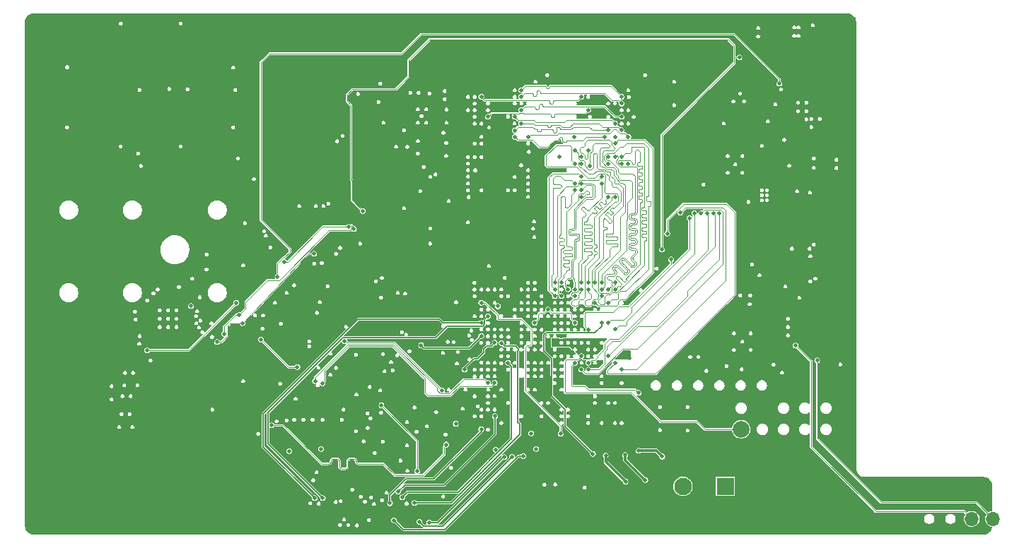
<source format=gbr>
G04 #@! TF.GenerationSoftware,KiCad,Pcbnew,8.0.6-8.0.6-0~ubuntu24.04.1*
G04 #@! TF.CreationDate,2025-03-08T10:25:30+05:30*
G04 #@! TF.ProjectId,DFTBoard,44465442-6f61-4726-942e-6b696361645f,rev?*
G04 #@! TF.SameCoordinates,Original*
G04 #@! TF.FileFunction,Copper,L5,Inr*
G04 #@! TF.FilePolarity,Positive*
%FSLAX46Y46*%
G04 Gerber Fmt 4.6, Leading zero omitted, Abs format (unit mm)*
G04 Created by KiCad (PCBNEW 8.0.6-8.0.6-0~ubuntu24.04.1) date 2025-03-08 10:25:30*
%MOMM*%
%LPD*%
G01*
G04 APERTURE LIST*
G04 #@! TA.AperFunction,ComponentPad*
%ADD10R,2.100000X2.100000*%
G04 #@! TD*
G04 #@! TA.AperFunction,ComponentPad*
%ADD11C,2.100000*%
G04 #@! TD*
G04 #@! TA.AperFunction,ComponentPad*
%ADD12C,2.000000*%
G04 #@! TD*
G04 #@! TA.AperFunction,ComponentPad*
%ADD13O,1.700000X1.700000*%
G04 #@! TD*
G04 #@! TA.AperFunction,ViaPad*
%ADD14C,0.480000*%
G04 #@! TD*
G04 #@! TA.AperFunction,Conductor*
%ADD15C,0.300000*%
G04 #@! TD*
G04 #@! TA.AperFunction,Conductor*
%ADD16C,0.125000*%
G04 #@! TD*
G04 #@! TA.AperFunction,Conductor*
%ADD17C,0.102000*%
G04 #@! TD*
G04 #@! TA.AperFunction,Conductor*
%ADD18C,0.130000*%
G04 #@! TD*
G04 APERTURE END LIST*
D10*
X183852500Y-154230000D03*
D11*
X178772500Y-154230000D03*
D12*
X185744134Y-147396525D03*
X188284134Y-144856525D03*
D13*
X215880000Y-158140000D03*
X213340000Y-158140000D03*
D14*
X135460000Y-149750000D03*
X156624134Y-132626525D03*
X174260000Y-153490000D03*
X160610000Y-147890000D03*
X176290000Y-150660000D03*
X151570000Y-146730000D03*
X169520000Y-150550000D03*
X171860000Y-150470000D03*
X131640000Y-149990000D03*
X171900000Y-153670000D03*
X173450000Y-149970000D03*
X114624134Y-137926525D03*
X125283313Y-132211560D03*
X162624134Y-133026525D03*
X165824134Y-134626525D03*
X161024134Y-134626525D03*
X169349810Y-112319525D03*
X158628622Y-112319535D03*
X169824134Y-111526525D03*
X158624134Y-111551525D03*
X171424134Y-109926525D03*
X159424753Y-109119535D03*
X171424134Y-108326525D03*
X159424134Y-107526525D03*
X167424134Y-109126525D03*
X155424134Y-109926525D03*
X172224134Y-112326525D03*
X160224134Y-112326525D03*
X166630000Y-114700000D03*
X170624134Y-112326525D03*
X172224134Y-115526525D03*
X163940000Y-114730000D03*
X165735664Y-112326526D03*
X166624134Y-138626525D03*
X173429934Y-143024318D03*
X165824134Y-139426525D03*
X150424134Y-149226525D03*
X129510366Y-146901284D03*
X167623102Y-115807613D03*
X170641178Y-129823982D03*
X170624134Y-130626525D03*
X171424134Y-115526525D03*
X165824134Y-115526525D03*
X167424134Y-129826525D03*
X169024134Y-131426525D03*
X171424134Y-114726525D03*
X168224134Y-129826525D03*
X165824134Y-113926525D03*
X167424134Y-113926525D03*
X169020113Y-129826525D03*
X165824134Y-131426525D03*
X169024134Y-117926525D03*
X164224134Y-131426525D03*
X165824134Y-118726525D03*
X166624134Y-129826525D03*
X169824134Y-119526525D03*
X169824134Y-114726525D03*
X169024134Y-130626525D03*
X167424134Y-130626525D03*
X166624134Y-115526525D03*
X159424134Y-106726525D03*
X171424134Y-107526525D03*
X169824134Y-130626525D03*
X170624134Y-114726525D03*
X169824134Y-132226525D03*
X169824134Y-115526525D03*
X168224134Y-132226525D03*
X170624134Y-113126525D03*
X163424134Y-131426525D03*
X166624134Y-117126525D03*
X163424134Y-129826525D03*
X169024134Y-117126525D03*
X165024134Y-130626525D03*
X166624134Y-118726525D03*
X166624134Y-107526525D03*
X154624134Y-107526525D03*
X163424134Y-130626525D03*
X165824134Y-117926525D03*
X165824134Y-130626525D03*
X166624134Y-117926525D03*
X166624134Y-130626525D03*
X170624134Y-119526525D03*
X164224134Y-129826525D03*
X166624134Y-119526525D03*
X171424134Y-111526525D03*
X159431127Y-110714208D03*
X170624134Y-110726525D03*
X158624134Y-109926525D03*
X119860000Y-132600000D03*
X162624134Y-137826525D03*
X164224134Y-137826525D03*
X164224134Y-136226525D03*
X159440000Y-138650000D03*
X158624134Y-137026525D03*
X162624134Y-137026525D03*
X158624134Y-136226525D03*
X158624134Y-134626525D03*
X158624134Y-135426525D03*
X185274134Y-111726525D03*
X184274134Y-111693527D03*
X157824134Y-142626525D03*
X157824134Y-141026525D03*
X163424134Y-139451525D03*
X148124134Y-134626525D03*
X149124134Y-135626525D03*
X149124134Y-134626525D03*
X143074134Y-135426525D03*
X121224134Y-143026525D03*
X141460000Y-136000000D03*
X152624134Y-139226525D03*
X120924134Y-130601525D03*
X152424134Y-136426525D03*
X142624134Y-132526525D03*
X160224134Y-136226525D03*
X150024134Y-137226525D03*
X118924134Y-130926525D03*
X142624134Y-133464025D03*
X185124134Y-133426525D03*
X185789134Y-132376525D03*
X186124134Y-133426525D03*
X180974134Y-136576525D03*
X184609134Y-110719525D03*
X122324134Y-129126525D03*
X131324134Y-125926525D03*
X161204903Y-149750526D03*
X156336256Y-149826256D03*
X185530000Y-102820000D03*
X139374134Y-123376525D03*
X128224134Y-136626525D03*
X132600000Y-139940000D03*
X140424135Y-121226525D03*
X125655420Y-133695239D03*
X123831124Y-135940311D03*
X176224134Y-125826525D03*
X149924134Y-142733525D03*
X138270000Y-136830000D03*
X190310000Y-105940000D03*
X130224134Y-129126525D03*
X138724134Y-123126525D03*
X131024134Y-127326525D03*
X170625760Y-135418151D03*
X180140000Y-121500000D03*
X134596241Y-126354418D03*
X123018348Y-136932311D03*
X126024134Y-134676525D03*
X181660000Y-121530000D03*
X167424134Y-139426525D03*
X163424134Y-137026525D03*
X168258393Y-137026525D03*
X172324134Y-138869525D03*
X134724134Y-141609526D03*
X155424134Y-141826525D03*
X135624134Y-141876525D03*
X156224134Y-141826525D03*
X167990000Y-150330000D03*
X169024134Y-134626525D03*
X167420000Y-135433000D03*
X177350000Y-127030000D03*
X170624134Y-139416525D03*
X176890000Y-123940000D03*
X154624134Y-134626525D03*
X134655000Y-155645000D03*
X152600000Y-140219525D03*
X156224134Y-137026525D03*
X148380000Y-158580000D03*
X157340000Y-150720000D03*
X157824134Y-139426525D03*
X145145000Y-155565000D03*
X158280000Y-150670000D03*
X147185000Y-158470000D03*
X154624134Y-147392266D03*
X143690000Y-156250000D03*
X147410000Y-137330000D03*
X154624134Y-136216525D03*
X146645000Y-156215000D03*
X157024134Y-137046525D03*
X155424134Y-133826525D03*
X135645000Y-155645000D03*
X156250000Y-145830000D03*
X144680000Y-154850000D03*
X144185000Y-158290000D03*
X159640000Y-150600000D03*
X142670000Y-144520000D03*
X146940000Y-152409525D03*
X194840000Y-139130000D03*
X192260000Y-137340000D03*
X178430000Y-121410000D03*
X171434134Y-140226525D03*
X183070000Y-121530000D03*
X169824134Y-138626525D03*
X167424134Y-140226525D03*
X182460000Y-121530000D03*
X169790000Y-134640000D03*
X179580000Y-122070000D03*
X180910000Y-121520000D03*
X166624134Y-140236525D03*
X164110000Y-147940000D03*
X154624134Y-132226525D03*
D15*
X173450000Y-149970000D02*
X175600000Y-149970000D01*
X169520000Y-150550000D02*
X169520000Y-151290000D01*
X171860000Y-150470000D02*
X171860000Y-151090000D01*
X175600000Y-149970000D02*
X176290000Y-150660000D01*
X169520000Y-151290000D02*
X171900000Y-153670000D01*
X171860000Y-151090000D02*
X174260000Y-153490000D01*
D16*
X114624134Y-137926525D02*
X119605776Y-137926525D01*
X119605776Y-137926525D02*
X125431133Y-132101168D01*
D17*
X161417135Y-134233524D02*
X161417135Y-133651882D01*
X161024134Y-134626525D02*
X161417135Y-134233524D01*
X162231133Y-133419526D02*
X162624134Y-133026525D01*
X165212775Y-133433524D02*
X165431133Y-133651882D01*
X163031133Y-133433524D02*
X165212775Y-133433524D01*
X161417135Y-133651882D02*
X161649491Y-133419526D01*
X165431133Y-134233524D02*
X165824134Y-134626525D01*
X162624134Y-133026525D02*
X163031133Y-133433524D01*
X165431133Y-133651882D02*
X165431133Y-134233524D01*
X161649491Y-133419526D02*
X162231133Y-133419526D01*
X166798777Y-112733524D02*
X164917135Y-112733524D01*
X164848698Y-112757471D02*
X164831318Y-112774851D01*
X164337502Y-112507646D02*
X164323837Y-112468594D01*
X164323837Y-112468594D02*
X164301825Y-112433562D01*
X164892710Y-112736276D02*
X164869510Y-112744394D01*
X164085784Y-112368629D02*
X164046732Y-112382294D01*
X164198485Y-112368629D02*
X164157372Y-112363997D01*
X164810123Y-112818863D02*
X164804620Y-112867713D01*
X163757372Y-112733524D02*
X163367135Y-112733524D01*
X164818241Y-112795663D02*
X164810123Y-112818863D01*
X164917135Y-112733524D02*
X164892710Y-112736276D01*
X164046732Y-112382294D02*
X164011700Y-112404306D01*
X164697609Y-112953051D02*
X164517135Y-112953051D01*
X163837537Y-112715226D02*
X163798485Y-112728891D01*
X164783425Y-112911725D02*
X164766045Y-112929105D01*
X164157372Y-112363997D02*
X164126898Y-112363997D01*
X164796502Y-112890913D02*
X164783425Y-112911725D01*
X163901825Y-112663958D02*
X163872569Y-112693214D01*
X164869510Y-112744394D02*
X164848698Y-112757471D01*
X161574134Y-113576525D02*
X160724134Y-112726525D01*
X167212776Y-112319525D02*
X166798777Y-112733524D01*
X164469510Y-112942182D02*
X164448698Y-112929105D01*
X164011700Y-112404306D02*
X163982444Y-112433562D01*
X163923837Y-112628926D02*
X163901825Y-112663958D01*
X164272569Y-112404306D02*
X164237537Y-112382294D01*
X164766045Y-112929105D02*
X164745233Y-112942182D01*
X169349810Y-112319525D02*
X167212776Y-112319525D01*
X164804620Y-112867713D02*
X164796502Y-112890913D01*
X164492710Y-112950300D02*
X164469510Y-112942182D01*
X163872569Y-112693214D02*
X163837537Y-112715226D01*
X164517135Y-112953051D02*
X164492710Y-112950300D01*
X164126898Y-112363997D02*
X164085784Y-112368629D01*
X164337502Y-112817909D02*
X164337502Y-112507646D01*
X163798485Y-112728891D02*
X163757372Y-112733524D01*
X164745233Y-112942182D02*
X164722033Y-112950300D01*
X164831318Y-112774851D02*
X164818241Y-112795663D01*
X160724134Y-112726525D02*
X159035612Y-112726525D01*
X163937502Y-112589874D02*
X163923837Y-112628926D01*
X164722033Y-112950300D02*
X164697609Y-112953051D01*
X163960432Y-112468594D02*
X163946767Y-112507646D01*
X162524134Y-113576525D02*
X161574134Y-113576525D01*
X163982444Y-112433562D02*
X163960432Y-112468594D01*
X164448698Y-112929105D02*
X164337502Y-112817909D01*
X164237537Y-112382294D02*
X164198485Y-112368629D01*
X159035612Y-112726525D02*
X158628622Y-112319535D01*
X163946767Y-112507646D02*
X163937502Y-112589874D01*
X163367135Y-112733524D02*
X162524134Y-113576525D01*
X164301825Y-112433562D02*
X164272569Y-112404306D01*
X161494764Y-111697156D02*
X161464653Y-111693763D01*
X160774134Y-111126525D02*
X159374134Y-111126525D01*
X163229148Y-111671030D02*
X163219119Y-111582021D01*
X164109051Y-111411670D02*
X164080610Y-111393799D01*
X163874134Y-111126525D02*
X163774134Y-111126525D01*
X161746048Y-111620551D02*
X161729927Y-111646208D01*
X164080610Y-111393799D02*
X164056859Y-111370048D01*
X158624134Y-111551525D02*
X159049125Y-111126534D01*
X163740755Y-111130285D02*
X163709051Y-111141379D01*
X161788970Y-111477472D02*
X161772849Y-111503129D01*
X163624134Y-111626525D02*
X163619119Y-111671030D01*
X163219119Y-111582021D02*
X163204327Y-111539749D01*
X163204327Y-111539749D02*
X163180500Y-111501828D01*
X163337357Y-111806719D02*
X163299436Y-111782892D01*
X163468638Y-111821511D02*
X163424134Y-111826525D01*
X161308501Y-111456046D02*
X161282844Y-111439925D01*
X161729927Y-111646208D02*
X161708501Y-111667634D01*
X163180500Y-111501828D02*
X163148831Y-111470159D01*
X161810396Y-111456046D02*
X161788970Y-111477472D01*
X163580500Y-111751223D02*
X163548831Y-111782892D01*
X161708501Y-111667634D02*
X161682844Y-111683755D01*
X161388970Y-111646208D02*
X161372849Y-111620551D01*
X161654244Y-111693763D02*
X161624134Y-111697156D01*
X163680610Y-111159250D02*
X163656859Y-111183001D01*
X161362841Y-111591951D02*
X161356056Y-111531729D01*
X164020373Y-111243146D02*
X164009279Y-111211442D01*
X169824134Y-111526525D02*
X167924134Y-111526525D01*
X161254244Y-111429917D02*
X161224134Y-111426525D01*
X163379629Y-111821511D02*
X163337357Y-111806719D01*
X164056859Y-111370048D02*
X164038988Y-111341607D01*
X163907512Y-111130285D02*
X163874134Y-111126525D01*
X163604327Y-111713302D02*
X163580500Y-111751223D01*
X165342492Y-111426525D02*
X164174134Y-111426525D01*
X163774134Y-111126525D02*
X163740755Y-111130285D01*
X163024134Y-111426525D02*
X161894764Y-111426525D01*
X161356056Y-111531729D02*
X161346048Y-111503129D01*
X159374125Y-111126534D02*
X159049125Y-111126534D01*
X163939216Y-111141379D02*
X163907512Y-111130285D01*
X164174134Y-111426525D02*
X164140755Y-111422764D01*
X164027894Y-111309903D02*
X164020373Y-111243146D01*
X163267767Y-111751223D02*
X163243940Y-111713302D01*
X163627894Y-111243146D02*
X163624134Y-111276525D01*
X161464653Y-111693763D02*
X161436053Y-111683755D01*
X161836053Y-111439925D02*
X161810396Y-111456046D01*
X161282844Y-111439925D02*
X161254244Y-111429917D01*
X163299436Y-111782892D02*
X163267767Y-111751223D01*
X163068638Y-111431540D02*
X163024134Y-111426525D01*
X161329927Y-111477472D02*
X161308501Y-111456046D01*
X167531133Y-111133524D02*
X165635493Y-111133524D01*
X163624134Y-111276525D02*
X163624134Y-111626525D01*
X163510910Y-111806719D02*
X163468638Y-111821511D01*
X161864653Y-111429917D02*
X161836053Y-111439925D01*
X159374134Y-111126525D02*
X159374125Y-111126534D01*
X161436053Y-111683755D02*
X161410396Y-111667634D01*
X165635493Y-111133524D02*
X165342492Y-111426525D01*
X163638988Y-111211442D02*
X163627894Y-111243146D01*
X161346048Y-111503129D02*
X161329927Y-111477472D01*
X163967657Y-111159250D02*
X163939216Y-111141379D01*
X161772849Y-111503129D02*
X161762841Y-111531729D01*
X161074134Y-111426525D02*
X160774134Y-111126525D01*
X161682844Y-111683755D02*
X161654244Y-111693763D01*
X161894764Y-111426525D02*
X161864653Y-111429917D01*
X163548831Y-111782892D02*
X163510910Y-111806719D01*
X161372849Y-111620551D02*
X161362841Y-111591951D01*
X161756056Y-111591951D02*
X161746048Y-111620551D01*
X161224134Y-111426525D02*
X161074134Y-111426525D01*
X163110910Y-111446332D02*
X163068638Y-111431540D01*
X161624134Y-111697156D02*
X161494764Y-111697156D01*
X164038988Y-111341607D02*
X164027894Y-111309903D01*
X163709051Y-111141379D02*
X163680610Y-111159250D01*
X161410396Y-111667634D02*
X161388970Y-111646208D01*
X167924134Y-111526525D02*
X167531133Y-111133524D01*
X163243940Y-111713302D02*
X163229148Y-111671030D01*
X163991408Y-111183001D02*
X163967657Y-111159250D01*
X164140755Y-111422764D02*
X164109051Y-111411670D01*
X163619119Y-111671030D02*
X163604327Y-111713302D01*
X164009279Y-111211442D02*
X163991408Y-111183001D01*
X163656859Y-111183001D02*
X163638988Y-111211442D01*
X163424134Y-111826525D02*
X163379629Y-111821511D01*
X161762841Y-111531729D02*
X161756056Y-111591951D01*
X163148831Y-111470159D02*
X163110910Y-111446332D01*
X161060137Y-108763608D02*
X161087051Y-108790522D01*
X162018156Y-108689442D02*
X162050385Y-108709692D01*
X159424753Y-109119535D02*
X159817763Y-108726525D01*
X161991242Y-108662528D02*
X162018156Y-108689442D01*
X161618156Y-108423659D02*
X161650385Y-108403409D01*
X161822008Y-108390838D02*
X161857934Y-108403409D01*
X161128395Y-108934322D02*
X161140966Y-108970248D01*
X161507301Y-108970248D02*
X161519872Y-108934322D01*
X161917077Y-108450573D02*
X161937327Y-108482802D01*
X160991982Y-108730787D02*
X161027908Y-108743358D01*
X161970992Y-108630299D02*
X161991242Y-108662528D01*
X161857934Y-108403409D02*
X161890163Y-108423659D01*
X160954160Y-108726525D02*
X160991982Y-108730787D01*
X161027908Y-108743358D02*
X161060137Y-108763608D01*
X162086311Y-108722263D02*
X162124134Y-108726525D01*
X161650385Y-108403409D02*
X161686311Y-108390838D01*
X162124134Y-108726525D02*
X169424134Y-108726525D01*
X161724134Y-108386577D02*
X161784186Y-108386577D01*
X161524134Y-108726525D02*
X161554160Y-108726525D01*
X161460137Y-109029391D02*
X161487051Y-109002477D01*
X161119872Y-108858677D02*
X161128395Y-108934322D01*
X161554160Y-108556551D02*
X161558421Y-108518728D01*
X161937327Y-108482802D02*
X161949898Y-108518728D01*
X161161216Y-109002477D02*
X161188130Y-109029391D01*
X161427908Y-109049641D02*
X161460137Y-109029391D01*
X161140966Y-108970248D02*
X161161216Y-109002477D01*
X161487051Y-109002477D02*
X161507301Y-108970248D01*
X161591242Y-108450573D02*
X161618156Y-108423659D01*
X161087051Y-108790522D02*
X161107301Y-108822751D01*
X169424134Y-108726525D02*
X170624134Y-109926525D01*
X161294108Y-109066473D02*
X161354160Y-109066473D01*
X161256285Y-109062212D02*
X161294108Y-109066473D01*
X159817763Y-108726525D02*
X160954160Y-108726525D01*
X161686311Y-108390838D02*
X161724134Y-108386577D01*
X161949898Y-108518728D02*
X161958421Y-108594373D01*
X161519872Y-108934322D02*
X161524134Y-108896499D01*
X161524134Y-108896499D02*
X161524134Y-108726525D01*
X161570992Y-108482802D02*
X161591242Y-108450573D01*
X161784186Y-108386577D02*
X161822008Y-108390838D01*
X161220359Y-109049641D02*
X161256285Y-109062212D01*
X161391982Y-109062212D02*
X161427908Y-109049641D01*
X161958421Y-108594373D02*
X161970992Y-108630299D01*
X161188130Y-109029391D02*
X161220359Y-109049641D01*
X161890163Y-108423659D02*
X161917077Y-108450573D01*
X170624134Y-109926525D02*
X171424134Y-109926525D01*
X161554160Y-108726525D02*
X161554160Y-108556551D01*
X161107301Y-108822751D02*
X161119872Y-108858677D01*
X161354160Y-109066473D02*
X161391982Y-109062212D01*
X162050385Y-108709692D02*
X162086311Y-108722263D01*
X161558421Y-108518728D02*
X161570992Y-108482802D01*
X160955943Y-107461345D02*
X160920110Y-107448806D01*
X161718430Y-107089537D02*
X161691586Y-107062693D01*
X160828384Y-107333786D02*
X160819883Y-107258335D01*
X160760302Y-107163513D02*
X160728157Y-107143315D01*
X161258849Y-106919264D02*
X161254599Y-106956990D01*
X161092324Y-107461345D02*
X161054599Y-107465595D01*
X161658849Y-106994715D02*
X161650348Y-106919264D01*
X170224134Y-107926525D02*
X169424134Y-107126525D01*
X161558622Y-106804244D02*
X161522789Y-106791705D01*
X160993669Y-107465595D02*
X160955943Y-107461345D01*
X161160302Y-107428608D02*
X161128157Y-107448806D01*
X161750575Y-107109735D02*
X161718430Y-107089537D01*
X161207344Y-107369619D02*
X161187146Y-107401764D01*
X161187146Y-107401764D02*
X161160302Y-107428608D01*
X160787146Y-107190357D02*
X160760302Y-107163513D01*
X160861121Y-107401764D02*
X160840923Y-107369619D01*
X161350575Y-106804244D02*
X161318430Y-106824442D01*
X161224134Y-107296060D02*
X161219883Y-107333786D01*
X159824134Y-107126525D02*
X159424134Y-107526525D01*
X161590767Y-106824442D02*
X161558622Y-106804244D01*
X169424134Y-107126525D02*
X161824134Y-107126525D01*
X161224134Y-107126525D02*
X161224134Y-107296060D01*
X161691586Y-107062693D02*
X161671388Y-107030548D01*
X161254599Y-107126525D02*
X161224134Y-107126525D01*
X171424134Y-108326525D02*
X171024134Y-107926525D01*
X161386408Y-106791705D02*
X161350575Y-106804244D01*
X161485064Y-106787455D02*
X161424134Y-106787455D01*
X161637809Y-106883431D02*
X161617611Y-106851286D01*
X161424134Y-106787455D02*
X161386408Y-106791705D01*
X161054599Y-107465595D02*
X160993669Y-107465595D01*
X171024134Y-107926525D02*
X170224134Y-107926525D01*
X161254599Y-106956990D02*
X161254599Y-107126525D01*
X161291586Y-106851286D02*
X161271388Y-106883431D01*
X161522789Y-106791705D02*
X161485064Y-106787455D01*
X160840923Y-107369619D02*
X160828384Y-107333786D01*
X161617611Y-106851286D02*
X161590767Y-106824442D01*
X160887965Y-107428608D02*
X160861121Y-107401764D01*
X161786408Y-107122274D02*
X161750575Y-107109735D01*
X160692324Y-107130776D02*
X160654599Y-107126525D01*
X161650348Y-106919264D02*
X161637809Y-106883431D01*
X161671388Y-107030548D02*
X161658849Y-106994715D01*
X160819883Y-107258335D02*
X160807344Y-107222502D01*
X160728157Y-107143315D02*
X160692324Y-107130776D01*
X161824134Y-107126525D02*
X161786408Y-107122274D01*
X160654599Y-107126525D02*
X159824134Y-107126525D01*
X161271388Y-106883431D02*
X161258849Y-106919264D01*
X161128157Y-107448806D02*
X161092324Y-107461345D01*
X160920110Y-107448806D02*
X160887965Y-107428608D01*
X160807344Y-107222502D02*
X160787146Y-107190357D01*
X161219883Y-107333786D02*
X161207344Y-107369619D01*
X161318430Y-106824442D02*
X161291586Y-106851286D01*
X163369119Y-109835152D02*
X163374134Y-109790648D01*
X163374134Y-109790648D02*
X163374134Y-109726525D01*
X159620809Y-109512537D02*
X159634797Y-109526525D01*
X163017767Y-109915345D02*
X163049436Y-109947014D01*
X163260910Y-109970841D02*
X163298831Y-109947014D01*
X163354327Y-109877424D02*
X163369119Y-109835152D01*
X167024134Y-109526525D02*
X167424134Y-109126525D01*
X163574134Y-109526525D02*
X167024134Y-109526525D01*
X162954327Y-109639748D02*
X162969119Y-109682020D01*
X163529629Y-109531539D02*
X163574134Y-109526525D01*
X162974134Y-109790648D02*
X162979148Y-109835152D01*
X159634797Y-109526525D02*
X162774134Y-109526525D01*
X162860910Y-109546331D02*
X162898831Y-109570158D01*
X163374134Y-109726525D02*
X163379148Y-109682020D01*
X162969119Y-109682020D02*
X162974134Y-109726525D01*
X162930500Y-109601827D02*
X162954327Y-109639748D01*
X163330500Y-109915345D02*
X163354327Y-109877424D01*
X159229376Y-109519272D02*
X159236111Y-109512537D01*
X162774134Y-109526525D02*
X162818638Y-109531539D01*
X163049436Y-109947014D02*
X163087357Y-109970841D01*
X163298831Y-109947014D02*
X163330500Y-109915345D01*
X155424134Y-109926525D02*
X155831387Y-109519272D01*
X162979148Y-109835152D02*
X162993940Y-109877424D01*
X163129629Y-109985633D02*
X163174134Y-109990648D01*
X162993940Y-109877424D02*
X163017767Y-109915345D01*
X163449436Y-109570158D02*
X163487357Y-109546331D01*
X162898831Y-109570158D02*
X162930500Y-109601827D01*
X163393940Y-109639748D02*
X163417767Y-109601827D01*
X155831387Y-109519272D02*
X159229376Y-109519272D01*
X163487357Y-109546331D02*
X163529629Y-109531539D01*
X163379148Y-109682020D02*
X163393940Y-109639748D01*
X159236111Y-109512537D02*
X159620809Y-109512537D01*
X162818638Y-109531539D02*
X162860910Y-109546331D01*
X163174134Y-109990648D02*
X163218638Y-109985633D01*
X162974134Y-109726525D02*
X162974134Y-109790648D01*
X163417767Y-109601827D02*
X163449436Y-109570158D01*
X163087357Y-109970841D02*
X163129629Y-109985633D01*
X163218638Y-109985633D02*
X163260910Y-109970841D01*
X170505776Y-111426525D02*
X170005776Y-111926525D01*
X171031133Y-111715166D02*
X171012775Y-111715166D01*
X171012775Y-111715166D02*
X170724134Y-111426525D01*
X171235493Y-111919526D02*
X171031133Y-111715166D01*
X160474134Y-112076525D02*
X160224134Y-112326525D01*
X171817135Y-111919526D02*
X171235493Y-111919526D01*
X170005776Y-111926525D02*
X163874134Y-111926525D01*
X170724134Y-111426525D02*
X170505776Y-111426525D01*
X172224134Y-112326525D02*
X171817135Y-111919526D01*
X163724134Y-112076525D02*
X160474134Y-112076525D01*
X163874134Y-111926525D02*
X163724134Y-112076525D01*
X172624134Y-143026525D02*
X176074134Y-146476525D01*
X180474134Y-146476525D02*
X181394134Y-147396525D01*
X181394134Y-147396525D02*
X185744134Y-147396525D01*
X176074134Y-146476525D02*
X180474134Y-146476525D01*
X166624134Y-138626525D02*
X166217135Y-139033524D01*
X164724134Y-143026525D02*
X172624134Y-143026525D01*
X164624134Y-142926525D02*
X164724134Y-143026525D01*
X164624134Y-139244883D02*
X164624134Y-142926525D01*
X166217135Y-139033524D02*
X164835493Y-139033524D01*
X164835493Y-139033524D02*
X164624134Y-139244883D01*
X165431133Y-139819526D02*
X165824134Y-139426525D01*
X167424134Y-142626525D02*
X167024134Y-142226525D01*
X173032141Y-142626525D02*
X167424134Y-142626525D01*
X165431133Y-142133524D02*
X165431133Y-139819526D01*
X173429934Y-143024318D02*
X173032141Y-142626525D01*
X165524134Y-142226525D02*
X165431133Y-142133524D01*
X167024134Y-142226525D02*
X165524134Y-142226525D01*
X138324134Y-152126525D02*
X138390890Y-152119004D01*
X136857377Y-150934046D02*
X136924134Y-150926525D01*
X130905776Y-146926525D02*
X135505776Y-151526525D01*
X139857377Y-151519003D02*
X139924134Y-151526525D01*
X135505776Y-151526525D02*
X136324134Y-151526525D01*
X136689584Y-151039478D02*
X136737087Y-150991975D01*
X139454299Y-150956234D02*
X139511180Y-150991975D01*
X136631655Y-151159768D02*
X136653843Y-151096359D01*
X138689584Y-151039478D02*
X138737087Y-150991975D01*
X139594424Y-151096359D02*
X139616612Y-151159768D01*
X137594424Y-151096359D02*
X137616612Y-151159768D01*
X137631655Y-151893282D02*
X137653843Y-151956691D01*
X138737087Y-150991975D02*
X138793968Y-150956234D01*
X138454299Y-152096816D02*
X138511180Y-152061075D01*
X142924134Y-151526525D02*
X144317135Y-152919526D01*
X136616612Y-151293281D02*
X136631655Y-151159768D01*
X136793968Y-150956234D02*
X136857377Y-150934046D01*
X138511180Y-152061075D02*
X138558683Y-152013572D01*
X136737087Y-150991975D02*
X136793968Y-150956234D01*
X137689584Y-152013572D02*
X137737087Y-152061075D01*
X138793968Y-150956234D02*
X138857377Y-150934046D01*
X139324134Y-150926525D02*
X139390890Y-150934046D01*
X139793968Y-151496815D02*
X139857377Y-151519003D01*
X136558683Y-151413571D02*
X136594424Y-151356690D01*
X137624134Y-151826525D02*
X137631655Y-151893282D01*
X137793968Y-152096816D02*
X137857377Y-152119004D01*
X137511180Y-150991975D02*
X137558683Y-151039478D01*
X136594424Y-151356690D02*
X136616612Y-151293281D01*
X139558683Y-151039478D02*
X139594424Y-151096359D01*
X150147533Y-149503126D02*
X150424134Y-149226525D01*
X138653843Y-151096359D02*
X138689584Y-151039478D01*
X139689584Y-151413571D02*
X139737087Y-151461074D01*
X139653843Y-151356690D02*
X139689584Y-151413571D01*
X137857377Y-152119004D02*
X137924134Y-152126525D01*
X138857377Y-150934046D02*
X138924134Y-150926525D01*
X137558683Y-151039478D02*
X137594424Y-151096359D01*
X136390890Y-151519003D02*
X136454299Y-151496815D01*
X139616612Y-151159768D02*
X139631655Y-151293281D01*
X137924134Y-152126525D02*
X138324134Y-152126525D01*
X139924134Y-151526525D02*
X142924134Y-151526525D01*
X136924134Y-150926525D02*
X137324134Y-150926525D01*
X147635703Y-152919526D02*
X150147533Y-150407696D01*
X137616612Y-151159768D02*
X137624134Y-151226525D01*
X136454299Y-151496815D02*
X136511180Y-151461074D01*
X136324134Y-151526525D02*
X136390890Y-151519003D01*
X137390890Y-150934046D02*
X137454299Y-150956234D01*
X139737087Y-151461074D02*
X139793968Y-151496815D01*
X136511180Y-151461074D02*
X136558683Y-151413571D01*
X136653843Y-151096359D02*
X136689584Y-151039478D01*
X138631655Y-151159768D02*
X138653843Y-151096359D01*
X129510366Y-146901284D02*
X129535607Y-146926525D01*
X139390890Y-150934046D02*
X139454299Y-150956234D01*
X138624134Y-151826525D02*
X138624134Y-151226525D01*
X139511180Y-150991975D02*
X139558683Y-151039478D01*
X129535607Y-146926525D02*
X130905776Y-146926525D01*
X138390890Y-152119004D02*
X138454299Y-152096816D01*
X137624134Y-151226525D02*
X137624134Y-151826525D01*
X137653843Y-151956691D02*
X137689584Y-152013572D01*
X150147533Y-150407696D02*
X150147533Y-149503126D01*
X138594424Y-151956691D02*
X138616612Y-151893282D01*
X144317135Y-152919526D02*
X147635703Y-152919526D01*
X137454299Y-150956234D02*
X137511180Y-150991975D01*
X138924134Y-150926525D02*
X139324134Y-150926525D01*
X138624134Y-151226525D02*
X138631655Y-151159768D01*
X137324134Y-150926525D02*
X137390890Y-150934046D01*
X137737087Y-152061075D02*
X137793968Y-152096816D01*
X138558683Y-152013572D02*
X138594424Y-151956691D01*
X139631655Y-151293281D02*
X139653843Y-151356690D01*
X138616612Y-151893282D02*
X138624134Y-151826525D01*
X168224134Y-113076525D02*
X167924134Y-113376525D01*
X171828145Y-121297514D02*
X171828145Y-118130536D01*
X170024134Y-113376525D02*
X169724134Y-113076525D01*
X170224134Y-130808167D02*
X170005776Y-131026525D01*
X170704877Y-117295782D02*
X170704877Y-117157268D01*
X169899134Y-113651525D02*
X170024134Y-113526525D01*
X168627111Y-130811144D02*
X168627111Y-128523548D01*
X170268392Y-116220783D02*
X169629876Y-116220783D01*
X167924134Y-114026525D02*
X167623102Y-114327557D01*
X168968392Y-115920783D02*
X168774134Y-115726525D01*
X168774134Y-113876525D02*
X168999134Y-113651525D01*
X171236634Y-125173612D02*
X171236634Y-121889025D01*
X171249134Y-125901525D02*
X171249134Y-125186112D01*
X170024134Y-113526525D02*
X170024134Y-113376525D01*
X171254877Y-117845782D02*
X170704877Y-117295782D01*
X168774134Y-115726525D02*
X168774134Y-113876525D01*
X167623102Y-114327557D02*
X167623102Y-115807613D01*
X171249134Y-125186112D02*
X171236634Y-125173612D01*
X171828145Y-118130536D02*
X171543391Y-117845782D01*
X168999134Y-113651525D02*
X169899134Y-113651525D01*
X170224134Y-130440039D02*
X170224134Y-130808167D01*
X170704877Y-117157268D02*
X170454877Y-116907268D01*
X167924134Y-113376525D02*
X167924134Y-114026525D01*
X169629876Y-116220783D02*
X169329876Y-115920783D01*
X168627111Y-128523548D02*
X171249134Y-125901525D01*
X170005776Y-131026525D02*
X168842492Y-131026525D01*
X170641178Y-129823982D02*
X170641178Y-130022995D01*
X168842492Y-131026525D02*
X168627111Y-130811144D01*
X170454877Y-116907268D02*
X170454877Y-116407268D01*
X170454877Y-116407268D02*
X170268392Y-116220783D01*
X169724134Y-113076525D02*
X168224134Y-113076525D01*
X171543391Y-117845782D02*
X171254877Y-117845782D01*
X171236634Y-121889025D02*
X171828145Y-121297514D01*
X169329876Y-115920783D02*
X168968392Y-115920783D01*
X170641178Y-130022995D02*
X170224134Y-130440039D01*
X173556558Y-115346780D02*
X173573237Y-115320235D01*
X173883590Y-118308339D02*
X173873236Y-118278748D01*
X173525975Y-119400745D02*
X173537101Y-119399492D01*
X173515407Y-116204443D02*
X173525975Y-116200745D01*
X171198258Y-130270757D02*
X171214645Y-130262865D01*
X173856557Y-118546780D02*
X173873236Y-118520235D01*
X173515407Y-117004443D02*
X173525975Y-117000745D01*
X171707181Y-129683904D02*
X171723568Y-129691795D01*
X173515407Y-118604443D02*
X173525975Y-118600745D01*
X172474134Y-115126525D02*
X171124134Y-115126525D01*
X173887101Y-119939492D02*
X173883590Y-119908339D01*
X173366358Y-115413356D02*
X173395949Y-115403002D01*
X172774134Y-115651525D02*
X172724134Y-115601525D01*
X173487101Y-116549492D02*
X173487101Y-116249492D01*
X171001218Y-129000425D02*
X171029464Y-129014027D01*
X173492053Y-119771186D02*
X173488355Y-119760618D01*
X171416072Y-130052940D02*
X171420120Y-130035208D01*
X173515407Y-117394540D02*
X173505927Y-117388583D01*
X171352687Y-129897972D02*
X170771131Y-129316416D01*
X173747101Y-115799492D02*
X173427101Y-115799492D01*
X173778253Y-116603002D02*
X173747101Y-116599492D01*
X173834389Y-119030035D02*
X173807844Y-119013356D01*
X173807844Y-117785627D02*
X173834389Y-117768948D01*
X173300966Y-115478748D02*
X173317645Y-115452203D01*
X170751585Y-129291906D02*
X170737981Y-129263661D01*
X173492053Y-117027797D02*
X173498010Y-117018317D01*
X173498010Y-118618317D02*
X173505927Y-118610400D01*
X171047472Y-130228246D02*
X171065660Y-130228246D01*
X173525975Y-116200745D02*
X173537101Y-116199492D01*
X171995034Y-129420327D02*
X171987143Y-129403941D01*
X173525975Y-119798238D02*
X173515407Y-119794540D01*
X170737981Y-129171183D02*
X170751584Y-129142938D01*
X173525975Y-117000745D02*
X173537101Y-116999492D01*
X173487101Y-117049492D02*
X173488355Y-117038365D01*
X173515407Y-117804443D02*
X173525975Y-117800745D01*
X171083392Y-130232293D02*
X171099779Y-130240184D01*
X172349134Y-128901525D02*
X172349134Y-128851525D01*
X171024134Y-115438013D02*
X171112646Y-115526525D01*
X171013353Y-130240184D02*
X171029740Y-130232293D01*
X173873236Y-117720235D02*
X173883590Y-117690644D01*
X173778253Y-117795981D02*
X173807844Y-117785627D01*
X173498010Y-117018317D02*
X173505927Y-117010400D01*
X173887101Y-119259492D02*
X173887101Y-119139492D01*
X173507845Y-115385627D02*
X173534390Y-115368948D01*
X173199134Y-113851525D02*
X173024134Y-114026525D01*
X173488355Y-118160618D02*
X173487101Y-118149492D01*
X173747101Y-116999492D02*
X173778253Y-116995981D01*
X173290612Y-115508339D02*
X173300966Y-115478748D01*
X173395949Y-115795981D02*
X173366358Y-115785627D01*
X173505927Y-118188583D02*
X173498010Y-118180666D01*
X171128219Y-130262865D02*
X171144606Y-130270757D01*
X173487101Y-117849492D02*
X173488355Y-117838365D01*
X170908740Y-129000425D02*
X170939304Y-128993449D01*
X170624134Y-130626525D02*
X170999134Y-130251525D01*
X173617644Y-120252203D02*
X173639812Y-120230035D01*
X173778253Y-119803002D02*
X173747101Y-119799492D01*
X173505927Y-116588583D02*
X173498010Y-116580666D01*
X173287101Y-115539492D02*
X173290612Y-115508339D01*
X173873236Y-119320235D02*
X173883590Y-119290644D01*
X173807844Y-120185627D02*
X173834389Y-120168948D01*
X171214645Y-130262865D02*
X171228864Y-130251525D01*
X171053973Y-129033575D02*
X171692961Y-129672564D01*
X171124134Y-115126525D02*
X171024134Y-115226525D01*
X173487101Y-117349492D02*
X173487101Y-117049492D01*
X171112646Y-115526525D02*
X171424134Y-115526525D01*
X173873236Y-116120235D02*
X173883590Y-116090644D01*
X173873236Y-116920235D02*
X173883590Y-116890644D01*
X173834389Y-120168948D02*
X173856557Y-120146780D01*
X171964462Y-129289074D02*
X171975802Y-129274855D01*
X173834389Y-119368948D02*
X173856557Y-119346780D01*
X173747101Y-117399492D02*
X173537101Y-117399492D01*
X173447101Y-115399492D02*
X173478254Y-115395981D01*
X171975803Y-129504586D02*
X171987143Y-129490366D01*
X173498010Y-119780666D02*
X173492053Y-119771186D01*
X170731005Y-129233097D02*
X170731005Y-129201747D01*
X173537101Y-116199492D02*
X173747101Y-116199492D01*
X173534390Y-115368948D02*
X173556558Y-115346780D01*
X173856557Y-116946780D02*
X173873236Y-116920235D01*
X173887101Y-120059492D02*
X173887101Y-119939492D01*
X173807844Y-116985627D02*
X173834389Y-116968948D01*
X173747101Y-118199492D02*
X173537101Y-118199492D01*
X171408181Y-129982902D02*
X171396840Y-129968681D01*
X173834389Y-117768948D02*
X173856557Y-117746780D01*
X173747101Y-116599492D02*
X173537101Y-116599492D01*
X173887101Y-117659492D02*
X173887101Y-117539492D01*
X173883590Y-119908339D02*
X173873236Y-119878748D01*
X173339813Y-115430035D02*
X173366358Y-115413356D01*
X173488355Y-117838365D02*
X173492053Y-117827797D01*
X173525975Y-117398238D02*
X173515407Y-117394540D01*
X173873236Y-119878748D02*
X173856557Y-119852203D01*
X173505927Y-118988583D02*
X173498010Y-118980666D01*
X173600965Y-120278748D02*
X173617644Y-120252203D01*
X173883590Y-117690644D02*
X173887101Y-117659492D01*
X173339813Y-115768948D02*
X173317645Y-115746780D01*
X173778253Y-119003002D02*
X173747101Y-118999492D01*
X173487101Y-119449492D02*
X173488355Y-119438365D01*
X171793606Y-129683904D02*
X171807826Y-129672564D01*
X173573237Y-115320235D02*
X173583591Y-115290644D01*
X173590611Y-120308339D02*
X173600965Y-120278748D01*
X173883590Y-118490644D02*
X173887101Y-118459492D01*
X173856557Y-119346780D02*
X173873236Y-119320235D01*
X173492053Y-116227797D02*
X173498010Y-116218317D01*
X173498010Y-117380666D02*
X173492053Y-117371186D01*
X173488355Y-119760618D02*
X173487101Y-119749492D01*
X173505927Y-117388583D02*
X173498010Y-117380666D01*
X173887101Y-118459492D02*
X173887101Y-118339492D01*
X173488355Y-117360618D02*
X173487101Y-117349492D01*
X173515407Y-118994540D02*
X173505927Y-118988583D01*
X173024134Y-115476525D02*
X172849134Y-115651525D01*
X173505927Y-116210400D02*
X173515407Y-116204443D01*
X173873236Y-117478748D02*
X173856557Y-117452203D01*
X171999082Y-129456247D02*
X171999082Y-129438059D01*
X173488355Y-118960618D02*
X173487101Y-118949492D01*
X170771131Y-129118426D02*
X170855983Y-129033575D01*
X173515407Y-116594540D02*
X173505927Y-116588583D01*
X173778253Y-119395981D02*
X173807844Y-119385627D01*
X173873236Y-118520235D02*
X173883590Y-118490644D01*
X173695948Y-120203002D02*
X173727101Y-120199492D01*
X171396840Y-129968681D02*
X171339407Y-129911248D01*
X173883590Y-116890644D02*
X173887101Y-116859492D01*
X170880494Y-129014028D02*
X170908740Y-129000425D01*
X173525975Y-118600745D02*
X173537101Y-118599492D01*
X173525975Y-116598238D02*
X173515407Y-116594540D01*
X173478254Y-115395981D02*
X173507845Y-115385627D01*
X173537101Y-118199492D02*
X173525975Y-118198238D01*
X173856557Y-119052203D02*
X173834389Y-119030035D01*
X171759487Y-129695843D02*
X171777219Y-129691795D01*
X173887101Y-116859492D02*
X173887101Y-116739492D01*
X172849134Y-115651525D02*
X172774134Y-115651525D01*
X173856557Y-119852203D02*
X173834389Y-119830035D01*
X173492053Y-116571186D02*
X173488355Y-116560618D01*
X173505927Y-117810400D02*
X173515407Y-117804443D01*
X173887101Y-115939492D02*
X173883590Y-115908339D01*
X173587101Y-127613558D02*
X173587101Y-120339492D01*
X173887101Y-116739492D02*
X173883590Y-116708339D01*
X173317645Y-115746780D02*
X173300966Y-115720235D01*
X173834389Y-118568948D02*
X173856557Y-118546780D01*
X173505927Y-117010400D02*
X173515407Y-117004443D01*
X170939304Y-128993449D02*
X170970654Y-128993449D01*
X173834389Y-119830035D02*
X173807844Y-119813356D01*
X172724134Y-115601525D02*
X172724134Y-115376525D01*
X171723568Y-129691795D02*
X171741299Y-129695843D01*
X173487101Y-119749492D02*
X173487101Y-119449492D01*
X173856557Y-120146780D02*
X173873236Y-120120235D01*
X173488355Y-116560618D02*
X173487101Y-116549492D01*
X173317645Y-115452203D02*
X173339813Y-115430035D01*
X173807844Y-116185627D02*
X173834389Y-116168948D01*
X173488355Y-117038365D02*
X173492053Y-117027797D01*
X171024134Y-115226525D02*
X171024134Y-115438013D01*
X173666357Y-120213356D02*
X173695948Y-120203002D01*
X173505927Y-118610400D02*
X173515407Y-118604443D01*
X171029740Y-130232293D02*
X171047472Y-130228246D01*
X173807844Y-119385627D02*
X173834389Y-119368948D01*
X171692961Y-129672564D02*
X171707181Y-129683904D01*
X173887101Y-116059492D02*
X173887101Y-115939492D01*
X173537101Y-116599492D02*
X173525975Y-116598238D01*
X173287101Y-115659492D02*
X173287101Y-115539492D01*
X173834389Y-116968948D02*
X173856557Y-116946780D01*
X173883590Y-117508339D02*
X173873236Y-117478748D01*
X172724134Y-115376525D02*
X172474134Y-115126525D01*
X173834389Y-115830035D02*
X173807844Y-115813356D01*
X173587101Y-114089492D02*
X173349134Y-113851525D01*
X173498010Y-117818317D02*
X173505927Y-117810400D01*
X173583591Y-115290644D02*
X173587101Y-115259492D01*
X173778253Y-118595981D02*
X173807844Y-118585627D01*
X173349134Y-113851525D02*
X173199134Y-113851525D01*
X171065660Y-130228246D02*
X171083392Y-130232293D01*
X173807844Y-115813356D02*
X173778253Y-115803002D01*
X173537101Y-116999492D02*
X173747101Y-116999492D01*
X173537101Y-117399492D02*
X173525975Y-117398238D01*
X171995034Y-129473979D02*
X171999082Y-129456247D01*
X173492053Y-117827797D02*
X173498010Y-117818317D01*
X170731005Y-129201747D02*
X170737981Y-129171183D01*
X173883590Y-119290644D02*
X173887101Y-119259492D01*
X173492053Y-118971186D02*
X173488355Y-118960618D01*
X173807844Y-118585627D02*
X173834389Y-118568948D01*
X171144606Y-130270757D02*
X171162338Y-130274804D01*
X171987143Y-129403941D02*
X171964462Y-129375500D01*
X173883590Y-115908339D02*
X173873236Y-115878748D01*
X173856557Y-117452203D02*
X173834389Y-117430035D01*
X173537101Y-117799492D02*
X173747101Y-117799492D01*
X173883590Y-116708339D02*
X173873236Y-116678748D01*
X173807844Y-117413356D02*
X173778253Y-117403002D01*
X173024134Y-114026525D02*
X173024134Y-115476525D01*
X171228864Y-130251525D02*
X171396841Y-130083547D01*
X171162338Y-130274804D02*
X171180526Y-130274804D01*
X173747101Y-120199492D02*
X173778253Y-120195981D01*
X173587101Y-120339492D02*
X173590611Y-120308339D01*
X170737981Y-129263661D02*
X170731005Y-129233097D01*
X173492053Y-118171186D02*
X173488355Y-118160618D01*
X170970654Y-128993449D02*
X171001218Y-129000425D01*
X171956570Y-129359113D02*
X171952523Y-129341381D01*
X173834389Y-116630035D02*
X173807844Y-116613356D01*
X173639812Y-120230035D02*
X173666357Y-120213356D01*
X173537101Y-119799492D02*
X173525975Y-119798238D01*
X173856557Y-115852203D02*
X173834389Y-115830035D01*
X173395949Y-115403002D02*
X173427101Y-115399492D01*
X173525975Y-117800745D02*
X173537101Y-117799492D01*
X173883590Y-120090644D02*
X173887101Y-120059492D01*
X173887101Y-119139492D02*
X173883590Y-119108339D01*
X171999082Y-129438059D02*
X171995034Y-129420327D01*
X173537101Y-119399492D02*
X173747101Y-119399492D01*
X173778253Y-116195981D02*
X173807844Y-116185627D01*
X173807844Y-119013356D02*
X173778253Y-119003002D01*
X173492053Y-119427797D02*
X173498010Y-119418317D01*
X173488355Y-116238365D02*
X173492053Y-116227797D01*
X173537101Y-118599492D02*
X173747101Y-118599492D01*
X173515407Y-119404443D02*
X173525975Y-119400745D01*
X173747101Y-116199492D02*
X173778253Y-116195981D01*
X173887101Y-117539492D02*
X173883590Y-117508339D01*
X173834389Y-118230035D02*
X173807844Y-118213356D01*
X173778253Y-118203002D02*
X173747101Y-118199492D01*
X173883590Y-119108339D02*
X173873236Y-119078748D01*
X171777219Y-129691795D02*
X171793606Y-129683904D01*
X173727101Y-120199492D02*
X173747101Y-120199492D01*
X170771131Y-129316416D02*
X170751585Y-129291906D01*
X173807844Y-119813356D02*
X173778253Y-119803002D01*
X173747101Y-119799492D02*
X173537101Y-119799492D01*
X173778253Y-120195981D02*
X173807844Y-120185627D01*
X171029464Y-129014027D02*
X171053973Y-129033575D01*
X173807844Y-116613356D02*
X173778253Y-116603002D01*
X173747101Y-118599492D02*
X173778253Y-118595981D01*
X173834389Y-116168948D02*
X173856557Y-116146780D01*
X170855983Y-129033575D02*
X170880494Y-129014028D01*
X173747101Y-119399492D02*
X173778253Y-119395981D01*
X171180526Y-130274804D02*
X171198258Y-130270757D01*
X171956570Y-129305461D02*
X171964462Y-129289074D01*
X173488355Y-119438365D02*
X173492053Y-119427797D01*
X173778253Y-116995981D02*
X173807844Y-116985627D01*
X173525975Y-118998238D02*
X173515407Y-118994540D01*
X173487101Y-116249492D02*
X173488355Y-116238365D01*
X173856557Y-117746780D02*
X173873236Y-117720235D01*
X173587101Y-115259492D02*
X173587101Y-114089492D01*
X173498010Y-116218317D02*
X173505927Y-116210400D01*
X171987143Y-129490366D02*
X171995034Y-129473979D01*
X173488355Y-118638365D02*
X173492053Y-118627797D01*
X173807844Y-118213356D02*
X173778253Y-118203002D01*
X173873236Y-118278748D02*
X173856557Y-118252203D01*
X171099779Y-130240184D02*
X171128219Y-130262865D01*
X173492053Y-117371186D02*
X173488355Y-117360618D01*
X171975802Y-129274855D02*
X172349134Y-128901525D01*
X173498010Y-119418317D02*
X173505927Y-119410400D01*
X171741299Y-129695843D02*
X171759487Y-129695843D01*
X170999134Y-130251525D02*
X171013353Y-130240184D01*
X173873236Y-119078748D02*
X173856557Y-119052203D01*
X173778253Y-115803002D02*
X173747101Y-115799492D01*
X173883590Y-116090644D02*
X173887101Y-116059492D01*
X173778253Y-117403002D02*
X173747101Y-117399492D01*
X173873236Y-115878748D02*
X173856557Y-115852203D01*
X171416072Y-129999288D02*
X171408181Y-129982902D01*
X173366358Y-115785627D02*
X173339813Y-115768948D01*
X173487101Y-118949492D02*
X173487101Y-118649492D01*
X171420120Y-130035208D02*
X171420120Y-130017020D01*
X173498010Y-118980666D02*
X173492053Y-118971186D01*
X173505927Y-119410400D02*
X173515407Y-119404443D01*
X171396841Y-130083547D02*
X171408181Y-130069327D01*
X173747101Y-117799492D02*
X173778253Y-117795981D01*
X172349134Y-128851525D02*
X173587101Y-127613558D01*
X173492053Y-118627797D02*
X173498010Y-118618317D01*
X173856557Y-118252203D02*
X173834389Y-118230035D01*
X173873236Y-120120235D02*
X173883590Y-120090644D01*
X173505927Y-119788583D02*
X173498010Y-119780666D01*
X171964462Y-129375500D02*
X171956570Y-129359113D01*
X173537101Y-118999492D02*
X173525975Y-118998238D01*
X171339407Y-129911248D02*
X171352687Y-129897972D01*
X173487101Y-118649492D02*
X173488355Y-118638365D01*
X173887101Y-118339492D02*
X173883590Y-118308339D01*
X173856557Y-116652203D02*
X173834389Y-116630035D01*
X173873236Y-116678748D02*
X173856557Y-116652203D01*
X171952523Y-129341381D02*
X171952523Y-129323193D01*
X173515407Y-118194540D02*
X173505927Y-118188583D01*
X173834389Y-117430035D02*
X173807844Y-117413356D01*
X173427101Y-115399492D02*
X173447101Y-115399492D01*
X173498010Y-116580666D02*
X173492053Y-116571186D01*
X171408181Y-130069327D02*
X171416072Y-130052940D01*
X173498010Y-118180666D02*
X173492053Y-118171186D01*
X173515407Y-119794540D02*
X173505927Y-119788583D01*
X173747101Y-118999492D02*
X173537101Y-118999492D01*
X173290612Y-115690644D02*
X173287101Y-115659492D01*
X170751584Y-129142938D02*
X170771131Y-129118426D01*
X173525975Y-118198238D02*
X173515407Y-118194540D01*
X171420120Y-130017020D02*
X171416072Y-129999288D01*
X173427101Y-115799492D02*
X173395949Y-115795981D01*
X171952523Y-129323193D02*
X171956570Y-129305461D01*
X171807826Y-129672564D02*
X171975803Y-129504586D01*
X173856557Y-116146780D02*
X173873236Y-116120235D01*
X173487101Y-118149492D02*
X173487101Y-117849492D01*
X173300966Y-115720235D02*
X173290612Y-115690644D01*
X170805776Y-119126525D02*
X169574134Y-119126525D01*
X162574134Y-115926525D02*
X162374134Y-115726525D01*
X165977649Y-115955040D02*
X165936634Y-115914025D01*
X169424134Y-118976525D02*
X169424134Y-117576525D01*
X162374134Y-114576525D02*
X163624134Y-113326525D01*
X170849134Y-120101525D02*
X171017135Y-119933524D01*
X168749134Y-126801525D02*
X168749134Y-121951525D01*
X168728145Y-116730536D02*
X168232156Y-117226525D01*
X165424134Y-115126525D02*
X165824134Y-115526525D01*
X167324134Y-117226525D02*
X166839630Y-116742021D01*
X168749134Y-121951525D02*
X170599134Y-120101525D01*
X169574134Y-119126525D02*
X169424134Y-118976525D01*
X166839630Y-116742021D02*
X166839630Y-116730536D01*
X166839630Y-116730536D02*
X166064133Y-115955040D01*
X163624134Y-113326525D02*
X165224134Y-113326525D01*
X170599134Y-120101525D02*
X170849134Y-120101525D01*
X167424134Y-129826525D02*
X167424134Y-128126525D01*
X168232156Y-117226525D02*
X167324134Y-117226525D01*
X171017135Y-119337884D02*
X170805776Y-119126525D01*
X169472104Y-116928555D02*
X169274085Y-116730536D01*
X169472104Y-117528555D02*
X169472104Y-116928555D01*
X167424134Y-128126525D02*
X168749134Y-126801525D01*
X171017135Y-119933524D02*
X171017135Y-119337884D01*
X169424134Y-117576525D02*
X169472104Y-117528555D01*
X165424134Y-113526525D02*
X165424134Y-115126525D01*
X166064133Y-115955040D02*
X165977649Y-115955040D01*
X165936634Y-115914025D02*
X164411634Y-115914025D01*
X165224134Y-113326525D02*
X165424134Y-113526525D01*
X164399134Y-115926525D02*
X162574134Y-115926525D01*
X169274085Y-116730536D02*
X168728145Y-116730536D01*
X164411634Y-115914025D02*
X164399134Y-115926525D01*
X162374134Y-115726525D02*
X162374134Y-114576525D01*
X174264192Y-123176525D02*
X173934076Y-123176525D01*
X173871728Y-123198341D02*
X173855893Y-123214176D01*
X174326540Y-121554708D02*
X174307580Y-121566621D01*
X173890688Y-121966621D02*
X173911824Y-121974017D01*
X174286444Y-121179032D02*
X174307580Y-121186428D01*
X174307580Y-121186428D02*
X174326540Y-121198341D01*
X174364192Y-122876525D02*
X174364192Y-123076525D01*
X173836584Y-122698777D02*
X173843980Y-122719913D01*
X170090278Y-131230535D02*
X169670124Y-131230535D01*
X168624134Y-132126525D02*
X168624134Y-131926525D01*
X174354288Y-123119913D02*
X174342375Y-123138873D01*
X173934076Y-123576525D02*
X174264192Y-123576525D01*
X173934076Y-121976525D02*
X174264192Y-121976525D01*
X173871728Y-122754708D02*
X173890688Y-122766621D01*
X173890688Y-123986428D02*
X173871728Y-123998341D01*
X174307580Y-121986428D02*
X174326540Y-121998341D01*
X171989955Y-129842346D02*
X170812775Y-131019526D01*
X169670124Y-131230535D02*
X169424134Y-131476525D01*
X174307580Y-123586428D02*
X174326540Y-123598341D01*
X174361684Y-123654272D02*
X174364192Y-123676525D01*
X173890688Y-124366621D02*
X173911824Y-124374017D01*
X174264192Y-124776525D02*
X174224134Y-124776525D01*
X173871728Y-121598341D02*
X173855893Y-121614176D01*
X174264192Y-122776525D02*
X174286444Y-122779032D01*
X174364192Y-122276525D02*
X174361684Y-122298777D01*
X174326540Y-124754708D02*
X174307580Y-124766621D01*
X174326540Y-122798341D02*
X174342375Y-122814176D01*
X173934076Y-122376525D02*
X173911824Y-122379032D01*
X174361684Y-122854272D02*
X174364192Y-122876525D01*
X174124134Y-124876525D02*
X174124134Y-124976525D01*
X169424134Y-131476525D02*
X169424134Y-132226525D01*
X174264192Y-121976525D02*
X174286444Y-121979032D01*
X172405776Y-114326525D02*
X172624134Y-114108167D01*
X174286444Y-122779032D02*
X174307580Y-122786428D01*
X173836584Y-123498777D02*
X173843980Y-123519913D01*
X173855893Y-124014176D02*
X173843980Y-124033136D01*
X173855893Y-122414176D02*
X173843980Y-122433136D01*
X174342375Y-123938873D02*
X174326540Y-123954708D01*
X173911824Y-123179032D02*
X173890688Y-123186428D01*
X174354288Y-122033136D02*
X174361684Y-122054272D01*
X174342375Y-124738873D02*
X174326540Y-124754708D01*
X173836584Y-121098777D02*
X173843980Y-121119913D01*
X173911824Y-124374017D02*
X173934076Y-124376525D01*
X172674134Y-113526525D02*
X174024134Y-113526525D01*
X174354288Y-122319913D02*
X174342375Y-122338873D01*
X173911824Y-122774017D02*
X173934076Y-122776525D01*
X174307580Y-122366621D02*
X174286444Y-122374017D01*
X173911824Y-123574017D02*
X173934076Y-123576525D01*
X174361684Y-122298777D02*
X174354288Y-122319913D01*
X174121627Y-120698777D02*
X174114231Y-120719913D01*
X174046387Y-120774017D02*
X174024134Y-120776525D01*
X174342375Y-121214176D02*
X174354288Y-121233136D01*
X174264192Y-122376525D02*
X173934076Y-122376525D01*
X174361684Y-121254272D02*
X174364192Y-121276525D01*
X173834076Y-121676525D02*
X173834076Y-121876525D01*
X174024134Y-113526525D02*
X174124134Y-113626525D01*
X172624134Y-113576525D02*
X172674134Y-113526525D01*
X173843980Y-121633136D02*
X173836584Y-121654272D01*
X174145950Y-124814176D02*
X174134037Y-124833136D01*
X173871728Y-120798341D02*
X173855893Y-120814176D01*
X174364192Y-123676525D02*
X174364192Y-123876525D01*
X174326540Y-123598341D02*
X174342375Y-123614176D01*
X173834076Y-120876525D02*
X173834076Y-121076525D01*
X173843980Y-123233136D02*
X173836584Y-123254272D01*
X172039283Y-129842346D02*
X171989955Y-129842346D01*
X174361684Y-123098777D02*
X174354288Y-123119913D01*
X174024134Y-120776525D02*
X173934076Y-120776525D01*
X174126641Y-124854272D02*
X174124134Y-124876525D01*
X174326540Y-124398341D02*
X174342375Y-124414176D01*
X174286444Y-124379032D02*
X174307580Y-124386428D01*
X174364192Y-121476525D02*
X174361684Y-121498777D01*
X173836584Y-122454272D02*
X173834076Y-122476525D01*
X174326540Y-123954708D02*
X174307580Y-123966621D01*
X173934076Y-120776525D02*
X173911824Y-120779032D01*
X170812775Y-131019526D02*
X170301287Y-131019526D01*
X174164619Y-125017010D02*
X174164619Y-127717010D01*
X174264192Y-123976525D02*
X173934076Y-123976525D01*
X174361684Y-124698777D02*
X174354288Y-124719913D01*
X174286444Y-122374017D02*
X174264192Y-122376525D01*
X173843980Y-123519913D02*
X173855893Y-123538873D01*
X174307580Y-123166621D02*
X174286444Y-123174017D01*
X174124134Y-113626525D02*
X174124134Y-120676525D01*
X169424134Y-132226525D02*
X169274134Y-132376525D01*
X173890688Y-121166621D02*
X173911824Y-121174017D01*
X173855893Y-123214176D02*
X173843980Y-123233136D01*
X171424134Y-114726525D02*
X171824134Y-114326525D01*
X174326540Y-121998341D02*
X174342375Y-122014176D01*
X173871728Y-123998341D02*
X173855893Y-124014176D01*
X174286444Y-123579032D02*
X174307580Y-123586428D01*
X174326540Y-122354708D02*
X174307580Y-122366621D01*
X173871728Y-122398341D02*
X173855893Y-122414176D01*
X174067523Y-120766621D02*
X174046387Y-120774017D01*
X169274134Y-132376525D02*
X168874134Y-132376525D01*
X173890688Y-122386428D02*
X173871728Y-122398341D01*
X173911824Y-121974017D02*
X173934076Y-121976525D01*
X173836584Y-124054272D02*
X173834076Y-124076525D01*
X173934076Y-123976525D02*
X173911824Y-123979032D01*
X174364192Y-123076525D02*
X174361684Y-123098777D01*
X174354288Y-123633136D02*
X174361684Y-123654272D01*
X173855893Y-120814176D02*
X173843980Y-120833136D01*
X173843980Y-121919913D02*
X173855893Y-121938873D01*
X174114231Y-120719913D02*
X174102318Y-120738873D01*
X173911824Y-121579032D02*
X173890688Y-121586428D01*
X174286444Y-121979032D02*
X174307580Y-121986428D01*
X174264192Y-121576525D02*
X173934076Y-121576525D01*
X174134037Y-124833136D02*
X174126641Y-124854272D01*
X174354288Y-124433136D02*
X174361684Y-124454272D01*
X173843980Y-121119913D02*
X173855893Y-121138873D01*
X174342375Y-124414176D02*
X174354288Y-124433136D01*
X174124134Y-120676525D02*
X174121627Y-120698777D01*
X169024134Y-131526525D02*
X169024134Y-131426525D01*
X174361684Y-121498777D02*
X174354288Y-121519913D01*
X173843980Y-120833136D02*
X173836584Y-120854272D01*
X173834076Y-122676525D02*
X173836584Y-122698777D01*
X173855893Y-122738873D02*
X173871728Y-122754708D01*
X174307580Y-122786428D02*
X174326540Y-122798341D01*
X173934076Y-124376525D02*
X174264192Y-124376525D01*
X174364192Y-122076525D02*
X174364192Y-122276525D01*
X173855893Y-121614176D02*
X173843980Y-121633136D01*
X174354288Y-124719913D02*
X174342375Y-124738873D01*
X174342375Y-122814176D02*
X174354288Y-122833136D01*
X173934076Y-122776525D02*
X174264192Y-122776525D01*
X174164619Y-127717010D02*
X172039283Y-129842346D01*
X172624134Y-114108167D02*
X172624134Y-113576525D01*
X174326540Y-121198341D02*
X174342375Y-121214176D01*
X173836584Y-121898777D02*
X173843980Y-121919913D01*
X168874134Y-132376525D02*
X168624134Y-132126525D01*
X174364192Y-123876525D02*
X174361684Y-123898777D01*
X174286444Y-123174017D02*
X174264192Y-123176525D01*
X174307580Y-124386428D02*
X174326540Y-124398341D01*
X174086483Y-120754708D02*
X174067523Y-120766621D01*
X174364192Y-124476525D02*
X174364192Y-124676525D01*
X173890688Y-121586428D02*
X173871728Y-121598341D01*
X173843980Y-122433136D02*
X173836584Y-122454272D01*
X174264192Y-124376525D02*
X174286444Y-124379032D01*
X173934076Y-121576525D02*
X173911824Y-121579032D01*
X174342375Y-122338873D02*
X174326540Y-122354708D01*
X174342375Y-123614176D02*
X174354288Y-123633136D01*
X173855893Y-124338873D02*
X173871728Y-124354708D01*
X174307580Y-124766621D02*
X174286444Y-124774017D01*
X174342375Y-123138873D02*
X174326540Y-123154708D01*
X173911824Y-121174017D02*
X173934076Y-121176525D01*
X174354288Y-121519913D02*
X174342375Y-121538873D01*
X174264192Y-123576525D02*
X174286444Y-123579032D01*
X174180745Y-124786428D02*
X174161785Y-124798341D01*
X174224134Y-124776525D02*
X174201881Y-124779032D01*
X173843980Y-124033136D02*
X173836584Y-124054272D01*
X174361684Y-123898777D02*
X174354288Y-123919913D01*
X173843980Y-122719913D02*
X173855893Y-122738873D01*
X173834076Y-122476525D02*
X173834076Y-122676525D01*
X173871728Y-123554708D02*
X173890688Y-123566621D01*
X173843980Y-124319913D02*
X173855893Y-124338873D01*
X173934076Y-121176525D02*
X174264192Y-121176525D01*
X173836584Y-123254272D02*
X173834076Y-123276525D01*
X173911824Y-123979032D02*
X173890688Y-123986428D01*
X174307580Y-121566621D02*
X174286444Y-121574017D01*
X174364192Y-121276525D02*
X174364192Y-121476525D01*
X173855893Y-121138873D02*
X173871728Y-121154708D01*
X174361684Y-122054272D02*
X174364192Y-122076525D01*
X174124134Y-124976525D02*
X174164619Y-125017010D01*
X173834076Y-123476525D02*
X173836584Y-123498777D01*
X168624134Y-131926525D02*
X169024134Y-131526525D01*
X173871728Y-121154708D02*
X173890688Y-121166621D01*
X174342375Y-122014176D02*
X174354288Y-122033136D01*
X173855893Y-121938873D02*
X173871728Y-121954708D01*
X174342375Y-121538873D02*
X174326540Y-121554708D01*
X173911824Y-122379032D02*
X173890688Y-122386428D01*
X173834076Y-121076525D02*
X173836584Y-121098777D01*
X173890688Y-122766621D02*
X173911824Y-122774017D01*
X174307580Y-123966621D02*
X174286444Y-123974017D01*
X170301287Y-131019526D02*
X170090278Y-131230535D01*
X173890688Y-123186428D02*
X173871728Y-123198341D01*
X173836584Y-121654272D02*
X173834076Y-121676525D01*
X173871728Y-121954708D02*
X173890688Y-121966621D01*
X173834076Y-123276525D02*
X173834076Y-123476525D01*
X174102318Y-120738873D02*
X174086483Y-120754708D01*
X173836584Y-120854272D02*
X173834076Y-120876525D01*
X174201881Y-124779032D02*
X174180745Y-124786428D01*
X173836584Y-124298777D02*
X173843980Y-124319913D01*
X173834076Y-124076525D02*
X173834076Y-124276525D01*
X174354288Y-122833136D02*
X174361684Y-122854272D01*
X173890688Y-123566621D02*
X173911824Y-123574017D01*
X174326540Y-123154708D02*
X174307580Y-123166621D01*
X174161785Y-124798341D02*
X174145950Y-124814176D01*
X174354288Y-123919913D02*
X174342375Y-123938873D01*
X174364192Y-124676525D02*
X174361684Y-124698777D01*
X174361684Y-124454272D02*
X174364192Y-124476525D01*
X173855893Y-123538873D02*
X173871728Y-123554708D01*
X173871728Y-124354708D02*
X173890688Y-124366621D01*
X173834076Y-124276525D02*
X173836584Y-124298777D01*
X173911824Y-120779032D02*
X173890688Y-120786428D01*
X174286444Y-121574017D02*
X174264192Y-121576525D01*
X173890688Y-120786428D02*
X173871728Y-120798341D01*
X171824134Y-114326525D02*
X172405776Y-114326525D01*
X174286444Y-124774017D02*
X174264192Y-124776525D01*
X174286444Y-123974017D02*
X174264192Y-123976525D01*
X173934076Y-123176525D02*
X173911824Y-123179032D01*
X174354288Y-121233136D02*
X174361684Y-121254272D01*
X173834076Y-121876525D02*
X173836584Y-121898777D01*
X174264192Y-121176525D02*
X174286444Y-121179032D01*
X170445624Y-123802677D02*
X170449134Y-123771525D01*
X170866503Y-124680981D02*
X170888671Y-124658813D01*
X169637901Y-124715035D02*
X169669053Y-124711525D01*
X170839958Y-125497660D02*
X170866503Y-125480981D01*
X170905350Y-124390781D02*
X170888671Y-124364236D01*
X170289134Y-125511525D02*
X170779215Y-125511525D01*
X169054878Y-127545781D02*
X169974134Y-126626525D01*
X169974134Y-125826525D02*
X170289134Y-125511525D01*
X170905350Y-125190781D02*
X170888671Y-125164236D01*
X170888671Y-124364236D02*
X170866503Y-124342068D01*
X170915704Y-125220372D02*
X170905350Y-125190781D01*
X170309134Y-123911525D02*
X170340287Y-123908014D01*
X169669053Y-123911525D02*
X170309134Y-123911525D01*
X169637901Y-124308014D02*
X169608310Y-124297660D01*
X170110619Y-116663010D02*
X169987649Y-116540040D01*
X170435270Y-123832268D02*
X170445624Y-123802677D01*
X168424134Y-115976525D02*
X168424134Y-114376525D01*
X169581765Y-123942068D02*
X169608310Y-123925389D01*
X169347104Y-116226525D02*
X168674134Y-116226525D01*
X169637901Y-123915035D02*
X169669053Y-123911525D01*
X170810367Y-125115035D02*
X170779215Y-125111525D01*
X169559597Y-123964236D02*
X169581765Y-123942068D01*
X170915704Y-124420372D02*
X170905350Y-124390781D01*
X170779215Y-125111525D02*
X169669053Y-125111525D01*
X169529053Y-124971525D02*
X169529053Y-124851525D01*
X169669053Y-124311525D02*
X169637901Y-124308014D01*
X168424134Y-114376525D02*
X168374134Y-114326525D01*
X171085619Y-117965040D02*
X170662649Y-117965040D01*
X170396423Y-123880981D02*
X170418591Y-123858813D01*
X170915704Y-125402677D02*
X170919215Y-125371525D01*
X170810367Y-124708014D02*
X170839958Y-124697660D01*
X170888671Y-125458813D02*
X170905350Y-125432268D01*
X170369878Y-123897660D02*
X170396423Y-123880981D01*
X169669053Y-125111525D02*
X169637901Y-125108014D01*
X170866503Y-124342068D02*
X170839958Y-124325389D01*
X170340287Y-123908014D02*
X170369878Y-123897660D01*
X169608310Y-124725389D02*
X169637901Y-124715035D01*
X169608310Y-123925389D02*
X169637901Y-123915035D01*
X168024134Y-116026525D02*
X167824134Y-116226525D01*
X167474134Y-116226525D02*
X167024134Y-115776525D01*
X169542918Y-123990781D02*
X169559597Y-123964236D01*
X171560619Y-120690040D02*
X171560619Y-118440040D01*
X167024134Y-115326525D02*
X166824134Y-115126525D01*
X170110619Y-116990040D02*
X170110619Y-116663010D01*
X169559597Y-125058813D02*
X169542918Y-125032268D01*
X170866503Y-125142068D02*
X170839958Y-125125389D01*
X169559597Y-124764236D02*
X169581765Y-124742068D01*
X170839958Y-124325389D02*
X170810367Y-124315035D01*
X169542918Y-124790781D02*
X169559597Y-124764236D01*
X170919215Y-124571525D02*
X170919215Y-124451525D01*
X170779215Y-124311525D02*
X169669053Y-124311525D01*
X168374134Y-114326525D02*
X168124134Y-114326525D01*
X169608310Y-125097660D02*
X169581765Y-125080981D01*
X169532564Y-124202677D02*
X169529053Y-124171525D01*
X170810367Y-125508014D02*
X170839958Y-125497660D01*
X170779215Y-124711525D02*
X170810367Y-124708014D01*
X166824134Y-115126525D02*
X166424134Y-115126525D01*
X169559597Y-124258813D02*
X169542918Y-124232268D01*
X168674134Y-116226525D02*
X168424134Y-115976525D01*
X170662649Y-117965040D02*
X170585619Y-117888010D01*
X170905350Y-124632268D02*
X170915704Y-124602677D01*
X169669053Y-124711525D02*
X170779215Y-124711525D01*
X169637901Y-125108014D02*
X169608310Y-125097660D01*
X168124134Y-114326525D02*
X168024134Y-114426525D01*
X169974134Y-126626525D02*
X169974134Y-125826525D01*
X169529053Y-124851525D02*
X169532564Y-124820372D01*
X170888671Y-125164236D02*
X170866503Y-125142068D01*
X166224134Y-114326525D02*
X165824134Y-113926525D01*
X168024134Y-114426525D02*
X168024134Y-116026525D01*
X169608310Y-124297660D02*
X169581765Y-124280981D01*
X170449134Y-123771525D02*
X170449134Y-121801525D01*
X169529053Y-124051525D02*
X169532564Y-124020372D01*
X170905350Y-125432268D02*
X170915704Y-125402677D01*
X169529053Y-124171525D02*
X169529053Y-124051525D01*
X169660619Y-116540040D02*
X169347104Y-116226525D01*
X170810367Y-124315035D02*
X170779215Y-124311525D01*
X169542918Y-125032268D02*
X169532564Y-125002677D01*
X170585619Y-117465040D02*
X170110619Y-116990040D01*
X170418591Y-123858813D02*
X170435270Y-123832268D01*
X168224134Y-129826525D02*
X168224134Y-128365039D01*
X170839958Y-125125389D02*
X170810367Y-125115035D01*
X170779215Y-125511525D02*
X170810367Y-125508014D01*
X171560619Y-118440040D02*
X171085619Y-117965040D01*
X170866503Y-125480981D02*
X170888671Y-125458813D01*
X170919215Y-125371525D02*
X170919215Y-125251525D01*
X170585619Y-117888010D02*
X170585619Y-117465040D01*
X170919215Y-124451525D02*
X170915704Y-124420372D01*
X169581765Y-124742068D02*
X169608310Y-124725389D01*
X169581765Y-125080981D02*
X169559597Y-125058813D01*
X170915704Y-124602677D02*
X170919215Y-124571525D01*
X170449134Y-121801525D02*
X171560619Y-120690040D01*
X168224134Y-128365039D02*
X169043390Y-127545781D01*
X166424134Y-115126525D02*
X166224134Y-114926525D01*
X170839958Y-124697660D02*
X170866503Y-124680981D01*
X167824134Y-116226525D02*
X167474134Y-116226525D01*
X167024134Y-115776525D02*
X167024134Y-115326525D01*
X166224134Y-114926525D02*
X166224134Y-114326525D01*
X169542918Y-124232268D02*
X169532564Y-124202677D01*
X169532564Y-124820372D02*
X169542918Y-124790781D01*
X169581765Y-124280981D02*
X169559597Y-124258813D01*
X169987649Y-116540040D02*
X169660619Y-116540040D01*
X170888671Y-124658813D02*
X170905350Y-124632268D01*
X169532564Y-124020372D02*
X169542918Y-123990781D01*
X169532564Y-125002677D02*
X169529053Y-124971525D01*
X170919215Y-125251525D02*
X170915704Y-125220372D01*
X169043390Y-127545781D02*
X169054878Y-127545781D01*
X167274134Y-114976525D02*
X167324134Y-114926525D01*
X167024134Y-114876525D02*
X167124134Y-114976525D01*
X167324134Y-114276525D02*
X167424134Y-114176525D01*
X172666113Y-117768504D02*
X172429876Y-117532267D01*
X166774134Y-114276525D02*
X167024134Y-114526525D01*
X170224134Y-113308167D02*
X170224134Y-112976525D01*
X167024134Y-113026525D02*
X167024134Y-113376525D01*
X169020113Y-128872504D02*
X169028155Y-128872504D01*
X170474134Y-115976525D02*
X169674134Y-115976525D01*
X169124134Y-114176525D02*
X169317135Y-113983524D01*
X167024134Y-113376525D02*
X166824134Y-113576525D01*
X167424134Y-114176525D02*
X167424134Y-113926525D01*
X172429876Y-117532267D02*
X171233935Y-117532267D01*
X167324134Y-112726525D02*
X167024134Y-113026525D01*
X166424134Y-113726525D02*
X166424134Y-114076525D01*
X172666113Y-119659546D02*
X172666113Y-117768504D01*
X171004128Y-117045930D02*
X170729428Y-116771231D01*
X170729428Y-116771231D02*
X170729428Y-116231819D01*
X170542492Y-113822165D02*
X170542492Y-113626525D01*
X169028155Y-128872504D02*
X172024134Y-125876525D01*
X169124134Y-115426525D02*
X169124134Y-114176525D01*
X170542492Y-113626525D02*
X170224134Y-113308167D01*
X167124134Y-114976525D02*
X167274134Y-114976525D01*
X169020113Y-129826525D02*
X169020113Y-128872504D01*
X172024134Y-122276525D02*
X172061634Y-122239025D01*
X170224134Y-112976525D02*
X169974134Y-112726525D01*
X172024134Y-125876525D02*
X172024134Y-122276525D01*
X166824134Y-113576525D02*
X166574134Y-113576525D01*
X170381133Y-113983524D02*
X170542492Y-113822165D01*
X172061634Y-120264025D02*
X172666113Y-119659546D01*
X169674134Y-115976525D02*
X169124134Y-115426525D01*
X166624134Y-114276525D02*
X166774134Y-114276525D01*
X167024134Y-114526525D02*
X167024134Y-114876525D01*
X167324134Y-114926525D02*
X167324134Y-114276525D01*
X171004128Y-117302460D02*
X171004128Y-117045930D01*
X169317135Y-113983524D02*
X170381133Y-113983524D01*
X172061634Y-122239025D02*
X172061634Y-120264025D01*
X170729428Y-116231819D02*
X170474134Y-115976525D01*
X166574134Y-113576525D02*
X166424134Y-113726525D01*
X171233935Y-117532267D02*
X171004128Y-117302460D01*
X169974134Y-112726525D02*
X167324134Y-112726525D01*
X166424134Y-114076525D02*
X166624134Y-114276525D01*
X166881864Y-120754119D02*
X166922214Y-120773551D01*
X167380814Y-121163354D02*
X167425600Y-121163354D01*
X167296802Y-121133955D02*
X167337152Y-121153387D01*
X166933983Y-121901525D02*
X166749134Y-121901525D01*
X167066559Y-121768950D02*
X167066559Y-121476490D01*
X167544629Y-121106032D02*
X169024134Y-119626525D01*
X167261787Y-121106032D02*
X167296802Y-121133955D01*
X167337152Y-121153387D02*
X167380814Y-121163354D01*
X167509614Y-121133956D02*
X167544629Y-121106032D01*
X166617065Y-120965288D02*
X166617064Y-120920504D01*
X166674385Y-120801475D02*
X166709400Y-120773552D01*
X166627031Y-120876840D02*
X166646462Y-120836489D01*
X165417135Y-131358937D02*
X165417135Y-131119526D01*
X166224134Y-130808167D02*
X166224134Y-127426525D01*
X165484723Y-131426525D02*
X165417135Y-131358937D01*
X166933983Y-121901525D02*
X167066559Y-121768950D01*
X167469264Y-121153387D02*
X167509614Y-121133956D01*
X166838200Y-120744154D02*
X166881864Y-120754119D01*
X166709400Y-120773552D02*
X166749752Y-120754119D01*
X166012775Y-131019526D02*
X166224134Y-130808167D01*
X166793414Y-120744154D02*
X166838200Y-120744154D01*
X165824134Y-131426525D02*
X165484723Y-131426525D01*
X167425600Y-121163354D02*
X167469264Y-121153387D01*
X165517135Y-131019526D02*
X166012775Y-131019526D01*
X166661634Y-126989025D02*
X166661634Y-121989025D01*
X166674386Y-121084317D02*
X166646461Y-121049303D01*
X165417135Y-131119526D02*
X165517135Y-131019526D01*
X166922214Y-120773551D02*
X166957229Y-120801474D01*
X166627030Y-121008952D02*
X166617065Y-120965288D01*
X166957229Y-120801474D02*
X167261787Y-121106032D01*
X166646462Y-120836489D02*
X166674385Y-120801475D01*
X166646461Y-121049303D02*
X166627030Y-121008952D01*
X169024134Y-119626525D02*
X169024134Y-117926525D01*
X166749134Y-121901525D02*
X166661634Y-121989025D01*
X166224134Y-127426525D02*
X166661634Y-126989025D01*
X166617064Y-120920504D02*
X166627031Y-120876840D01*
X166749752Y-120754119D02*
X166793414Y-120744154D01*
X167066559Y-121476490D02*
X166674386Y-121084317D01*
X164524134Y-119426525D02*
X164631133Y-119533524D01*
X164538224Y-125512435D02*
X164538224Y-125476525D01*
X163983398Y-125236221D02*
X163970645Y-125215925D01*
X163960044Y-124369480D02*
X163960044Y-124183570D01*
X164020644Y-124887125D02*
X164043270Y-124879208D01*
X164171451Y-123993299D02*
X164174134Y-123969480D01*
X164520195Y-125397538D02*
X164498507Y-125363021D01*
X164043270Y-124879208D02*
X164067089Y-124876525D01*
X163970645Y-124937124D02*
X163983398Y-124916828D01*
X164498507Y-124545066D02*
X164469682Y-124516241D01*
X163962728Y-124393299D02*
X163960044Y-124369480D01*
X164324134Y-119426525D02*
X164524134Y-119426525D01*
X164000348Y-124453171D02*
X163983398Y-124436221D01*
X164469682Y-124836808D02*
X164498507Y-124807983D01*
X164435165Y-125676451D02*
X164469682Y-125654763D01*
X163962728Y-124159750D02*
X163970645Y-124137124D01*
X164356179Y-124876525D02*
X164396687Y-124871960D01*
X163962728Y-125193299D02*
X163960044Y-125169480D01*
X164090909Y-124073841D02*
X164113535Y-124065924D01*
X164174134Y-125276525D02*
X164067089Y-125276525D01*
X164000348Y-124899878D02*
X164020644Y-124887125D01*
X164174134Y-125294480D02*
X164174134Y-125276525D01*
X165429877Y-119284296D02*
X165824134Y-118890039D01*
X164498507Y-124807983D02*
X164520195Y-124773466D01*
X164224134Y-131426525D02*
X163831133Y-131033524D01*
X163831133Y-131033524D02*
X163831133Y-129419526D01*
X164043270Y-125273841D02*
X164020644Y-125265924D01*
X164520195Y-125591421D02*
X164533659Y-125552943D01*
X164067089Y-124876525D02*
X164356179Y-124876525D01*
X164435165Y-125312508D02*
X164396687Y-125299044D01*
X164520195Y-124579583D02*
X164498507Y-124545066D01*
X164533659Y-124734988D02*
X164538224Y-124694480D01*
X164498507Y-125363021D02*
X164469682Y-125334196D01*
X164174134Y-119576525D02*
X164324134Y-119426525D01*
X164043270Y-124473841D02*
X164020644Y-124465924D01*
X163983398Y-124916828D02*
X164000348Y-124899878D01*
X164242675Y-125734196D02*
X164277192Y-125712508D01*
X164133831Y-124053171D02*
X164150781Y-124036221D01*
X164067089Y-125276525D02*
X164043270Y-125273841D01*
X164020644Y-124087125D02*
X164043270Y-124079208D01*
X164356179Y-125294480D02*
X164174134Y-125294480D01*
X164020644Y-124465924D02*
X164000348Y-124453171D01*
X164356179Y-124476525D02*
X164067089Y-124476525D01*
X164469682Y-125654763D02*
X164498507Y-125625938D01*
X164396687Y-125689915D02*
X164435165Y-125676451D01*
X164020644Y-125265924D02*
X164000348Y-125253171D01*
X164435165Y-124858496D02*
X164469682Y-124836808D01*
X164213850Y-125763021D02*
X164242675Y-125734196D01*
X163831133Y-129419526D02*
X164174134Y-129076525D01*
X164533659Y-124618061D02*
X164520195Y-124579583D01*
X164277192Y-125712508D02*
X164315670Y-125699044D01*
X163960044Y-124183570D02*
X163962728Y-124159750D01*
X163970645Y-125215925D02*
X163962728Y-125193299D01*
X164178698Y-125836016D02*
X164192162Y-125797538D01*
X164538224Y-125476525D02*
X164533659Y-125436016D01*
X164435165Y-124494553D02*
X164396687Y-124481089D01*
X163983398Y-124116828D02*
X164000348Y-124099878D01*
X164315670Y-125699044D02*
X164396687Y-125689915D01*
X164000348Y-124099878D02*
X164020644Y-124087125D01*
X164631133Y-119533524D02*
X164631133Y-119769526D01*
X164538224Y-124694480D02*
X164538224Y-124658570D01*
X164533659Y-125552943D02*
X164538224Y-125512435D01*
X164469682Y-124516241D02*
X164435165Y-124494553D01*
X164396687Y-124481089D02*
X164356179Y-124476525D01*
X164538224Y-124658570D02*
X164533659Y-124618061D01*
X164469682Y-125334196D02*
X164435165Y-125312508D01*
X164631133Y-119769526D02*
X164624134Y-119776525D01*
X163960044Y-124983570D02*
X163962728Y-124959750D01*
X163962728Y-124959750D02*
X163970645Y-124937124D01*
X164174134Y-129076525D02*
X164174134Y-125876525D01*
X164396687Y-125299044D02*
X164356179Y-125294480D01*
X165431133Y-120319526D02*
X165431133Y-119472038D01*
X164000348Y-125253171D02*
X163983398Y-125236221D01*
X165431133Y-119472038D02*
X165429877Y-119470782D01*
X164624134Y-119776525D02*
X164624134Y-120676525D01*
X163970645Y-124415925D02*
X163962728Y-124393299D01*
X164520195Y-124773466D02*
X164533659Y-124734988D01*
X165824134Y-118890039D02*
X165824134Y-118726525D01*
X163970645Y-124137124D02*
X163983398Y-124116828D01*
X164624134Y-120676525D02*
X164724134Y-120776525D01*
X164192162Y-125797538D02*
X164213850Y-125763021D01*
X163960044Y-125169480D02*
X163960044Y-124983570D01*
X164163534Y-124015925D02*
X164171451Y-123993299D01*
X164533659Y-125436016D02*
X164520195Y-125397538D01*
X164498507Y-125625938D02*
X164520195Y-125591421D01*
X165429877Y-119470782D02*
X165429877Y-119284296D01*
X163983398Y-124436221D02*
X163970645Y-124415925D01*
X164113535Y-124065924D02*
X164133831Y-124053171D01*
X164067089Y-124476525D02*
X164043270Y-124473841D01*
X164174134Y-123969480D02*
X164174134Y-119576525D01*
X164974134Y-120776525D02*
X165431133Y-120319526D01*
X164150781Y-124036221D02*
X164163534Y-124015925D01*
X164174134Y-125876525D02*
X164178698Y-125836016D01*
X164396687Y-124871960D02*
X164435165Y-124858496D01*
X164724134Y-120776525D02*
X164974134Y-120776525D01*
X164043270Y-124079208D02*
X164090909Y-124073841D01*
X167867102Y-123037763D02*
X167852310Y-122995491D01*
X168974358Y-120103220D02*
X169000326Y-120109145D01*
X166916160Y-123395491D02*
X166939987Y-123357570D01*
X169129249Y-120221410D02*
X169248708Y-120340869D01*
X167716621Y-125677253D02*
X167758893Y-125662461D01*
X166901368Y-123526772D02*
X166896353Y-123482268D01*
X167758893Y-123262461D02*
X167796814Y-123238634D01*
X167796814Y-126438634D02*
X167828483Y-126406965D01*
X168419481Y-121403023D02*
X168435895Y-121368939D01*
X167334235Y-126682268D02*
X167339249Y-126637763D01*
X167672117Y-126482268D02*
X167716621Y-126477253D01*
X168213595Y-121524944D02*
X168251426Y-121524944D01*
X167051849Y-125277253D02*
X167009577Y-125262461D01*
X167051849Y-124477253D02*
X167009577Y-124462461D01*
X169014283Y-120724256D02*
X169005865Y-120687373D01*
X168892363Y-120930142D02*
X168921940Y-120906555D01*
X168168453Y-120862449D02*
X168180010Y-120838451D01*
X168434640Y-120674831D02*
X168458637Y-120686388D01*
X166901368Y-122637763D02*
X166916160Y-122595491D01*
X167178740Y-122477253D02*
X167221012Y-122462461D01*
X168444313Y-121294226D02*
X168435895Y-121257343D01*
X167716621Y-124877253D02*
X167758893Y-124862461D01*
X167716621Y-124077253D02*
X167758893Y-124062461D01*
X166971656Y-123325901D02*
X167009577Y-123302074D01*
X168180009Y-120965013D02*
X168168454Y-120941015D01*
X167758893Y-126462461D02*
X167796814Y-126438634D01*
X166916160Y-124995491D02*
X166939987Y-124957570D01*
X166916160Y-125169044D02*
X166901368Y-125126772D01*
X166939987Y-125206965D02*
X166916160Y-125169044D01*
X167134235Y-122482268D02*
X167178740Y-122477253D01*
X166971656Y-124925901D02*
X167009577Y-124902074D01*
X168745696Y-120272765D02*
X168762303Y-120251942D01*
X167672117Y-125682268D02*
X167716621Y-125677253D01*
X167828483Y-124557570D02*
X167796814Y-124525901D01*
X169349252Y-120389288D02*
X169387083Y-120389288D01*
X167672117Y-123682268D02*
X167096353Y-123682268D01*
X167937795Y-121436523D02*
X167974677Y-121428105D01*
X168196617Y-120985836D02*
X168180009Y-120965013D01*
X168196617Y-120817628D02*
X168311251Y-120702995D01*
X167852310Y-126195491D02*
X167828483Y-126157570D01*
X167758893Y-124062461D02*
X167796814Y-124038634D01*
X168435895Y-121368939D02*
X168444313Y-121332057D01*
X166939987Y-126006965D02*
X166916160Y-125969044D01*
X169555137Y-120087603D02*
X169507962Y-120028448D01*
X167334235Y-122016424D02*
X167874134Y-121476525D01*
X167796814Y-125638634D02*
X167828483Y-125606965D01*
X167329221Y-122326772D02*
X167334235Y-122282268D01*
X166971656Y-123638634D02*
X166939987Y-123606965D01*
X166971656Y-126038634D02*
X166939987Y-126006965D01*
X167796814Y-126125901D02*
X167758893Y-126102074D01*
X167758893Y-125302074D02*
X167716621Y-125287282D01*
X167758893Y-122902074D02*
X167716621Y-122887282D01*
X167716621Y-122887282D02*
X167672117Y-122882268D01*
X167874134Y-121476525D02*
X167903711Y-121452937D01*
X166896353Y-122682268D02*
X166901368Y-122637763D01*
X168395894Y-121193682D02*
X168276434Y-121074222D01*
X169312369Y-120380870D02*
X169349252Y-120389288D01*
X167828483Y-125357570D02*
X167796814Y-125325901D01*
X166896353Y-123482268D02*
X166901368Y-123437763D01*
X167872117Y-123082268D02*
X167867102Y-123037763D01*
X169014283Y-120762087D02*
X169014283Y-120724256D01*
X167324134Y-126926525D02*
X167324134Y-126726525D01*
X168897761Y-120120703D02*
X168921758Y-120109146D01*
X167051849Y-123677253D02*
X167009577Y-123662461D01*
X167828483Y-126157570D02*
X167796814Y-126125901D01*
X166901368Y-124237763D02*
X166916160Y-124195491D01*
X168745695Y-120399327D02*
X168734140Y-120375329D01*
X168734140Y-120375329D02*
X168728212Y-120349364D01*
X167009577Y-122502074D02*
X167051849Y-122487282D01*
X168288309Y-121516526D02*
X168322393Y-121500112D01*
X167852310Y-126369044D02*
X167867102Y-126326772D01*
X166896353Y-125082268D02*
X166901368Y-125037763D01*
X167867102Y-125437763D02*
X167852310Y-125395491D01*
X168311251Y-120702995D02*
X168332075Y-120686389D01*
X169005865Y-120798969D02*
X169014283Y-120762087D01*
X166971656Y-122838634D02*
X166939987Y-122806965D01*
X167872117Y-125482268D02*
X167867102Y-125437763D01*
X169423965Y-120380870D02*
X169458049Y-120364456D01*
X167096353Y-123682268D02*
X167051849Y-123677253D01*
X167672117Y-124082268D02*
X167716621Y-124077253D01*
X166939987Y-123606965D02*
X166916160Y-123569044D01*
X167258933Y-122438634D02*
X167290602Y-122406965D01*
X169507962Y-120028448D02*
X169491548Y-119994364D01*
X168351970Y-121476525D02*
X168395894Y-121432600D01*
X166939987Y-122806965D02*
X166916160Y-122769044D01*
X166939987Y-124957570D02*
X166971656Y-124925901D01*
X166971656Y-122525901D02*
X167009577Y-122502074D01*
X168921940Y-120906555D02*
X168965864Y-120862630D01*
X167716621Y-126087282D02*
X167672117Y-126082268D01*
X167796814Y-122925901D02*
X167758893Y-122902074D01*
X169555137Y-120267367D02*
X169571551Y-120233283D01*
X167796814Y-125325901D02*
X167758893Y-125302074D01*
X166971656Y-125725901D02*
X167009577Y-125702074D01*
X169129249Y-120221413D02*
X169129249Y-120221410D01*
X167051849Y-122487282D02*
X167096353Y-122482268D01*
X167096353Y-122882268D02*
X167051849Y-122877253D01*
X167828483Y-124806965D02*
X167852310Y-124769044D01*
X167867102Y-123126772D02*
X167872117Y-123082268D01*
X167828483Y-124006965D02*
X167852310Y-123969044D01*
X166901368Y-125126772D02*
X166896353Y-125082268D01*
X168965864Y-120862630D02*
X168989451Y-120833053D01*
X169579969Y-120196401D02*
X169579969Y-120158570D01*
X166624134Y-129826525D02*
X166624134Y-127626525D01*
X166896353Y-124282268D02*
X166901368Y-124237763D01*
X168876937Y-120137309D02*
X168897761Y-120120703D01*
X167796814Y-123238634D02*
X167828483Y-123206965D01*
X169387083Y-120389288D02*
X169423965Y-120380870D01*
X167009577Y-122862461D02*
X166971656Y-122838634D01*
X167009577Y-125262461D02*
X166971656Y-125238634D01*
X168479459Y-120702995D02*
X168563563Y-120787099D01*
X168083475Y-121452937D02*
X168142629Y-121500112D01*
X167852310Y-125569044D02*
X167867102Y-125526772D01*
X166896353Y-125882268D02*
X166901368Y-125837763D01*
X168280720Y-121069939D02*
X168196617Y-120985836D01*
X167221012Y-122462461D02*
X167258933Y-122438634D01*
X169507962Y-119848684D02*
X169531550Y-119819107D01*
X168162527Y-120888414D02*
X168168453Y-120862449D01*
X167339249Y-126637763D02*
X167354041Y-126595491D01*
X166901368Y-125926772D02*
X166896353Y-125882268D01*
X169491548Y-119994364D02*
X169483130Y-119957482D01*
X167334235Y-122282268D02*
X167334235Y-122016424D01*
X167672117Y-125282268D02*
X167096353Y-125282268D01*
X166916160Y-125795491D02*
X166939987Y-125757570D01*
X167758893Y-123702074D02*
X167716621Y-123687282D01*
X167758893Y-124862461D02*
X167796814Y-124838634D01*
X168712599Y-120930142D02*
X168746683Y-120946556D01*
X168563563Y-120787096D02*
X168683022Y-120906555D01*
X167867102Y-124637763D02*
X167852310Y-124595491D01*
X167096353Y-125682268D02*
X167672117Y-125682268D01*
X168821397Y-120954974D02*
X168858279Y-120946556D01*
X168176713Y-121516526D02*
X168213595Y-121524944D01*
X167796814Y-123725901D02*
X167758893Y-123702074D01*
X167409537Y-126525901D02*
X167447458Y-126502074D01*
X169491548Y-119882768D02*
X169507962Y-119848684D01*
X167852310Y-125395491D02*
X167828483Y-125357570D01*
X168728213Y-120322728D02*
X168734139Y-120296763D01*
X169571551Y-120121687D02*
X169555137Y-120087603D01*
X167974677Y-121428105D02*
X168012508Y-121428105D01*
X167716621Y-123277253D02*
X167758893Y-123262461D01*
X168142629Y-121500112D02*
X168176713Y-121516526D01*
X167867102Y-123837763D02*
X167852310Y-123795491D01*
X166916160Y-124369044D02*
X166901368Y-124326772D01*
X168563563Y-120787099D02*
X168563563Y-120787096D01*
X168382038Y-120668906D02*
X168408672Y-120668906D01*
X166901368Y-125037763D02*
X166916160Y-124995491D01*
X168408672Y-120668906D02*
X168434640Y-120674831D01*
X167096353Y-123282268D02*
X167672117Y-123282268D01*
X168395894Y-121432600D02*
X168419481Y-121403023D01*
X166916160Y-123569044D02*
X166901368Y-123526772D01*
X168168454Y-120941015D02*
X168162526Y-120915050D01*
X167758893Y-126102074D02*
X167716621Y-126087282D01*
X166939987Y-125757570D02*
X166971656Y-125725901D01*
X166939987Y-122557570D02*
X166971656Y-122525901D01*
X167009577Y-126062461D02*
X166971656Y-126038634D01*
X167096353Y-124882268D02*
X167672117Y-124882268D01*
X167828483Y-126406965D02*
X167852310Y-126369044D01*
X167672117Y-124482268D02*
X167096353Y-124482268D01*
X169531550Y-119819107D02*
X169824134Y-119526525D01*
X168444313Y-121332057D02*
X168444313Y-121294226D01*
X166939987Y-124406965D02*
X166916160Y-124369044D01*
X167852310Y-123795491D02*
X167828483Y-123757570D01*
X167828483Y-125606965D02*
X167852310Y-125569044D01*
X166916160Y-122595491D02*
X166939987Y-122557570D01*
X167716621Y-126477253D02*
X167758893Y-126462461D01*
X169005865Y-120687373D02*
X168989451Y-120653289D01*
X167716621Y-124487282D02*
X167672117Y-124482268D01*
X167051849Y-125687282D02*
X167096353Y-125682268D01*
X168322393Y-121500112D02*
X168351970Y-121476525D01*
X167828483Y-122957570D02*
X167796814Y-122925901D01*
X169024323Y-120120702D02*
X169045145Y-120137309D01*
X167009577Y-125702074D02*
X167051849Y-125687282D01*
X166916160Y-122769044D02*
X166901368Y-122726772D01*
X168965864Y-120623712D02*
X168762303Y-120420150D01*
X168162526Y-120915050D02*
X168162527Y-120888414D01*
X167096353Y-124082268D02*
X167672117Y-124082268D01*
X166916160Y-125969044D02*
X166901368Y-125926772D01*
X168734139Y-120296763D02*
X168745696Y-120272765D01*
X168947724Y-120103220D02*
X168974358Y-120103220D01*
X168683022Y-120906555D02*
X168712599Y-120930142D01*
X169000326Y-120109145D02*
X169024323Y-120120702D01*
X167852310Y-124595491D02*
X167828483Y-124557570D01*
X168921758Y-120109146D02*
X168947724Y-120103220D01*
X168180010Y-120838451D02*
X168196617Y-120817628D01*
X166971656Y-125238634D02*
X166939987Y-125206965D01*
X167672117Y-124882268D02*
X167716621Y-124877253D01*
X167314429Y-122369044D02*
X167329221Y-122326772D01*
X167096353Y-125282268D02*
X167051849Y-125277253D01*
X167828483Y-123206965D02*
X167852310Y-123169044D01*
X167867102Y-124726772D02*
X167872117Y-124682268D01*
X167852310Y-122995491D02*
X167828483Y-122957570D01*
X167672117Y-123282268D02*
X167716621Y-123277253D01*
X167489730Y-126487282D02*
X167534235Y-126482268D01*
X166939987Y-123357570D02*
X166971656Y-123325901D01*
X167867102Y-126237763D02*
X167852310Y-126195491D01*
X168762303Y-120251942D02*
X168876937Y-120137309D01*
X168458637Y-120686388D02*
X168479459Y-120702995D01*
X169531550Y-120296944D02*
X169555137Y-120267367D01*
X169571551Y-120233283D02*
X169579969Y-120196401D01*
X167290602Y-122406965D02*
X167314429Y-122369044D01*
X166971656Y-124125901D02*
X167009577Y-124102074D01*
X167872117Y-126282268D02*
X167867102Y-126237763D01*
X168049391Y-121436523D02*
X168083475Y-121452937D01*
X169045145Y-120137309D02*
X169129249Y-120221413D01*
X167796814Y-124525901D02*
X167758893Y-124502074D01*
X167672117Y-126082268D02*
X167096353Y-126082268D01*
X168251426Y-121524944D02*
X168288309Y-121516526D01*
X167009577Y-123662461D02*
X166971656Y-123638634D01*
X167051849Y-123287282D02*
X167096353Y-123282268D01*
X166901368Y-125837763D02*
X166916160Y-125795491D01*
X168746683Y-120946556D02*
X168783566Y-120954974D01*
X169487626Y-120340869D02*
X169531550Y-120296944D01*
X167009577Y-124102074D02*
X167051849Y-124087282D01*
X169579969Y-120158570D02*
X169571551Y-120121687D01*
X166901368Y-124326772D02*
X166896353Y-124282268D01*
X167828483Y-123757570D02*
X167796814Y-123725901D01*
X167326691Y-126703827D02*
X167334235Y-126682268D01*
X167758893Y-125662461D02*
X167796814Y-125638634D01*
X167051849Y-124887282D02*
X167096353Y-124882268D01*
X167852310Y-124769044D02*
X167867102Y-124726772D01*
X168332075Y-120686389D02*
X168356072Y-120674832D01*
X168356072Y-120674832D02*
X168382038Y-120668906D01*
X167716621Y-123687282D02*
X167672117Y-123682268D01*
X168419481Y-121223259D02*
X168395894Y-121193682D01*
X167852310Y-123169044D02*
X167867102Y-123126772D01*
X167867102Y-123926772D02*
X167872117Y-123882268D01*
X168276434Y-121074222D02*
X168280720Y-121069939D01*
X166971656Y-124438634D02*
X166939987Y-124406965D01*
X167796814Y-124838634D02*
X167828483Y-124806965D01*
X169248708Y-120340869D02*
X169278285Y-120364456D01*
X166901368Y-122726772D02*
X166896353Y-122682268D01*
X167051849Y-124087282D02*
X167096353Y-124082268D01*
X167534235Y-126482268D02*
X167672117Y-126482268D01*
X168858279Y-120946556D02*
X168892363Y-120930142D01*
X167852310Y-123969044D02*
X167867102Y-123926772D01*
X167716621Y-125287282D02*
X167672117Y-125282268D01*
X167872117Y-123882268D02*
X167867102Y-123837763D01*
X167377868Y-126557570D02*
X167409537Y-126525901D01*
X167324134Y-126726525D02*
X167326691Y-126703827D01*
X166624134Y-127626525D02*
X167324134Y-126926525D01*
X167354041Y-126595491D02*
X167377868Y-126557570D01*
X167096353Y-126082268D02*
X167051849Y-126077253D01*
X167009577Y-123302074D02*
X167051849Y-123287282D01*
X167009577Y-124902074D02*
X167051849Y-124887282D01*
X167051849Y-122877253D02*
X167009577Y-122862461D01*
X169483130Y-119957482D02*
X169483130Y-119919651D01*
X167447458Y-126502074D02*
X167489730Y-126487282D01*
X168012508Y-121428105D02*
X168049391Y-121436523D01*
X169483130Y-119919651D02*
X169491548Y-119882768D01*
X167096353Y-124482268D02*
X167051849Y-124477253D01*
X168989451Y-120653289D02*
X168965864Y-120623712D01*
X166916160Y-124195491D02*
X166939987Y-124157570D01*
X166901368Y-123437763D02*
X166916160Y-123395491D01*
X167672117Y-122882268D02*
X167096353Y-122882268D01*
X167867102Y-125526772D02*
X167872117Y-125482268D01*
X167758893Y-124502074D02*
X167716621Y-124487282D01*
X168783566Y-120954974D02*
X168821397Y-120954974D01*
X167872117Y-124682268D02*
X167867102Y-124637763D01*
X167096353Y-122482268D02*
X167134235Y-122482268D01*
X168762303Y-120420150D02*
X168745695Y-120399327D01*
X167009577Y-124462461D02*
X166971656Y-124438634D01*
X169278285Y-120364456D02*
X169312369Y-120380870D01*
X167796814Y-124038634D02*
X167828483Y-124006965D01*
X168435895Y-121257343D02*
X168419481Y-121223259D01*
X166939987Y-124157570D02*
X166971656Y-124125901D01*
X169458049Y-120364456D02*
X169487626Y-120340869D01*
X168989451Y-120833053D02*
X169005865Y-120798969D01*
X167867102Y-126326772D02*
X167872117Y-126282268D01*
X167051849Y-126077253D02*
X167009577Y-126062461D01*
X167903711Y-121452937D02*
X167937795Y-121436523D01*
X168728212Y-120349364D02*
X168728213Y-120322728D01*
X173049317Y-122518797D02*
X173054080Y-122476525D01*
X172253740Y-122966864D02*
X172282313Y-122885208D01*
X173054080Y-126076525D02*
X173049317Y-126034252D01*
X172629025Y-127157301D02*
X172576141Y-127090987D01*
X169712646Y-115126525D02*
X169532154Y-114946033D01*
X172389512Y-123402266D02*
X172328339Y-123341093D01*
X172906380Y-121461734D02*
X172946534Y-121447684D01*
X169532154Y-114768505D02*
X169574134Y-114726525D01*
X172462764Y-123448292D02*
X172389512Y-123402266D01*
X170435580Y-127822298D02*
X170468433Y-127789446D01*
X173049317Y-121318797D02*
X173054080Y-121276525D01*
X173012634Y-125958078D02*
X172982554Y-125927998D01*
X172389512Y-125802266D02*
X172328339Y-125741093D01*
X172462764Y-125104757D02*
X172544420Y-125076184D01*
X172982554Y-122327998D02*
X172946534Y-122305365D01*
X172282313Y-125667841D02*
X172253740Y-125586185D01*
X172921998Y-127457295D02*
X172894355Y-127422631D01*
X172946534Y-125047684D02*
X172982554Y-125025051D01*
X173012634Y-123794971D02*
X173035267Y-123758951D01*
X170327021Y-128132541D02*
X170327021Y-128047723D01*
X172732182Y-127759387D02*
X172776520Y-127759387D01*
X172439512Y-122202266D02*
X172378339Y-122141093D01*
X170345895Y-128215233D02*
X170327021Y-128132541D01*
X170571015Y-128651916D02*
X170580880Y-128608692D01*
X172045828Y-128271158D02*
X171284109Y-127509437D01*
X173054080Y-121276525D02*
X173054080Y-117049045D01*
X172906380Y-123861734D02*
X172946534Y-123847684D01*
X172073471Y-128305822D02*
X172045828Y-128271158D01*
X172153310Y-127241604D02*
X172614347Y-127702640D01*
X172332313Y-122067841D02*
X172303740Y-121986185D01*
X173054080Y-126196579D02*
X173054080Y-126076525D01*
X172102574Y-128388994D02*
X172092708Y-128345768D01*
X172630388Y-123866498D02*
X172864107Y-123866498D01*
X172244053Y-125452832D02*
X172253740Y-125366864D01*
X170345895Y-127965031D02*
X170382698Y-127888611D01*
X173035267Y-122394098D02*
X173012634Y-122358078D01*
X169532154Y-114946033D02*
X169532154Y-114768505D01*
X170524133Y-128446519D02*
X170435580Y-128357966D01*
X173012634Y-124758078D02*
X172982554Y-124727998D01*
X172539340Y-126764365D02*
X172576141Y-126687946D01*
X170024134Y-115126525D02*
X169712646Y-115126525D01*
X172073471Y-128516502D02*
X172092708Y-128476556D01*
X172328339Y-124011956D02*
X172389512Y-123950783D01*
X171175549Y-127199194D02*
X171194423Y-127116502D01*
X172389512Y-125150783D02*
X172462764Y-125104757D01*
X173049317Y-124834252D02*
X173035267Y-124794098D01*
X172864107Y-123866498D02*
X172906380Y-123861734D01*
X173054080Y-123676525D02*
X173049317Y-123634252D01*
X173012634Y-124994971D02*
X173035267Y-124958951D01*
X172282313Y-124467841D02*
X172253740Y-124386185D01*
X172244053Y-124252832D02*
X172253740Y-124166864D01*
X172941235Y-127628029D02*
X172951101Y-127584804D01*
X172864107Y-125886552D02*
X172630388Y-125886552D01*
X170778676Y-127680888D02*
X170861368Y-127699762D01*
X173012634Y-122358078D02*
X172982554Y-122327998D01*
X172544420Y-125876865D02*
X172462764Y-125848292D01*
X172011164Y-128578811D02*
X172045828Y-128551167D01*
X172946534Y-123847684D02*
X172982554Y-123825051D01*
X172982554Y-125927998D02*
X172946534Y-125905365D01*
X171231224Y-127040083D02*
X171284108Y-126973769D01*
X170382698Y-128291651D02*
X170345895Y-128215233D01*
X172819745Y-127749521D02*
X172859691Y-127730284D01*
X172520466Y-126931876D02*
X172520466Y-126847057D01*
X173049317Y-123634252D02*
X173035267Y-123594098D01*
X172294053Y-121852832D02*
X172303740Y-121766864D01*
X172253740Y-124386185D02*
X172244053Y-124300217D01*
X172951101Y-127584804D02*
X172951101Y-127540467D01*
X170861368Y-127699762D02*
X170937787Y-127736563D01*
X172629025Y-126621632D02*
X173054080Y-126196579D01*
X172594420Y-122276865D02*
X172512764Y-122248292D01*
X171840430Y-128598048D02*
X171883655Y-128607914D01*
X171852628Y-126940919D02*
X172153313Y-127241604D01*
X172906380Y-125891315D02*
X172864107Y-125886552D01*
X172946534Y-125905365D02*
X172906380Y-125891315D01*
X172328339Y-125211956D02*
X172389512Y-125150783D01*
X172544420Y-123876184D02*
X172630388Y-123866498D01*
X172894355Y-127422631D02*
X172629025Y-127157301D01*
X172512764Y-121504757D02*
X172594420Y-121476184D01*
X172630388Y-125886552D02*
X172544420Y-125876865D01*
X171284109Y-127509437D02*
X171231225Y-127443123D01*
X172092708Y-128345768D02*
X172073471Y-128305822D01*
X172244053Y-124300217D02*
X172244053Y-124252832D01*
X172594420Y-121476184D02*
X172680388Y-121466498D01*
X172544420Y-124676865D02*
X172462764Y-124648292D01*
X172946534Y-122647684D02*
X172982554Y-122625051D01*
X169574134Y-114726525D02*
X169824134Y-114726525D01*
X171194423Y-127116502D02*
X171231224Y-127040083D01*
X171284108Y-126973769D02*
X171316958Y-126940920D01*
X172576141Y-127090987D02*
X172539340Y-127014568D01*
X172328339Y-122811956D02*
X172389512Y-122750783D01*
X172906380Y-124691315D02*
X172864107Y-124686552D01*
X172982554Y-121425051D02*
X173012634Y-121394971D01*
X173049317Y-124918797D02*
X173054080Y-124876525D01*
X172153313Y-127241604D02*
X172153310Y-127241604D01*
X172303740Y-121986185D02*
X172294053Y-121900217D01*
X172328339Y-125741093D02*
X172282313Y-125667841D01*
X172982554Y-123527998D02*
X172946534Y-123505365D01*
X171194424Y-127366704D02*
X171175550Y-127284012D01*
X172946534Y-124705365D02*
X172906380Y-124691315D01*
X172462764Y-122704757D02*
X172544420Y-122676184D01*
X172253740Y-123186185D02*
X172244053Y-123100217D01*
X171231225Y-127443123D02*
X171194424Y-127366704D01*
X172614347Y-127702640D02*
X172649011Y-127730284D01*
X170580881Y-128564354D02*
X170571014Y-128521130D01*
X173054080Y-122476525D02*
X173049317Y-122434252D01*
X172045828Y-128551167D02*
X172073471Y-128516502D01*
X170937787Y-127736563D02*
X171004101Y-127789447D01*
X172906380Y-125061734D02*
X172946534Y-125047684D01*
X172630388Y-124686552D02*
X172544420Y-124676865D01*
X172389512Y-122750783D02*
X172462764Y-122704757D01*
X172864107Y-124686552D02*
X172630388Y-124686552D01*
X172102574Y-128433331D02*
X172102574Y-128388994D01*
X172282313Y-122885208D02*
X172328339Y-122811956D01*
X170551776Y-128691864D02*
X170571015Y-128651916D01*
X171024134Y-116526525D02*
X171024134Y-116126525D01*
X172544420Y-122676184D02*
X172630388Y-122666498D01*
X171459691Y-126851235D02*
X171542383Y-126832361D01*
X170435580Y-128357966D02*
X170382698Y-128291651D01*
X173049317Y-123718797D02*
X173054080Y-123676525D01*
X172864107Y-121466498D02*
X172906380Y-121461734D01*
X172092708Y-128476556D02*
X172102574Y-128433331D01*
X172630388Y-122666498D02*
X172864107Y-122666498D01*
X172982554Y-124727998D02*
X172946534Y-124705365D01*
X172864107Y-122286552D02*
X172680388Y-122286552D01*
X171004101Y-127789447D02*
X171765820Y-128551167D01*
X172864107Y-122666498D02*
X172906380Y-122661734D01*
X172512764Y-122248292D02*
X172439512Y-122202266D01*
X172576141Y-126687946D02*
X172629025Y-126621632D01*
X170382698Y-127888611D02*
X170435580Y-127822298D01*
X169627112Y-128801525D02*
X170449134Y-128801525D01*
X172462764Y-124648292D02*
X172389512Y-124602266D01*
X172894355Y-127702640D02*
X172921998Y-127667975D01*
X172630388Y-123486552D02*
X172544420Y-123476865D01*
X172951101Y-127540467D02*
X172941235Y-127497241D01*
X173035267Y-122558951D02*
X173049317Y-122518797D01*
X173012634Y-123558078D02*
X172982554Y-123527998D01*
X172282313Y-123267841D02*
X172253740Y-123186185D01*
X172946534Y-122305365D02*
X172906380Y-122291315D01*
X172303740Y-121766864D02*
X172332313Y-121685208D01*
X172906380Y-123491315D02*
X172864107Y-123486552D01*
X171786314Y-126888035D02*
X171852628Y-126940919D01*
X172244053Y-123052832D02*
X172253740Y-122966864D01*
X172328339Y-123341093D02*
X172282313Y-123267841D01*
X172244053Y-125500217D02*
X172244053Y-125452832D01*
X173012634Y-121394971D02*
X173035267Y-121358951D01*
X171627203Y-126832360D02*
X171709895Y-126851234D01*
X169024134Y-130626525D02*
X169413123Y-130237536D01*
X169413123Y-130237536D02*
X169413123Y-129015514D01*
X172982554Y-125025051D02*
X173012634Y-124994971D01*
X172462764Y-125848292D02*
X172389512Y-125802266D01*
X173049317Y-126034252D02*
X173035267Y-125994098D01*
X172378339Y-122141093D02*
X172332313Y-122067841D01*
X170468433Y-127789446D02*
X170534747Y-127736562D01*
X172680388Y-121466498D02*
X172864107Y-121466498D01*
X170449134Y-128801525D02*
X170524134Y-128726527D01*
X172688957Y-127749521D02*
X172732182Y-127759387D01*
X172982554Y-123825051D02*
X173012634Y-123794971D01*
X172946534Y-121447684D02*
X172982554Y-121425051D01*
X172253740Y-124166864D02*
X172282313Y-124085208D01*
X172244053Y-123100217D02*
X172244053Y-123052832D01*
X172439512Y-121550783D02*
X172512764Y-121504757D01*
X173035267Y-123594098D02*
X173012634Y-123558078D01*
X170580880Y-128608692D02*
X170580881Y-128564354D01*
X171383272Y-126888036D02*
X171459691Y-126851235D01*
X173035267Y-125994098D02*
X173012634Y-125958078D01*
X172946534Y-123505365D02*
X172906380Y-123491315D01*
X173035267Y-123758951D02*
X173049317Y-123718797D01*
X171175550Y-127284012D02*
X171175549Y-127199194D01*
X172649011Y-127730284D02*
X172688957Y-127749521D01*
X172544420Y-125076184D02*
X172630388Y-125066498D01*
X172332313Y-121685208D02*
X172378339Y-121611956D01*
X172906380Y-122661734D02*
X172946534Y-122647684D01*
X173049317Y-122434252D02*
X173035267Y-122394098D01*
X172328339Y-124541093D02*
X172282313Y-124467841D01*
X171542383Y-126832361D02*
X171627203Y-126832360D01*
X172462764Y-123904757D02*
X172544420Y-123876184D01*
X172906380Y-122291315D02*
X172864107Y-122286552D01*
X172680388Y-122286552D02*
X172594420Y-122276865D01*
X172941235Y-127497241D02*
X172921998Y-127457295D01*
X172776520Y-127759387D02*
X172819745Y-127749521D01*
X172253740Y-125586185D02*
X172244053Y-125500217D01*
X171800484Y-128578811D02*
X171840430Y-128598048D01*
X171224134Y-116726525D02*
X171024134Y-116526525D01*
X172544420Y-123476865D02*
X172462764Y-123448292D01*
X172630388Y-125066498D02*
X172864107Y-125066498D01*
X171883655Y-128607914D02*
X171927993Y-128607914D01*
X170551777Y-128481182D02*
X170524133Y-128446519D01*
X172520466Y-126847057D02*
X172539340Y-126764365D01*
X173012634Y-122594971D02*
X173035267Y-122558951D01*
X173035267Y-124958951D02*
X173049317Y-124918797D01*
X172294053Y-121900217D02*
X172294053Y-121852832D01*
X173054080Y-124876525D02*
X173049317Y-124834252D01*
X172539340Y-127014568D02*
X172520466Y-126931876D01*
X172282313Y-124085208D02*
X172328339Y-124011956D01*
X172864107Y-123486552D02*
X172630388Y-123486552D01*
X170534747Y-127736562D02*
X170611166Y-127699761D01*
X171709895Y-126851234D02*
X171786314Y-126888035D01*
X172859691Y-127730284D02*
X172894355Y-127702640D01*
X172282313Y-125285208D02*
X172328339Y-125211956D01*
X172731560Y-116726525D02*
X171224134Y-116726525D01*
X171765820Y-128551167D02*
X171800484Y-128578811D01*
X173054080Y-117049045D02*
X172731560Y-116726525D01*
X171927993Y-128607914D02*
X171971218Y-128598048D01*
X171971218Y-128598048D02*
X172011164Y-128578811D01*
X170327021Y-128047723D02*
X170345895Y-127965031D01*
X169413123Y-129015514D02*
X169627112Y-128801525D01*
X172389512Y-123950783D02*
X172462764Y-123904757D01*
X170571014Y-128521130D02*
X170551777Y-128481182D01*
X172921998Y-127667975D02*
X172941235Y-127628029D01*
X171024134Y-116126525D02*
X170024134Y-115126525D01*
X171316958Y-126940920D02*
X171383272Y-126888036D01*
X172253740Y-125366864D02*
X172282313Y-125285208D01*
X172389512Y-124602266D02*
X172328339Y-124541093D01*
X173035267Y-121358951D02*
X173049317Y-121318797D01*
X170611166Y-127699761D02*
X170693858Y-127680887D01*
X170524134Y-128726527D02*
X170551776Y-128691864D01*
X172378339Y-121611956D02*
X172439512Y-121550783D01*
X170693858Y-127680887D02*
X170778676Y-127680888D01*
X172982554Y-122625051D02*
X173012634Y-122594971D01*
X172864107Y-125066498D02*
X172906380Y-125061734D01*
X173035267Y-124794098D02*
X173012634Y-124758078D01*
X168042492Y-131826525D02*
X167831133Y-132037884D01*
X169395124Y-123455535D02*
X169361745Y-123459295D01*
X171309004Y-120091655D02*
X170562974Y-120837688D01*
X170081000Y-121657087D02*
X170056489Y-121637540D01*
X166624134Y-115526525D02*
X166474134Y-115376525D01*
X169822318Y-121403372D02*
X169800658Y-121386098D01*
X169245124Y-123605535D02*
X169245124Y-126905535D01*
X169539476Y-121686213D02*
X170197909Y-122344646D01*
X170372480Y-121407453D02*
X170379456Y-121438017D01*
X169539249Y-123455535D02*
X169395124Y-123455535D01*
X170379456Y-121438017D02*
X170379456Y-121469367D01*
X169685488Y-123272156D02*
X169689249Y-123305535D01*
X170213035Y-120837686D02*
X170105160Y-120945560D01*
X170238034Y-122427966D02*
X170238034Y-122459316D01*
X170489342Y-120873147D02*
X170461636Y-120873148D01*
X169572627Y-123451774D02*
X169539249Y-123455535D01*
X169693972Y-121374077D02*
X169669010Y-121386097D01*
X169269634Y-122135988D02*
X169245124Y-122155535D01*
X169967823Y-122660638D02*
X169939578Y-122647036D01*
X170541314Y-120854961D02*
X170516353Y-120866982D01*
X167042367Y-132108292D02*
X167042367Y-132033070D01*
X169390358Y-122122386D02*
X169359793Y-122115410D01*
X169576116Y-116744050D02*
X169576116Y-116744054D01*
X170241362Y-117759297D02*
X170241362Y-118143753D01*
X169906609Y-117427358D02*
X170238548Y-117759297D01*
X169330041Y-123470389D02*
X169301600Y-123488260D01*
X169906609Y-117044050D02*
X169906609Y-117427358D01*
X169510182Y-121639591D02*
X169522202Y-121664553D01*
X170424134Y-118326525D02*
X170793873Y-118326525D01*
X169632772Y-123422809D02*
X169604331Y-123440680D01*
X169328443Y-122115410D02*
X169297879Y-122122386D01*
X169510181Y-121557867D02*
X169504017Y-121584876D01*
X169748687Y-121367912D02*
X169720981Y-121367913D01*
X170197909Y-122542636D02*
X170113057Y-122627489D01*
X169876112Y-117044050D02*
X169906609Y-117044050D01*
X170286666Y-120802228D02*
X170259657Y-120808392D01*
X167831133Y-130333524D02*
X168624134Y-131126525D01*
X170088547Y-122647036D02*
X170060301Y-122660638D01*
X170197909Y-122344646D02*
X170217456Y-122369156D01*
X168617135Y-131133524D02*
X168617135Y-131615166D01*
X166636634Y-115989025D02*
X167424134Y-116776525D01*
X169277849Y-123099058D02*
X169301600Y-123122809D01*
X169277849Y-123512011D02*
X169259978Y-123540452D01*
X169775696Y-121374078D02*
X169748687Y-121367912D01*
X167491722Y-131033524D02*
X167424134Y-130965936D01*
X167605776Y-131826525D02*
X167817135Y-131615166D01*
X169418603Y-122135988D02*
X169390358Y-122122386D01*
X166474134Y-115376525D02*
X166299134Y-115376525D01*
X171309004Y-118841655D02*
X171309004Y-120091655D01*
X170069701Y-121046897D02*
X170075867Y-121073906D01*
X169674394Y-123240452D02*
X169685488Y-123272156D01*
X170217456Y-122518125D02*
X170197909Y-122542636D01*
X170339331Y-121354697D02*
X170358878Y-121379207D01*
X167024134Y-132126525D02*
X167042367Y-132108292D01*
X169522202Y-121664553D02*
X169539476Y-121686213D01*
X170060301Y-122660638D02*
X170029737Y-122667614D01*
X169632772Y-123188260D02*
X169656523Y-123212011D01*
X170793873Y-118326525D02*
X171309004Y-118841655D01*
X169998387Y-122667614D02*
X169967823Y-122660638D01*
X170254479Y-121637540D02*
X170229969Y-121657087D01*
X169361745Y-123151774D02*
X169395124Y-123155535D01*
X170562974Y-120837688D02*
X170541314Y-120854961D01*
X169915067Y-122627489D02*
X169443113Y-122155535D01*
X169301600Y-123488260D02*
X169277849Y-123512011D01*
X169361745Y-123459295D02*
X169330041Y-123470389D01*
X169647350Y-121403371D02*
X169539475Y-121511245D01*
X167612775Y-131033524D02*
X167491722Y-131033524D01*
X167024134Y-132392119D02*
X167024134Y-132126525D01*
X170516353Y-120866982D02*
X170489342Y-120873147D01*
X170358878Y-121379207D02*
X170372480Y-121407453D01*
X169297879Y-122122386D02*
X169269634Y-122135988D01*
X169604331Y-123440680D02*
X169572627Y-123451774D01*
X170409666Y-120854961D02*
X170366343Y-120820413D01*
X168420123Y-116430536D02*
X169262601Y-116430536D01*
X170358878Y-121528176D02*
X170339331Y-121552687D01*
X170238548Y-117759297D02*
X170241362Y-117759297D01*
X166299134Y-115376525D02*
X166249134Y-115426525D01*
X167817135Y-131615166D02*
X167817135Y-131237884D01*
X170259657Y-120808392D02*
X170234695Y-120820412D01*
X170379456Y-121469367D02*
X170372480Y-121499931D01*
X169248884Y-123572156D02*
X169245124Y-123605535D01*
X167831133Y-132037884D02*
X167831133Y-132407588D01*
X167248912Y-131826525D02*
X167605776Y-131826525D01*
X170069702Y-121019191D02*
X170069701Y-121046897D01*
X170075867Y-121073906D02*
X170087887Y-121098868D01*
X169259978Y-123540452D02*
X169248884Y-123572156D01*
X168405776Y-131826525D02*
X168042492Y-131826525D01*
X169800658Y-121386098D02*
X169775696Y-121374078D01*
X169656523Y-123399058D02*
X169632772Y-123422809D01*
X166249134Y-115426525D02*
X166249134Y-115776525D01*
X169674394Y-123370617D02*
X169656523Y-123399058D01*
X167246727Y-132614712D02*
X167024134Y-132392119D01*
X170241362Y-118143753D02*
X170424134Y-118326525D01*
X167424134Y-130965936D02*
X167424134Y-130626525D01*
X168617135Y-131615166D02*
X168405776Y-131826525D01*
X170105160Y-120945560D02*
X170087886Y-120967220D01*
X170105161Y-121120528D02*
X170339331Y-121354697D01*
X169259978Y-123070617D02*
X169277849Y-123099058D01*
X170087886Y-120967220D02*
X170075866Y-120992182D01*
X169245124Y-122155535D02*
X169245124Y-123005535D01*
X169669010Y-121386097D02*
X169647350Y-121403371D01*
X170056489Y-121637540D02*
X169909804Y-121490855D01*
X169539475Y-121511245D02*
X169522201Y-121532905D01*
X167831133Y-128319526D02*
X167831133Y-130333524D01*
X168624134Y-131126525D02*
X168617135Y-131133524D01*
X170238034Y-122459316D02*
X170231058Y-122489880D01*
X170434627Y-120866982D02*
X170409666Y-120854961D01*
X170087887Y-121098868D02*
X170105161Y-121120528D01*
X167624009Y-132614712D02*
X167246727Y-132614712D01*
X169245124Y-126905535D02*
X167831133Y-128319526D01*
X170201723Y-121670689D02*
X170171159Y-121677665D01*
X170109245Y-121670689D02*
X170081000Y-121657087D01*
X169504016Y-121612582D02*
X169510182Y-121639591D01*
X170314372Y-120802227D02*
X170286666Y-120802228D01*
X169245124Y-123005535D02*
X169248884Y-123038913D01*
X170139809Y-121677665D02*
X170109245Y-121670689D01*
X170339331Y-121552687D02*
X170254479Y-121637540D01*
X170217456Y-122369156D02*
X170231058Y-122397402D01*
X166249134Y-115776525D02*
X166461634Y-115989025D01*
X170171159Y-121677665D02*
X170139809Y-121677665D01*
X169656523Y-123212011D02*
X169674394Y-123240452D01*
X169248884Y-123038913D02*
X169259978Y-123070617D01*
X169301600Y-123122809D02*
X169330041Y-123140680D01*
X168074134Y-116776525D02*
X168420123Y-116430536D01*
X170341381Y-120808393D02*
X170314372Y-120802227D01*
X167831133Y-132407588D02*
X167624009Y-132614712D01*
X169504017Y-121584876D02*
X169504016Y-121612582D01*
X170372480Y-121499931D02*
X170358878Y-121528176D01*
X170366343Y-120820413D02*
X170341381Y-120808393D01*
X169909804Y-121490858D02*
X169822318Y-121403372D01*
X169359793Y-122115410D02*
X169328443Y-122115410D01*
X169604331Y-123170389D02*
X169632772Y-123188260D01*
X170231058Y-122397402D02*
X170238034Y-122427966D01*
X169395124Y-123155535D02*
X169539249Y-123155535D01*
X169572627Y-123159295D02*
X169604331Y-123170389D01*
X169330041Y-123140680D02*
X169361745Y-123151774D01*
X167424134Y-116776525D02*
X168074134Y-116776525D01*
X170234695Y-120820412D02*
X170213035Y-120837686D01*
X170113057Y-122627489D02*
X170088547Y-122647036D01*
X170029737Y-122667614D02*
X169998387Y-122667614D01*
X169522201Y-121532905D02*
X169510181Y-121557867D01*
X169262601Y-116430536D02*
X169576116Y-116744050D01*
X170461636Y-120873148D02*
X170434627Y-120866982D01*
X167042367Y-132033070D02*
X167248912Y-131826525D01*
X170075866Y-120992182D02*
X170069702Y-121019191D01*
X166461634Y-115989025D02*
X166636634Y-115989025D01*
X170229969Y-121657087D02*
X170201723Y-121670689D01*
X169720981Y-121367913D02*
X169693972Y-121374077D01*
X169685488Y-123338913D02*
X169674394Y-123370617D01*
X167817135Y-131237884D02*
X167612775Y-131033524D01*
X169909804Y-121490855D02*
X169909804Y-121490858D01*
X170231058Y-122489880D02*
X170217456Y-122518125D01*
X169443113Y-122155535D02*
X169418603Y-122135988D01*
X169539249Y-123155535D02*
X169572627Y-123159295D01*
X169689249Y-123305535D02*
X169685488Y-123338913D01*
X169939578Y-122647036D02*
X169915067Y-122627489D01*
X169576116Y-116744054D02*
X169876112Y-117044050D01*
X162483501Y-106480657D02*
X162511758Y-106490545D01*
X162511758Y-106490545D02*
X162541506Y-106493897D01*
X162332138Y-106239764D02*
X162357485Y-106255691D01*
X162911758Y-106229876D02*
X162941506Y-106226525D01*
X170124134Y-106226525D02*
X171424134Y-107526525D01*
X162883501Y-106239764D02*
X162911758Y-106229876D01*
X162378653Y-106276859D02*
X162394580Y-106302206D01*
X162858154Y-106255691D02*
X162883501Y-106239764D01*
X162357485Y-106255691D02*
X162378653Y-106276859D01*
X162821059Y-106302206D02*
X162836986Y-106276859D01*
X162436986Y-106443562D02*
X162458154Y-106464730D01*
X162804468Y-106389958D02*
X162811171Y-106330463D01*
X162703881Y-106490545D02*
X162732138Y-106480657D01*
X159424134Y-106726525D02*
X159924134Y-106226525D01*
X162274134Y-106226525D02*
X162303881Y-106229876D01*
X162757485Y-106464730D02*
X162778653Y-106443562D01*
X162411171Y-106389958D02*
X162421059Y-106418215D01*
X162394580Y-106302206D02*
X162404468Y-106330463D01*
X162458154Y-106464730D02*
X162483501Y-106480657D01*
X162811171Y-106330463D02*
X162821059Y-106302206D01*
X159924134Y-106226525D02*
X162274134Y-106226525D01*
X162778653Y-106443562D02*
X162794580Y-106418215D01*
X162794580Y-106418215D02*
X162804468Y-106389958D01*
X162941506Y-106226525D02*
X170124134Y-106226525D01*
X162404468Y-106330463D02*
X162411171Y-106389958D01*
X162732138Y-106480657D02*
X162757485Y-106464730D01*
X162836986Y-106276859D02*
X162858154Y-106255691D01*
X162541506Y-106493897D02*
X162674134Y-106493897D01*
X162674134Y-106493897D02*
X162703881Y-106490545D01*
X162421059Y-106418215D02*
X162436986Y-106443562D01*
X162303881Y-106229876D02*
X162332138Y-106239764D01*
X170737698Y-128788043D02*
X170774499Y-128711625D01*
X172887800Y-122886552D02*
X172973768Y-122876865D01*
X169824134Y-130626525D02*
X169824134Y-130551525D01*
X173264448Y-123566864D02*
X173235875Y-123485208D01*
X173274134Y-121300217D02*
X173274134Y-120258611D01*
X173055424Y-122848292D02*
X173128676Y-122802266D01*
X173264448Y-124766864D02*
X173235875Y-124685208D01*
X172532921Y-121958951D02*
X172518871Y-121918797D01*
X172973768Y-122076184D02*
X172887800Y-122066498D01*
X172654080Y-125286552D02*
X172887800Y-125286552D01*
X173163595Y-127520226D02*
X173144721Y-127437534D01*
X173189849Y-122741093D02*
X173235875Y-122667841D01*
X173128676Y-124002266D02*
X173189849Y-123941093D01*
X170801660Y-127903248D02*
X170841607Y-127922484D01*
X172654080Y-125666498D02*
X172611808Y-125661734D01*
X172468871Y-123118797D02*
X172464107Y-123076525D01*
X172887800Y-121686552D02*
X172973768Y-121676865D01*
X171650186Y-127054720D02*
X171690133Y-127073956D01*
X173235875Y-125885208D02*
X173189849Y-125811956D01*
X173055036Y-127294801D02*
X172789706Y-127029471D01*
X171729047Y-127665869D02*
X171444787Y-127381609D01*
X173128676Y-123350783D02*
X173055424Y-123304757D01*
X172611808Y-123261734D02*
X172571654Y-123247684D01*
X172704080Y-122066498D02*
X172661808Y-122061734D01*
X172206509Y-128678997D02*
X172259393Y-128612683D01*
X171562624Y-127044853D02*
X171606960Y-127044854D01*
X172552831Y-127916205D02*
X172629250Y-127953006D01*
X173144721Y-127437534D02*
X173107920Y-127361115D01*
X173274134Y-123652832D02*
X173264448Y-123566864D01*
X170758434Y-127893382D02*
X170801660Y-127903248D01*
X172571654Y-122905365D02*
X172611808Y-122891315D01*
X170533637Y-129005535D02*
X170684814Y-128854358D01*
X173055036Y-127830470D02*
X173107920Y-127764156D01*
X173055424Y-124504757D02*
X172973768Y-124476184D01*
X173264448Y-122366864D02*
X173235875Y-122285208D01*
X172482921Y-124358951D02*
X172468871Y-124318797D01*
X173235875Y-123867841D02*
X173264448Y-123786185D01*
X171863415Y-128820407D02*
X171948233Y-128820407D01*
X170841607Y-127922484D02*
X170876270Y-127950128D01*
X172762062Y-126784127D02*
X172789706Y-126749462D01*
X171724796Y-127101600D02*
X172486517Y-127863321D01*
X172571654Y-125647684D02*
X172535634Y-125625051D01*
X173189849Y-121541093D02*
X173235875Y-121467841D01*
X173235875Y-123485208D02*
X173189849Y-123411956D01*
X170684815Y-128318688D02*
X170668388Y-128302264D01*
X171444788Y-127101599D02*
X171479453Y-127073956D01*
X173128676Y-121602266D02*
X173189849Y-121541093D01*
X172259393Y-128209642D02*
X172206509Y-128143328D01*
X173055424Y-122104757D02*
X172973768Y-122076184D01*
X173107920Y-127764156D02*
X173144721Y-127687737D01*
X173107920Y-127361115D02*
X173055036Y-127294801D01*
X170793373Y-128628933D02*
X170793374Y-128544113D01*
X173235875Y-122285208D02*
X173189849Y-122211956D01*
X170724134Y-115426525D02*
X170724134Y-115238011D01*
X172482921Y-122994098D02*
X172505554Y-122958078D01*
X172505554Y-124394971D02*
X172482921Y-124358951D01*
X169774134Y-129426525D02*
X169674134Y-129326525D01*
X172887800Y-122066498D02*
X172704080Y-122066498D01*
X172486517Y-127863321D02*
X172552831Y-127916205D01*
X172887800Y-123266498D02*
X172654080Y-123266498D01*
X172571654Y-125305365D02*
X172611808Y-125291315D01*
X172535634Y-124425051D02*
X172505554Y-124394971D01*
X172315068Y-128368753D02*
X172296194Y-128286061D01*
X170199134Y-130176525D02*
X170199134Y-129635818D01*
X172468871Y-125434252D02*
X172482921Y-125394098D01*
X173274134Y-123700217D02*
X173274134Y-123652832D01*
X172173658Y-128711848D02*
X172206509Y-128678997D01*
X172482921Y-125394098D02*
X172505554Y-125358078D01*
X171417144Y-127136264D02*
X171444788Y-127101599D01*
X172629250Y-127953006D02*
X172711942Y-127971880D01*
X172742825Y-126824073D02*
X172762062Y-126784127D01*
X170824134Y-114526525D02*
X170624134Y-114726525D01*
X172518871Y-121834252D02*
X172532921Y-121794098D01*
X172661808Y-121691315D02*
X172704080Y-121686552D01*
X172704080Y-121686552D02*
X172887800Y-121686552D01*
X170568617Y-128195473D02*
X170549380Y-128155526D01*
X173163595Y-127605045D02*
X173163595Y-127520226D01*
X173264448Y-121386185D02*
X173274134Y-121300217D01*
X173264448Y-124986185D02*
X173274134Y-124900217D01*
X172611808Y-122891315D02*
X172654080Y-122886552D01*
X172535634Y-124127998D02*
X172571654Y-124105365D01*
X170199134Y-129635818D02*
X169989841Y-129426525D01*
X172296194Y-128286061D02*
X172259393Y-128209642D01*
X172973768Y-122876865D02*
X173055424Y-122848292D01*
X173128676Y-124550783D02*
X173055424Y-124504757D01*
X171031133Y-114931013D02*
X171031133Y-114633524D01*
X173235875Y-124685208D02*
X173189849Y-124611956D01*
X172482921Y-124194098D02*
X172505554Y-124158078D01*
X173274134Y-124852832D02*
X173264448Y-124766864D01*
X173055424Y-125704757D02*
X172973768Y-125676184D01*
X169674134Y-129326525D02*
X169674134Y-129176525D01*
X172518871Y-121918797D02*
X172514107Y-121876525D01*
X172973768Y-124076865D02*
X173055424Y-124048292D01*
X173128676Y-122150783D02*
X173055424Y-122104757D01*
X173264448Y-122586185D02*
X173274134Y-122500217D01*
X172973768Y-121676865D02*
X173055424Y-121648292D01*
X169845124Y-129005535D02*
X170533637Y-129005535D01*
X170549380Y-128155526D02*
X170539515Y-128112300D01*
X172879452Y-127953006D02*
X172955871Y-127916205D01*
X171397907Y-127306999D02*
X171388041Y-127263773D01*
X173189849Y-123941093D02*
X173235875Y-123867841D01*
X170670872Y-127903248D02*
X170714098Y-127893381D01*
X172887800Y-124086552D02*
X172973768Y-124076865D01*
X173264448Y-123786185D02*
X173274134Y-123700217D01*
X172505554Y-122958078D02*
X172535634Y-122927998D01*
X171729047Y-127665866D02*
X171729047Y-127665869D01*
X171479453Y-127073956D02*
X171519398Y-127054720D01*
X171519398Y-127054720D02*
X171562624Y-127044853D01*
X172535634Y-125625051D02*
X172505554Y-125594971D01*
X172107344Y-128764732D02*
X172173658Y-128711848D01*
X171606960Y-127044854D02*
X171650186Y-127054720D01*
X172955871Y-127916205D02*
X173022185Y-127863321D01*
X172611808Y-124461734D02*
X172571654Y-124447684D01*
X172973768Y-125276865D02*
X173055424Y-125248292D01*
X172611808Y-124091315D02*
X172654080Y-124086552D01*
X173055424Y-121648292D02*
X173128676Y-121602266D01*
X171417145Y-127346944D02*
X171397907Y-127306999D01*
X172621654Y-122047684D02*
X172585634Y-122025051D01*
X170737697Y-128385003D02*
X170684815Y-128318688D01*
X171780723Y-128801533D02*
X171863415Y-128820407D01*
X171704304Y-128764732D02*
X171780723Y-128801533D01*
X172206509Y-128143328D02*
X171729047Y-127665866D01*
X172789706Y-127029471D02*
X172762062Y-126994807D01*
X172555554Y-121994971D02*
X172532921Y-121958951D01*
X173274134Y-126265038D02*
X173274134Y-126052832D01*
X173144721Y-127687737D02*
X173163595Y-127605045D01*
X169824134Y-130551525D02*
X170199134Y-130176525D01*
X172535634Y-125327998D02*
X172571654Y-125305365D01*
X170714098Y-127893381D02*
X170758434Y-127893382D01*
X170539514Y-128067964D02*
X170549381Y-128024738D01*
X172468871Y-124234252D02*
X172482921Y-124194098D01*
X172315068Y-128453572D02*
X172315068Y-128368753D01*
X172732959Y-126867298D02*
X172742825Y-126824073D01*
X170924134Y-114526525D02*
X170824134Y-114526525D01*
X170774500Y-128461421D02*
X170737697Y-128385003D01*
X170630927Y-127922484D02*
X170670872Y-127903248D01*
X169674134Y-129176525D02*
X169845124Y-129005535D01*
X170774499Y-128711625D02*
X170793373Y-128628933D01*
X172464107Y-123076525D02*
X172468871Y-123034252D01*
X173274134Y-126052832D02*
X173264448Y-125966864D01*
X170539515Y-128112300D02*
X170539514Y-128067964D01*
X173189849Y-125811956D02*
X173128676Y-125750783D01*
X171637990Y-128711848D02*
X171704304Y-128764732D01*
X173055424Y-125248292D02*
X173128676Y-125202266D01*
X170793374Y-128544113D02*
X170774500Y-128461421D01*
X173189849Y-123411956D02*
X173128676Y-123350783D01*
X171690133Y-127073956D02*
X171724796Y-127101600D01*
X173189849Y-125141093D02*
X173235875Y-125067841D01*
X173274134Y-120258611D02*
X173258091Y-120242568D01*
X172973768Y-124476184D02*
X172887800Y-124466498D01*
X170668388Y-128302264D02*
X170596261Y-128230137D01*
X173128676Y-125202266D02*
X173189849Y-125141093D01*
X173055424Y-124048292D02*
X173128676Y-124002266D01*
X172887800Y-124466498D02*
X172654080Y-124466498D01*
X172789706Y-126749462D02*
X173274134Y-126265038D01*
X170596261Y-128230137D02*
X170568617Y-128195473D01*
X172505554Y-123194971D02*
X172482921Y-123158951D01*
X172654080Y-123266498D02*
X172611808Y-123261734D01*
X172887800Y-125666498D02*
X172654080Y-125666498D01*
X171224134Y-115926525D02*
X170724134Y-115426525D01*
X171397907Y-127176211D02*
X171417144Y-127136264D01*
X172468871Y-124318797D02*
X172464107Y-124276525D01*
X172571654Y-124105365D02*
X172611808Y-124091315D01*
X172621654Y-121705365D02*
X172661808Y-121691315D01*
X172505554Y-124158078D02*
X172535634Y-124127998D01*
X173264448Y-125966864D02*
X173235875Y-125885208D01*
X172732959Y-126911635D02*
X172732959Y-126867298D01*
X172468871Y-125518797D02*
X172464107Y-125476525D01*
X173274134Y-122452832D02*
X173264448Y-122366864D01*
X170596262Y-127950127D02*
X170630927Y-127922484D01*
X172654080Y-124086552D02*
X172887800Y-124086552D01*
X171444787Y-127381609D02*
X171417145Y-127346944D01*
X172464107Y-125476525D02*
X172468871Y-125434252D01*
X172796760Y-127971880D02*
X172879452Y-127953006D01*
X170684814Y-128854358D02*
X170737698Y-128788043D01*
X173128676Y-122802266D02*
X173189849Y-122741093D01*
X173128676Y-125750783D02*
X173055424Y-125704757D01*
X173258091Y-115985482D02*
X173199134Y-115926525D01*
X173189849Y-124611956D02*
X173128676Y-124550783D01*
X172742825Y-126954861D02*
X172732959Y-126911635D01*
X172711942Y-127971880D02*
X172796760Y-127971880D01*
X172468871Y-123034252D02*
X172482921Y-122994098D01*
X172611808Y-125291315D02*
X172654080Y-125286552D01*
X172030925Y-128801533D02*
X172107344Y-128764732D01*
X172654080Y-122886552D02*
X172887800Y-122886552D01*
X172505554Y-125594971D02*
X172482921Y-125558951D01*
X172661808Y-122061734D02*
X172621654Y-122047684D01*
X170724134Y-115238011D02*
X171031133Y-114931013D01*
X172535634Y-122927998D02*
X172571654Y-122905365D01*
X172464107Y-124276525D02*
X172468871Y-124234252D01*
X172296194Y-128536264D02*
X172315068Y-128453572D01*
X172973768Y-125676184D02*
X172887800Y-125666498D01*
X173274134Y-124900217D02*
X173274134Y-124852832D01*
X169989841Y-129426525D02*
X169774134Y-129426525D01*
X173199134Y-115926525D02*
X171224134Y-115926525D01*
X170568618Y-127984791D02*
X170596262Y-127950127D01*
X172555554Y-121758078D02*
X172585634Y-121727998D01*
X173274134Y-122500217D02*
X173274134Y-122452832D01*
X172505554Y-125358078D02*
X172535634Y-125327998D01*
X172611808Y-125661734D02*
X172571654Y-125647684D01*
X171031133Y-114633524D02*
X170924134Y-114526525D01*
X172571654Y-124447684D02*
X172535634Y-124425051D01*
X173235875Y-121467841D02*
X173264448Y-121386185D01*
X170876270Y-127950128D02*
X171637990Y-128711848D01*
X172571654Y-123247684D02*
X172535634Y-123225051D01*
X173055424Y-123304757D02*
X172973768Y-123276184D01*
X172762062Y-126994807D02*
X172742825Y-126954861D01*
X172973768Y-123276184D02*
X172887800Y-123266498D01*
X172532921Y-121794098D02*
X172555554Y-121758078D01*
X173189849Y-122211956D02*
X173128676Y-122150783D01*
X173022185Y-127863321D02*
X173055036Y-127830470D01*
X172482921Y-123158951D02*
X172468871Y-123118797D01*
X171388042Y-127219435D02*
X171397907Y-127176211D01*
X173235875Y-122667841D02*
X173264448Y-122586185D01*
X172514107Y-121876525D02*
X172518871Y-121834252D01*
X172585634Y-122025051D02*
X172555554Y-121994971D01*
X171948233Y-128820407D02*
X172030925Y-128801533D01*
X173258091Y-120242568D02*
X173258091Y-115985482D01*
X172482921Y-125558951D02*
X172468871Y-125518797D01*
X172887800Y-125286552D02*
X172973768Y-125276865D01*
X172535634Y-123225051D02*
X172505554Y-123194971D01*
X172654080Y-124466498D02*
X172611808Y-124461734D01*
X172259393Y-128612683D02*
X172296194Y-128536264D01*
X170549381Y-128024738D02*
X170568618Y-127984791D01*
X171388041Y-127263773D02*
X171388042Y-127219435D01*
X173235875Y-125067841D02*
X173264448Y-124986185D01*
X172585634Y-121727998D02*
X172621654Y-121705365D01*
X174471319Y-119431659D02*
X174526950Y-119425390D01*
X174401406Y-119475588D02*
X174421198Y-119455796D01*
X171974134Y-130826525D02*
X172799134Y-130001525D01*
X171235493Y-113533524D02*
X170574134Y-114194883D01*
X174867657Y-120595799D02*
X174891408Y-120572048D01*
X170946981Y-131833524D02*
X171024134Y-131756371D01*
X174638988Y-120713442D02*
X174656859Y-120685001D01*
X174807512Y-120032285D02*
X174774134Y-120028525D01*
X174374134Y-119553525D02*
X174377269Y-119525709D01*
X174924134Y-120178525D02*
X174920373Y-120145146D01*
X174624134Y-119303525D02*
X174624134Y-113726525D01*
X172005776Y-113126525D02*
X171598777Y-113533524D01*
X174386513Y-119957760D02*
X174377269Y-119931340D01*
X174377269Y-119525709D02*
X174386513Y-119499289D01*
X174627894Y-120745146D02*
X174638988Y-120713442D01*
X174444899Y-119440903D02*
X174471319Y-119431659D01*
X174499134Y-120028525D02*
X174471319Y-120025390D01*
X174920373Y-120511903D02*
X174924134Y-120478525D01*
X171294288Y-130826525D02*
X171974134Y-130826525D01*
X169824134Y-132226525D02*
X170217135Y-131833524D01*
X174377269Y-119931340D02*
X174374134Y-119903525D01*
X174553370Y-119416146D02*
X174577071Y-119401253D01*
X174839216Y-120613670D02*
X174867657Y-120595799D01*
X174611756Y-119357760D02*
X174621000Y-119331340D01*
X174596863Y-119381461D02*
X174611756Y-119357760D01*
X170574134Y-114194883D02*
X170555776Y-114194883D01*
X173799136Y-129001527D02*
X174624134Y-128176525D01*
X174577071Y-119401253D02*
X174596863Y-119381461D01*
X169328144Y-114640873D02*
X169328144Y-115030535D01*
X174624134Y-128176525D02*
X174624134Y-120778525D01*
X174774134Y-120028525D02*
X174499134Y-120028525D01*
X174891408Y-120085001D02*
X174867657Y-120061250D01*
X174924134Y-120478525D02*
X174924134Y-120178525D01*
X174526950Y-119425390D02*
X174553370Y-119416146D01*
X171024134Y-131756371D02*
X171024134Y-131096679D01*
X174421198Y-120001253D02*
X174401406Y-119981461D01*
X174624134Y-120778525D02*
X174627894Y-120745146D01*
X174401406Y-119981461D02*
X174386513Y-119957760D01*
X170555776Y-114194883D02*
X170417135Y-114333524D01*
X174374134Y-119903525D02*
X174374134Y-119553525D01*
X174839216Y-120043379D02*
X174807512Y-120032285D01*
X171598777Y-113533524D02*
X171235493Y-113533524D01*
X174624134Y-113726525D02*
X174024134Y-113126525D01*
X170417135Y-114333524D02*
X169635493Y-114333524D01*
X174909279Y-120543607D02*
X174920373Y-120511903D01*
X169328144Y-115030535D02*
X169824134Y-115526525D01*
X174920373Y-120145146D02*
X174909279Y-120113442D01*
X174386513Y-119499289D02*
X174401406Y-119475588D01*
X174891408Y-120572048D02*
X174909279Y-120543607D01*
X174471319Y-120025390D02*
X174444899Y-120016146D01*
X174680610Y-120661250D02*
X174709051Y-120643379D01*
X174709051Y-120643379D02*
X174740755Y-120632285D01*
X171024134Y-131096679D02*
X171294288Y-130826525D01*
X170217135Y-131833524D02*
X170946981Y-131833524D01*
X174444899Y-120016146D02*
X174421198Y-120001253D01*
X174807512Y-120624764D02*
X174839216Y-120613670D01*
X172799138Y-130001525D02*
X173799136Y-129001527D01*
X174740755Y-120632285D02*
X174807512Y-120624764D01*
X174024134Y-113126525D02*
X172005776Y-113126525D01*
X174421198Y-119455796D02*
X174444899Y-119440903D01*
X174909279Y-120113442D02*
X174891408Y-120085001D01*
X174656859Y-120685001D02*
X174680610Y-120661250D01*
X174867657Y-120061250D02*
X174839216Y-120043379D01*
X169635493Y-114333524D02*
X169328144Y-114640873D01*
X174621000Y-119331340D02*
X174624134Y-119303525D01*
X172799134Y-130001525D02*
X172799138Y-130001525D01*
X175174134Y-128529408D02*
X175174134Y-113726525D01*
X168624134Y-132626525D02*
X168631133Y-132619526D01*
X171024134Y-112726525D02*
X174174134Y-112726525D01*
X168224134Y-132226525D02*
X168624134Y-132626525D01*
X171031133Y-132037884D02*
X171249491Y-131819526D01*
X168631133Y-132619526D02*
X170812775Y-132619526D01*
X170812775Y-132619526D02*
X171031133Y-132401168D01*
X171831133Y-131819526D02*
X173317135Y-130333524D01*
X174174134Y-112726525D02*
X175174134Y-113726525D01*
X173370018Y-130333524D02*
X175174134Y-128529408D01*
X173317135Y-130333524D02*
X173370018Y-130333524D01*
X171031133Y-132401168D02*
X171031133Y-132037884D01*
X171249491Y-131819526D02*
X171831133Y-131819526D01*
X170624134Y-113126525D02*
X171024134Y-112726525D01*
X162711634Y-130714025D02*
X162711634Y-117217003D01*
X162711634Y-117217003D02*
X163213123Y-116715514D01*
X163213123Y-116715514D02*
X165212775Y-116715514D01*
X163424134Y-131426525D02*
X162711634Y-130714025D01*
X166224134Y-116726525D02*
X166624134Y-117126525D01*
X165223786Y-116726525D02*
X166224134Y-116726525D01*
X165212775Y-116715514D02*
X165223786Y-116726525D01*
X163424134Y-129251525D02*
X163686634Y-128989025D01*
X166231133Y-118115166D02*
X166231133Y-117737884D01*
X163424134Y-129826525D02*
X163424134Y-129251525D01*
X168631133Y-117519526D02*
X169024134Y-117126525D01*
X166231133Y-117737884D02*
X166449491Y-117519526D01*
X163686634Y-119482383D02*
X164849491Y-118319526D01*
X164849491Y-118319526D02*
X166026773Y-118319526D01*
X163686634Y-128989025D02*
X163686634Y-119482383D01*
X166026773Y-118319526D02*
X166231133Y-118115166D01*
X166449491Y-117519526D02*
X168631133Y-117519526D01*
X167220124Y-118130535D02*
X167789632Y-118130535D01*
X167970124Y-119442023D02*
X167842606Y-119569541D01*
X165066101Y-123706850D02*
X165066101Y-123763183D01*
X165889251Y-124586277D02*
X165845166Y-124613977D01*
X165757626Y-123140257D02*
X165752794Y-123183149D01*
X167789632Y-118130535D02*
X167970124Y-118311027D01*
X165277738Y-123370033D02*
X165206856Y-123414571D01*
X165752794Y-123183149D02*
X165738538Y-123223890D01*
X165417135Y-129115166D02*
X165212775Y-129319526D01*
X165738538Y-123223890D02*
X165715573Y-123260437D01*
X164631133Y-130233524D02*
X165024134Y-130626525D01*
X165356753Y-124127649D02*
X165439940Y-124137022D01*
X165356753Y-123342384D02*
X165277738Y-123370033D01*
X165147661Y-123996267D02*
X165206856Y-124055462D01*
X166124946Y-124559017D02*
X166115909Y-124562180D01*
X165715573Y-123260437D02*
X165685052Y-123290958D01*
X165277738Y-124100000D02*
X165356753Y-124127649D01*
X166624134Y-118726525D02*
X167220124Y-118130535D01*
X164631133Y-129637884D02*
X164631133Y-130233524D01*
X166149151Y-124520497D02*
X166148079Y-124530010D01*
X165206856Y-123414571D02*
X165147661Y-123473766D01*
X165417135Y-127195012D02*
X165417135Y-129115166D01*
X167842606Y-119569541D02*
X167139631Y-119569541D01*
X165439940Y-124137022D02*
X166034631Y-124137022D01*
X165808351Y-124650792D02*
X165780651Y-124694877D01*
X165103123Y-123544648D02*
X165075474Y-123623663D01*
X165066101Y-123763183D02*
X165075474Y-123846370D01*
X165685052Y-123290958D02*
X165648505Y-123313923D01*
X165103123Y-123925385D02*
X165147661Y-123996267D01*
X166106396Y-124563252D02*
X165990132Y-124563252D01*
X166115909Y-124562180D02*
X166106396Y-124563252D01*
X165990132Y-124563252D02*
X165938394Y-124569081D01*
X167970124Y-118311027D02*
X167970124Y-119442023D01*
X165607764Y-123328179D02*
X165564871Y-123333012D01*
X165757626Y-120951547D02*
X165757626Y-123140257D01*
X166149151Y-124251542D02*
X166149151Y-124520497D01*
X165648505Y-123313923D02*
X165607764Y-123328179D01*
X165845166Y-124613977D02*
X165808351Y-124650792D01*
X165212775Y-129319526D02*
X164949491Y-129319526D01*
X165564871Y-123333012D02*
X165439940Y-123333012D01*
X165147661Y-123473766D02*
X165103123Y-123544648D01*
X164949491Y-129319526D02*
X164631133Y-129637884D01*
X165206856Y-124055462D02*
X165277738Y-124100000D01*
X165757626Y-124795758D02*
X165757626Y-126854521D01*
X166034631Y-124137022D02*
X166149151Y-124251542D01*
X165439940Y-123333012D02*
X165356753Y-123342384D01*
X165780651Y-124694877D02*
X165763455Y-124744020D01*
X165075474Y-123623663D02*
X165066101Y-123706850D01*
X166148079Y-124530010D02*
X166144916Y-124539047D01*
X166144916Y-124539047D02*
X166139823Y-124547154D01*
X167139631Y-119569541D02*
X165757626Y-120951547D01*
X166133053Y-124553924D02*
X166124946Y-124559017D01*
X165075474Y-123846370D02*
X165103123Y-123925385D01*
X165938394Y-124569081D02*
X165889251Y-124586277D01*
X165763455Y-124744020D02*
X165757626Y-124795758D01*
X165757626Y-126854521D02*
X165417135Y-127195012D01*
X166139823Y-124547154D02*
X166133053Y-124553924D01*
X163180500Y-108325701D02*
X163204327Y-108287780D01*
X163424134Y-107926525D02*
X166224134Y-107926525D01*
X162748831Y-107970158D02*
X162780500Y-108001827D01*
X162899436Y-108357370D02*
X162937357Y-108381197D01*
X162710910Y-107946331D02*
X162748831Y-107970158D01*
X163229148Y-108082020D02*
X163243940Y-108039748D01*
X163219119Y-108245508D02*
X163224134Y-108201004D01*
X163204327Y-108287780D02*
X163219119Y-108245508D01*
X163299436Y-107970158D02*
X163337357Y-107946331D01*
X163379629Y-107931539D02*
X163424134Y-107926525D01*
X162804327Y-108039748D02*
X162819119Y-108082020D01*
X163267767Y-108001827D02*
X163299436Y-107970158D01*
X162979629Y-108395989D02*
X163024134Y-108401004D01*
X162780500Y-108001827D02*
X162804327Y-108039748D01*
X163068638Y-108395989D02*
X163110910Y-108381197D01*
X162668638Y-107931539D02*
X162710910Y-107946331D01*
X162829148Y-108245508D02*
X162843940Y-108287780D01*
X163224134Y-108201004D02*
X163224134Y-108126525D01*
X155024134Y-107926525D02*
X162624134Y-107926525D01*
X163337357Y-107946331D02*
X163379629Y-107931539D01*
X162867767Y-108325701D02*
X162899436Y-108357370D01*
X163148831Y-108357370D02*
X163180500Y-108325701D01*
X162937357Y-108381197D02*
X162979629Y-108395989D01*
X163110910Y-108381197D02*
X163148831Y-108357370D01*
X163224134Y-108126525D02*
X163229148Y-108082020D01*
X162824134Y-108126525D02*
X162824134Y-108201004D01*
X162843940Y-108287780D02*
X162867767Y-108325701D01*
X162819119Y-108082020D02*
X162824134Y-108126525D01*
X162824134Y-108201004D02*
X162829148Y-108245508D01*
X163024134Y-108401004D02*
X163068638Y-108395989D01*
X162624134Y-107926525D02*
X162668638Y-107931539D01*
X154624134Y-107526525D02*
X155024134Y-107926525D01*
X163243940Y-108039748D02*
X163267767Y-108001827D01*
X166224134Y-107926525D02*
X166624134Y-107526525D01*
X164173844Y-118152248D02*
X164150017Y-118114327D01*
X164188636Y-118283529D02*
X164193651Y-118239025D01*
X164118348Y-118395391D02*
X164150017Y-118363722D01*
X163324857Y-118458831D02*
X163367129Y-118444039D01*
X163255267Y-117963722D02*
X163231440Y-117925801D01*
X163211634Y-117389025D02*
X163574134Y-117026525D01*
X164567135Y-117533524D02*
X165431133Y-117533524D01*
X163993651Y-118439025D02*
X164038155Y-118434010D01*
X163216648Y-118594520D02*
X163231440Y-118552248D01*
X163424134Y-130626525D02*
X163024134Y-130226525D01*
X164150017Y-118114327D02*
X164118348Y-118082658D01*
X164080427Y-118419218D02*
X164118348Y-118395391D01*
X164118348Y-118082658D02*
X164080427Y-118058831D01*
X163286936Y-117995391D02*
X163255267Y-117963722D01*
X163231440Y-118552248D02*
X163255267Y-118514327D01*
X163211634Y-118639025D02*
X163216648Y-118594520D01*
X164080427Y-118058831D02*
X164038155Y-118044039D01*
X165431133Y-117533524D02*
X165824134Y-117926525D01*
X164038155Y-118434010D02*
X164080427Y-118419218D01*
X164038155Y-118044039D02*
X163993651Y-118039025D01*
X163993651Y-118039025D02*
X163411634Y-118039025D01*
X164193651Y-118239025D02*
X164188636Y-118194520D01*
X163367129Y-118034010D02*
X163324857Y-118019218D01*
X163211634Y-128739025D02*
X163211634Y-118639025D01*
X163411634Y-118039025D02*
X163367129Y-118034010D01*
X163324857Y-118019218D02*
X163286936Y-117995391D01*
X164060136Y-117026525D02*
X164567135Y-117533524D01*
X163367129Y-118444039D02*
X163411634Y-118439025D01*
X164150017Y-118363722D02*
X164173844Y-118325801D01*
X163574134Y-117026525D02*
X164060136Y-117026525D01*
X163255267Y-118514327D02*
X163286936Y-118482658D01*
X163024134Y-128926525D02*
X163211634Y-128739025D01*
X163411634Y-118439025D02*
X163993651Y-118439025D01*
X163216648Y-117883529D02*
X163211634Y-117839025D01*
X163024134Y-130226525D02*
X163024134Y-128926525D01*
X163211634Y-117839025D02*
X163211634Y-117389025D01*
X164173844Y-118325801D02*
X164188636Y-118283529D01*
X163231440Y-117925801D02*
X163216648Y-117883529D01*
X163286936Y-118482658D02*
X163324857Y-118458831D01*
X164188636Y-118194520D02*
X164173844Y-118152248D01*
X165274944Y-123783149D02*
X165289200Y-123823890D01*
X165622647Y-127278012D02*
X165624134Y-129251525D01*
X165761634Y-129614025D02*
X165824134Y-129676525D01*
X165961636Y-123163183D02*
X165952264Y-123246370D01*
X165312165Y-123860437D02*
X165342686Y-123890958D01*
X166624134Y-117926525D02*
X167874134Y-117926525D01*
X165961636Y-121036049D02*
X165961636Y-123163183D01*
X166004391Y-124767262D02*
X165994877Y-124768333D01*
X166353161Y-124195758D02*
X166353161Y-124534755D01*
X165820882Y-123455462D02*
X165750000Y-123500000D01*
X165419974Y-123928179D02*
X165462866Y-123933012D01*
X166347331Y-124586493D02*
X166330135Y-124635636D01*
X165961636Y-124810017D02*
X165961636Y-126939024D01*
X165761634Y-129389025D02*
X165761634Y-129614025D01*
X165274944Y-123686884D02*
X165270111Y-123729777D01*
X165824134Y-129676525D02*
X165824134Y-130626525D01*
X165970963Y-124783359D02*
X165965870Y-124791466D01*
X165750000Y-123500000D02*
X165670985Y-123527649D01*
X165462866Y-123537022D02*
X165419974Y-123541854D01*
X165270111Y-123740257D02*
X165274944Y-123783149D01*
X166221535Y-124744236D02*
X166172392Y-124761432D01*
X166353161Y-124534755D02*
X166347331Y-124586493D01*
X165342686Y-123579075D02*
X165312165Y-123609596D01*
X165994877Y-124768333D02*
X165985840Y-124771496D01*
X166330135Y-124635636D02*
X166302435Y-124679721D01*
X167224134Y-119773551D02*
X165961636Y-121036049D01*
X165289200Y-123823890D02*
X165312165Y-123860437D01*
X165270111Y-123729777D02*
X165270111Y-123740257D01*
X166302435Y-124679721D02*
X166265620Y-124716536D01*
X165670985Y-123527649D02*
X165587798Y-123537022D01*
X165462866Y-123933012D02*
X166184655Y-123933012D01*
X165952264Y-123246370D02*
X165924615Y-123325385D01*
X168174134Y-118226525D02*
X168174134Y-119526525D01*
X165924615Y-123325385D02*
X165880077Y-123396267D01*
X167874134Y-117926525D02*
X168174134Y-118226525D01*
X165985840Y-124771496D02*
X165977733Y-124776589D01*
X165961636Y-126939024D02*
X165622647Y-127278012D01*
X165419974Y-123541854D02*
X165379233Y-123556110D01*
X166172392Y-124761432D02*
X166120654Y-124767262D01*
X165587798Y-123537022D02*
X165462866Y-123537022D01*
X165289200Y-123646143D02*
X165274944Y-123686884D01*
X166120654Y-124767262D02*
X166004391Y-124767262D01*
X165965870Y-124791466D02*
X165962707Y-124800503D01*
X165624134Y-129251525D02*
X165761634Y-129389025D01*
X165880077Y-123396267D02*
X165820882Y-123455462D01*
X166347331Y-124144020D02*
X166353161Y-124195758D01*
X165962707Y-124800503D02*
X165961636Y-124810017D01*
X165977733Y-124776589D02*
X165970963Y-124783359D01*
X165379233Y-123913923D02*
X165419974Y-123928179D01*
X165312165Y-123609596D02*
X165289200Y-123646143D01*
X165342686Y-123890958D02*
X165379233Y-123913923D01*
X166184655Y-123933012D02*
X166302435Y-124050792D01*
X166330135Y-124094877D02*
X166347331Y-124144020D01*
X166302435Y-124050792D02*
X166330135Y-124094877D01*
X166265620Y-124716536D02*
X166221535Y-124744236D01*
X165379233Y-123556110D02*
X165342686Y-123579075D01*
X167927108Y-119773551D02*
X167224134Y-119773551D01*
X168174134Y-119526525D02*
X167927108Y-119773551D01*
X168367884Y-125622660D02*
X168394429Y-125605981D01*
X168433276Y-126115781D02*
X168416597Y-126089236D01*
X167024134Y-131608167D02*
X167024134Y-127876525D01*
X168416597Y-126089236D02*
X168394429Y-126067068D01*
X168447141Y-126176525D02*
X168443630Y-126145372D01*
X168137998Y-126515781D02*
X168154677Y-126489236D01*
X165635493Y-131833524D02*
X165431133Y-132037884D01*
X168394429Y-125605981D02*
X168416597Y-125583813D01*
X166217135Y-131251882D02*
X166217135Y-131615166D01*
X166226230Y-132415166D02*
X166226230Y-132037884D01*
X170224133Y-119926524D02*
X170224133Y-119576526D01*
X168433276Y-125315781D02*
X168416597Y-125289236D01*
X170224133Y-119576526D02*
X170274134Y-119526525D01*
X168137998Y-125157268D02*
X168127644Y-125127677D01*
X165998777Y-131833524D02*
X165635493Y-131833524D01*
X168338293Y-125240035D02*
X168307141Y-125236525D01*
X168232981Y-126033014D02*
X168203390Y-126022660D01*
X168124134Y-122026523D02*
X170224133Y-119926524D01*
X168154677Y-125183813D02*
X168137998Y-125157268D01*
X168232981Y-125233014D02*
X168203390Y-125222660D01*
X168264134Y-125236525D02*
X168232981Y-125233014D01*
X168416597Y-125583813D02*
X168433276Y-125557268D01*
X168137998Y-125715781D02*
X168154677Y-125689236D01*
X166798777Y-131833524D02*
X167024134Y-131608167D01*
X168203390Y-125650389D02*
X168232981Y-125640035D01*
X168394429Y-126405981D02*
X168416597Y-126383813D01*
X168124134Y-126576525D02*
X168127644Y-126545372D01*
X166217135Y-131615166D02*
X165998777Y-131833524D01*
X168232981Y-126440035D02*
X168264134Y-126436525D01*
X165635493Y-132619526D02*
X166021870Y-132619526D01*
X168443630Y-126327677D02*
X168447141Y-126296525D01*
X168307141Y-126036525D02*
X168264134Y-126036525D01*
X168124134Y-125096525D02*
X168124134Y-122026523D01*
X168394429Y-125267068D02*
X168367884Y-125250389D01*
X168443630Y-126145372D02*
X168433276Y-126115781D01*
X167024134Y-127876525D02*
X168124134Y-126776525D01*
X168154677Y-126489236D02*
X168176845Y-126467068D01*
X168264134Y-126436525D02*
X168307141Y-126436525D01*
X168154677Y-125983813D02*
X168137998Y-125957268D01*
X168338293Y-126040035D02*
X168307141Y-126036525D01*
X168367884Y-126422660D02*
X168394429Y-126405981D01*
X168307141Y-125636525D02*
X168338293Y-125633014D01*
X168176845Y-126467068D02*
X168203390Y-126450389D01*
X168124134Y-125896525D02*
X168124134Y-125776525D01*
X166624134Y-130844883D02*
X166217135Y-131251882D01*
X168264134Y-125636525D02*
X168307141Y-125636525D01*
X168176845Y-126005981D02*
X168154677Y-125983813D01*
X165431133Y-132037884D02*
X165431133Y-132415166D01*
X168416597Y-125289236D02*
X168394429Y-125267068D01*
X168338293Y-125633014D02*
X168367884Y-125622660D01*
X168203390Y-126450389D02*
X168232981Y-126440035D01*
X168176845Y-125667068D02*
X168203390Y-125650389D01*
X168127644Y-125127677D02*
X168124134Y-125096525D01*
X166226230Y-132037884D02*
X166430590Y-131833524D01*
X168307141Y-125236525D02*
X168264134Y-125236525D01*
X168124134Y-126776525D02*
X168124134Y-126576525D01*
X168154677Y-125689236D02*
X168176845Y-125667068D01*
X168127644Y-125927677D02*
X168124134Y-125896525D01*
X168127644Y-126545372D02*
X168137998Y-126515781D01*
X168433276Y-125557268D02*
X168443630Y-125527677D01*
X168367884Y-126050389D02*
X168338293Y-126040035D01*
X168176845Y-125205981D02*
X168154677Y-125183813D01*
X168338293Y-126433014D02*
X168367884Y-126422660D01*
X168443630Y-125345372D02*
X168433276Y-125315781D01*
X168416597Y-126383813D02*
X168433276Y-126357268D01*
X168137998Y-125957268D02*
X168127644Y-125927677D01*
X168127644Y-125745372D02*
X168137998Y-125715781D01*
X170274134Y-119526525D02*
X170624134Y-119526525D01*
X168264134Y-126036525D02*
X168232981Y-126033014D01*
X168447141Y-126296525D02*
X168447141Y-126176525D01*
X168307141Y-126436525D02*
X168338293Y-126433014D01*
X165431133Y-132415166D02*
X165635493Y-132619526D01*
X168124134Y-125776525D02*
X168127644Y-125745372D01*
X168232981Y-125640035D02*
X168264134Y-125636525D01*
X166430590Y-131833524D02*
X166798777Y-131833524D01*
X168203390Y-126022660D02*
X168176845Y-126005981D01*
X168433276Y-126357268D02*
X168443630Y-126327677D01*
X166624134Y-130626525D02*
X166624134Y-130844883D01*
X166021870Y-132619526D02*
X166226230Y-132415166D01*
X168447141Y-125376525D02*
X168443630Y-125345372D01*
X168203390Y-125222660D02*
X168176845Y-125205981D01*
X168443630Y-125527677D02*
X168447141Y-125496525D01*
X168367884Y-125250389D02*
X168338293Y-125240035D01*
X168394429Y-126067068D02*
X168367884Y-126050389D01*
X168447141Y-125496525D02*
X168447141Y-125376525D01*
X165173555Y-128127105D02*
X165173555Y-128101525D01*
X164495200Y-126260681D02*
X164465557Y-126231038D01*
X165518540Y-126457020D02*
X165503748Y-126414748D01*
X165028003Y-127106218D02*
X164986345Y-127101525D01*
X164530696Y-127882985D02*
X164495200Y-127860681D01*
X165518540Y-125746029D02*
X165523555Y-125701525D01*
X165323555Y-126301525D02*
X164611923Y-126301525D01*
X164611923Y-127501525D02*
X164986345Y-127501525D01*
X164495200Y-127060681D02*
X164465557Y-127031038D01*
X164429407Y-126155973D02*
X164424713Y-126114315D01*
X165067572Y-127482985D02*
X165103068Y-127460681D01*
X165155015Y-128208332D02*
X165168861Y-128168763D01*
X164869620Y-128355158D02*
X164905116Y-128332854D01*
X164803827Y-128459866D02*
X164817673Y-128420297D01*
X165028003Y-127496831D02*
X165067572Y-127482985D01*
X166224134Y-119330885D02*
X166435493Y-119119526D01*
X164424713Y-126114315D02*
X164424713Y-126088735D01*
X165067572Y-127120064D02*
X165028003Y-127106218D01*
X165368059Y-125896510D02*
X165410331Y-125881718D01*
X164443253Y-126807507D02*
X164465557Y-126772011D01*
X167524134Y-118926525D02*
X167524134Y-119176525D01*
X165368059Y-126306539D02*
X165323555Y-126301525D01*
X165155015Y-127207507D02*
X165132711Y-127172011D01*
X165323555Y-126701525D02*
X165368059Y-126696510D01*
X165479921Y-126626222D02*
X165503748Y-126588301D01*
X164986345Y-127101525D02*
X164611923Y-127101525D01*
X165103068Y-127460681D02*
X165132711Y-127431038D01*
X165323555Y-125501525D02*
X164999134Y-125501525D01*
X164443253Y-127607507D02*
X164465557Y-127572011D01*
X165132711Y-127984801D02*
X165103068Y-127955158D01*
X164611923Y-126301525D02*
X164570265Y-126296831D01*
X165067572Y-127932854D02*
X165028003Y-127919008D01*
X165067572Y-128295775D02*
X165103068Y-128273471D01*
X167174134Y-119226525D02*
X166874134Y-119526525D01*
X164465557Y-126772011D02*
X164495200Y-126742368D01*
X164443253Y-126007507D02*
X164465557Y-125972011D01*
X164799134Y-128501525D02*
X164803827Y-128459866D01*
X165503748Y-125788301D02*
X165518540Y-125746029D01*
X165173555Y-127314315D02*
X165173555Y-127288735D01*
X164424713Y-126088735D02*
X164429407Y-126047076D01*
X164530696Y-127520064D02*
X164570265Y-127506218D01*
X165410331Y-126681718D02*
X165448252Y-126657891D01*
X164530696Y-127082985D02*
X164495200Y-127060681D01*
X164570265Y-126296831D02*
X164530696Y-126282985D01*
X165155015Y-128020297D02*
X165132711Y-127984801D01*
X164570265Y-125906218D02*
X164611923Y-125901525D01*
X165410331Y-125521331D02*
X165368059Y-125506539D01*
X164999134Y-125501525D02*
X164954629Y-125496510D01*
X164570265Y-127896831D02*
X164530696Y-127882985D01*
X164611923Y-126701525D02*
X165323555Y-126701525D01*
X164986344Y-127914315D02*
X164799134Y-127914315D01*
X164465557Y-126231038D02*
X164443253Y-126195542D01*
X164465557Y-125972011D02*
X164495200Y-125942368D01*
X164429407Y-127755973D02*
X164424713Y-127714315D01*
X165028003Y-127919008D02*
X164986344Y-127914315D01*
X164424713Y-126888735D02*
X164429407Y-126847076D01*
X164799134Y-127901525D02*
X164611923Y-127901525D01*
X164954629Y-125496510D02*
X164912357Y-125481718D01*
X164224134Y-129456523D02*
X164464133Y-129216524D01*
X166874134Y-119526525D02*
X166624134Y-119526525D01*
X166435493Y-119119526D02*
X166812775Y-119119526D01*
X165028003Y-128309621D02*
X165067572Y-128295775D01*
X165503748Y-125614748D02*
X165479921Y-125576827D01*
X164429407Y-126955973D02*
X164424713Y-126914315D01*
X167374134Y-118776525D02*
X167524134Y-118926525D01*
X164424713Y-126914315D02*
X164424713Y-126888735D01*
X165448252Y-125545158D02*
X165410331Y-125521331D01*
X164429407Y-126847076D02*
X164443253Y-126807507D01*
X165168861Y-128168763D02*
X165173555Y-128127105D01*
X165503748Y-126414748D02*
X165479921Y-126376827D01*
X165132711Y-127172011D02*
X165103068Y-127142368D01*
X165448252Y-126657891D02*
X165479921Y-126626222D01*
X164424713Y-127688735D02*
X164429407Y-127647076D01*
X164424713Y-127714315D02*
X164424713Y-127688735D01*
X164842767Y-125426222D02*
X164818940Y-125388301D01*
X165479921Y-126376827D02*
X165448252Y-126345158D01*
X164465557Y-127031038D02*
X164443253Y-126995542D01*
X165168861Y-128059866D02*
X165155015Y-128020297D01*
X165410331Y-126321331D02*
X165368059Y-126306539D01*
X167155776Y-118776525D02*
X167374134Y-118776525D01*
X164495200Y-126742368D02*
X164530696Y-126720064D01*
X165155015Y-127395542D02*
X165168861Y-127355973D01*
X164818940Y-125388301D02*
X164804148Y-125346029D01*
X164465557Y-127572011D02*
X164495200Y-127542368D01*
X165523555Y-125701525D02*
X165518540Y-125657020D01*
X164429407Y-127647076D02*
X164443253Y-127607507D01*
X164817673Y-128420297D02*
X164839977Y-128384801D01*
X164799134Y-125301525D02*
X164799134Y-121351525D01*
X164799134Y-127914315D02*
X164799134Y-127901525D01*
X165173555Y-127288735D02*
X165168861Y-127247076D01*
X165503748Y-126588301D02*
X165518540Y-126546029D01*
X165168861Y-127247076D02*
X165155015Y-127207507D01*
X164530696Y-126282985D02*
X164495200Y-126260681D01*
X164570265Y-127506218D02*
X164611923Y-127501525D01*
X166812775Y-119119526D02*
X167155776Y-118776525D01*
X164224134Y-129826525D02*
X164224134Y-129456523D01*
X164495200Y-125942368D02*
X164530696Y-125920064D01*
X164874436Y-125457891D02*
X164842767Y-125426222D01*
X164443253Y-127795542D02*
X164429407Y-127755973D01*
X165103068Y-128273471D02*
X165132711Y-128243828D01*
X164611923Y-127101525D02*
X164570265Y-127096831D01*
X165448252Y-125857891D02*
X165479921Y-125826222D01*
X165479921Y-125826222D02*
X165503748Y-125788301D01*
X164465557Y-127831038D02*
X164443253Y-127795542D01*
X165448252Y-126345158D02*
X165410331Y-126321331D01*
X164495200Y-127542368D02*
X164530696Y-127520064D01*
X164530696Y-125920064D02*
X164570265Y-125906218D01*
X164611923Y-125901525D02*
X165323555Y-125901525D01*
X164611923Y-127901525D02*
X164570265Y-127896831D01*
X164944685Y-128319008D02*
X165028003Y-128309621D01*
X165368059Y-125506539D02*
X165323555Y-125501525D01*
X164839977Y-128384801D02*
X164869620Y-128355158D01*
X164464133Y-128836526D02*
X164799134Y-128501525D01*
X164429407Y-126047076D02*
X164443253Y-126007507D01*
X165173555Y-128101525D02*
X165168861Y-128059866D01*
X164986345Y-127501525D02*
X165028003Y-127496831D01*
X165103068Y-127955158D02*
X165067572Y-127932854D01*
X167474134Y-119226525D02*
X167174134Y-119226525D01*
X167524134Y-119176525D02*
X167474134Y-119226525D01*
X164905116Y-128332854D02*
X164944685Y-128319008D01*
X165518540Y-125657020D02*
X165503748Y-125614748D01*
X164530696Y-126720064D02*
X164570265Y-126706218D01*
X165103068Y-127142368D02*
X165067572Y-127120064D01*
X164495200Y-127860681D02*
X164465557Y-127831038D01*
X165523555Y-126501525D02*
X165518540Y-126457020D01*
X166224134Y-119926525D02*
X166224134Y-119330885D01*
X165410331Y-125881718D02*
X165448252Y-125857891D01*
X164464133Y-129216524D02*
X164464133Y-128836526D01*
X165132711Y-128243828D02*
X165155015Y-128208332D01*
X164570265Y-127096831D02*
X164530696Y-127082985D01*
X165168861Y-127355973D02*
X165173555Y-127314315D01*
X165132711Y-127431038D02*
X165155015Y-127395542D01*
X164443253Y-126195542D02*
X164429407Y-126155973D01*
X165323555Y-125901525D02*
X165368059Y-125896510D01*
X165518540Y-126546029D02*
X165523555Y-126501525D01*
X165368059Y-126696510D02*
X165410331Y-126681718D01*
X165479921Y-125576827D02*
X165448252Y-125545158D01*
X164912357Y-125481718D02*
X164874436Y-125457891D01*
X164570265Y-126706218D02*
X164611923Y-126701525D01*
X164799134Y-121351525D02*
X166224134Y-119926525D01*
X164443253Y-126995542D02*
X164429407Y-126955973D01*
X164804148Y-125346029D02*
X164799134Y-125301525D01*
X162566394Y-111062130D02*
X162581816Y-111086673D01*
X164324134Y-111126525D02*
X165205776Y-111126525D01*
X163002312Y-110904765D02*
X163026855Y-110889343D01*
X162904839Y-111107169D02*
X162925335Y-111086673D01*
X162540757Y-110949804D02*
X162550330Y-110977163D01*
X162654214Y-111132164D02*
X162683018Y-111135410D01*
X162452937Y-110879770D02*
X162480296Y-110889343D01*
X160998768Y-110876525D02*
X162424134Y-110876525D01*
X162824134Y-111135410D02*
X162852937Y-111132164D01*
X162880296Y-111122591D02*
X162904839Y-111107169D01*
X162981816Y-110925261D02*
X163002312Y-110904765D01*
X162424134Y-110876525D02*
X162452937Y-110879770D01*
X162480296Y-110889343D02*
X162504839Y-110904765D01*
X162956821Y-110977163D02*
X162966394Y-110949804D01*
X162940757Y-111062130D02*
X162950330Y-111034771D01*
X162966394Y-110949804D02*
X162981816Y-110925261D01*
X162626855Y-111122591D02*
X162654214Y-111132164D01*
X162550330Y-110977163D02*
X162556821Y-111034771D01*
X162852937Y-111132164D02*
X162880296Y-111122591D01*
X165205776Y-111126525D02*
X165605776Y-110726525D01*
X162525335Y-110925261D02*
X162540757Y-110949804D01*
X163026855Y-110889343D02*
X163054214Y-110879770D01*
X163054214Y-110879770D02*
X163083018Y-110876525D01*
X164074134Y-110876525D02*
X164324134Y-111126525D01*
X171024134Y-111126525D02*
X171424134Y-111526525D01*
X162683018Y-111135410D02*
X162824134Y-111135410D01*
X162925335Y-111086673D02*
X162940757Y-111062130D01*
X165605776Y-110726525D02*
X168724134Y-110726525D01*
X162602312Y-111107169D02*
X162626855Y-111122591D01*
X169124134Y-111126525D02*
X171024134Y-111126525D01*
X168724134Y-110726525D02*
X169124134Y-111126525D01*
X163083018Y-110876525D02*
X164074134Y-110876525D01*
X162556821Y-111034771D02*
X162566394Y-111062130D01*
X162950330Y-111034771D02*
X162956821Y-110977163D01*
X160836451Y-110714208D02*
X160998768Y-110876525D01*
X159431127Y-110714208D02*
X160836451Y-110714208D01*
X162504839Y-110904765D02*
X162525335Y-110925261D01*
X162581816Y-111086673D02*
X162602312Y-111107169D01*
X170624134Y-110726525D02*
X170217135Y-110319526D01*
X164849491Y-110319526D02*
X164592492Y-110576525D01*
X164592492Y-110576525D02*
X161188132Y-110576525D01*
X160931133Y-110319526D02*
X159017135Y-110319526D01*
X161188132Y-110576525D02*
X160931133Y-110319526D01*
X159017135Y-110319526D02*
X158624134Y-109926525D01*
X170217135Y-110319526D02*
X164849491Y-110319526D01*
D15*
X185124134Y-132898363D02*
X185124134Y-133426525D01*
X189365135Y-143775524D02*
X188284134Y-144856525D01*
X122324134Y-129126525D02*
X128124134Y-129126525D01*
X128124134Y-129126525D02*
X131324134Y-125926525D01*
X185387973Y-132634524D02*
X185124134Y-132898363D01*
X187524134Y-139239687D02*
X189365135Y-141080688D01*
X181474134Y-138276525D02*
X183274134Y-138276525D01*
X183924134Y-137626525D02*
X183924134Y-134626525D01*
X189365135Y-141080688D02*
X189365135Y-143775524D01*
X185789134Y-132376525D02*
X185789134Y-132511525D01*
X185789134Y-132376525D02*
X186124134Y-132711525D01*
X185789134Y-132511525D02*
X185666135Y-132634524D01*
X180512766Y-137315157D02*
X181474134Y-138276525D01*
X180974134Y-136576525D02*
X180512766Y-137315157D01*
X183924134Y-134626525D02*
X185124134Y-133426525D01*
X187524134Y-134826525D02*
X187524134Y-139239687D01*
X185666135Y-132634524D02*
X185387973Y-132634524D01*
X183274134Y-138276525D02*
X183924134Y-137626525D01*
X186124134Y-133426525D02*
X187524134Y-134826525D01*
X186124134Y-132711525D02*
X186124134Y-133426525D01*
D17*
X139124134Y-119926524D02*
X140424135Y-121226525D01*
X139024134Y-117426525D02*
X139124134Y-117526525D01*
X136412775Y-123519526D02*
X130412775Y-129519526D01*
X132600000Y-139940000D02*
X131582189Y-139940000D01*
X129031133Y-129519526D02*
X126417135Y-132133524D01*
X184180536Y-100630536D02*
X148420123Y-100630536D01*
X139374134Y-123376525D02*
X139399134Y-123351525D01*
X126417135Y-132933524D02*
X125655420Y-133695239D01*
X138531133Y-108015166D02*
X139024134Y-108508167D01*
X125216905Y-133695239D02*
X123831124Y-135081020D01*
X139024134Y-108508167D02*
X139024134Y-117426525D01*
X139399134Y-123219883D02*
X139117135Y-122937884D01*
X123831124Y-135081020D02*
X123831124Y-135940311D01*
X139188132Y-106626525D02*
X138531133Y-107283524D01*
X125655420Y-133695239D02*
X125216905Y-133695239D01*
X130412775Y-129519526D02*
X129031133Y-129519526D01*
X126417135Y-132133524D02*
X126417135Y-132933524D01*
X176224134Y-125826525D02*
X176224134Y-112126525D01*
X139117135Y-122937884D02*
X139117135Y-123315166D01*
X128268714Y-136626525D02*
X128224134Y-136626525D01*
X145899134Y-103151525D02*
X145899134Y-105101525D01*
X184920000Y-103430659D02*
X184920000Y-102740000D01*
X185530000Y-102820000D02*
X185000000Y-102820000D01*
X131582189Y-139940000D02*
X128268714Y-136626525D01*
X176224134Y-112126525D02*
X184920000Y-103430659D01*
X185000000Y-102820000D02*
X184920000Y-102740000D01*
X144374134Y-106626525D02*
X139188132Y-106626525D01*
X138912775Y-123519526D02*
X136412775Y-123519526D01*
X139117135Y-123315166D02*
X138912775Y-123519526D01*
X184920000Y-101370000D02*
X184180536Y-100630536D01*
X138531133Y-107283524D02*
X138531133Y-108015166D01*
X184920000Y-102740000D02*
X184920000Y-101370000D01*
X139399134Y-123351525D02*
X139399134Y-123219883D01*
X145899134Y-105101525D02*
X144374134Y-106626525D01*
X139124134Y-117526525D02*
X139124134Y-119926524D01*
X148420123Y-100630536D02*
X145899134Y-103151525D01*
X144422788Y-137255025D02*
X144445634Y-137255025D01*
X138270000Y-136830000D02*
X138466525Y-137026525D01*
X138466525Y-137026525D02*
X144194289Y-137026525D01*
X144194289Y-137026525D02*
X144422788Y-137255025D01*
X144445634Y-137255025D02*
X149924134Y-142733525D01*
X128231133Y-122283524D02*
X128231133Y-103369526D01*
X130974134Y-126776525D02*
X131055776Y-126776525D01*
X128231133Y-103369526D02*
X129224134Y-102376525D01*
X190310000Y-105420000D02*
X190310000Y-105940000D01*
X131055776Y-126776525D02*
X131717135Y-126115166D01*
X131717135Y-126115166D02*
X131717135Y-125737884D01*
X145085622Y-102376525D02*
X147443644Y-100018503D01*
X130224134Y-129126525D02*
X130224134Y-127526525D01*
X184908503Y-100018503D02*
X190310000Y-105420000D01*
X129224134Y-102376525D02*
X145085622Y-102376525D01*
X130224134Y-127526525D02*
X130974134Y-126776525D01*
X128924134Y-122976525D02*
X128231133Y-122283524D01*
X131717135Y-125737884D02*
X128924134Y-122976525D01*
X147443644Y-100018503D02*
X184908503Y-100018503D01*
X135624134Y-123126525D02*
X138724134Y-123126525D01*
X131024134Y-127326525D02*
X131424134Y-127326525D01*
X131424134Y-127326525D02*
X135624134Y-123126525D01*
D16*
X171925975Y-134964025D02*
X171079886Y-134964025D01*
X171990000Y-134900000D02*
X171925975Y-134964025D01*
X180140000Y-126295947D02*
X171990000Y-134445947D01*
X171990000Y-134445947D02*
X171990000Y-134900000D01*
X180140000Y-121500000D02*
X180140000Y-126295947D01*
X171079886Y-134964025D02*
X170625760Y-135418151D01*
D17*
X126024134Y-134676525D02*
X124524134Y-134676525D01*
X124224134Y-136182311D02*
X123474134Y-136932311D01*
X126024134Y-134676525D02*
X133896241Y-126354418D01*
X124524134Y-134676525D02*
X124224134Y-134976525D01*
X133896241Y-126354418D02*
X134596241Y-126354418D01*
X124224134Y-134976525D02*
X124224134Y-136182311D01*
X123474134Y-136932311D02*
X123018348Y-136932311D01*
D16*
X168238932Y-139089025D02*
X167761634Y-139089025D01*
X168561634Y-138560000D02*
X168561634Y-138766323D01*
X168561634Y-138766323D02*
X168238932Y-139089025D01*
X169945975Y-136564025D02*
X169361634Y-137148366D01*
X181660000Y-121530000D02*
X181761634Y-121631634D01*
X181761634Y-125910537D02*
X171108146Y-136564025D01*
X181761634Y-121631634D02*
X181761634Y-125910537D01*
X169361634Y-137760000D02*
X168561634Y-138560000D01*
X169361634Y-137148366D02*
X169361634Y-137760000D01*
X167761634Y-139089025D02*
X167424134Y-139426525D01*
X171108146Y-136564025D02*
X169945975Y-136564025D01*
D17*
X152512775Y-141419526D02*
X150805775Y-143126526D01*
X155017135Y-141419526D02*
X152512775Y-141419526D01*
X149735493Y-143126526D02*
X149317135Y-142708168D01*
X138670124Y-137230535D02*
X134724134Y-141176525D01*
X149317135Y-142708168D02*
X149317135Y-142437884D01*
X155424134Y-141826525D02*
X155017135Y-141419526D01*
X149317135Y-142437884D02*
X144109786Y-137230535D01*
X144109786Y-137230535D02*
X138670124Y-137230535D01*
X150805775Y-143126526D02*
X149735493Y-143126526D01*
X134724134Y-141176525D02*
X134724134Y-141609526D01*
X152001287Y-142219526D02*
X155831133Y-142219526D01*
X150890278Y-143330536D02*
X152001287Y-142219526D01*
X155831133Y-142219526D02*
X156224134Y-141826525D01*
X135864133Y-141636526D02*
X135864133Y-140325038D01*
X147924134Y-141333395D02*
X147924134Y-143008167D01*
X135864133Y-140325038D02*
X138754626Y-137434545D01*
X135624134Y-141876525D02*
X135864133Y-141636526D01*
X148246503Y-143330536D02*
X150890278Y-143330536D01*
X144025284Y-137434545D02*
X147924134Y-141333395D01*
X138754626Y-137434545D02*
X144025284Y-137434545D01*
X147924134Y-143008167D02*
X148246503Y-143330536D01*
D18*
X168060000Y-150340000D02*
X167990000Y-150340000D01*
X164684134Y-147034134D02*
X164684134Y-145005692D01*
X162116134Y-138001866D02*
X162116134Y-136033866D01*
X164684134Y-145005692D02*
X163084134Y-143405692D01*
X167101525Y-135771525D02*
X167170000Y-135840000D01*
X163017134Y-140818692D02*
X163017134Y-138902866D01*
X163017134Y-138902866D02*
X162116134Y-138001866D01*
X169024134Y-135029476D02*
X169024134Y-134626525D01*
X163084134Y-143405692D02*
X163084134Y-140885692D01*
X162116134Y-136033866D02*
X162378475Y-135771525D01*
X164035666Y-135771525D02*
X167101525Y-135771525D01*
X162378475Y-135771525D02*
X164035666Y-135771525D01*
X163084134Y-140885692D02*
X163017134Y-140818692D01*
X168213610Y-135840000D02*
X169024134Y-135029476D01*
X167990000Y-150340000D02*
X164684134Y-147034134D01*
X167170000Y-135840000D02*
X168213610Y-135840000D01*
D16*
X167134025Y-133364025D02*
X170440922Y-133364025D01*
X167000000Y-133498050D02*
X167134025Y-133364025D01*
X167420000Y-135433000D02*
X167000000Y-135013000D01*
X171115922Y-132689025D02*
X172238932Y-132689025D01*
X172238932Y-132689025D02*
X177350000Y-127577957D01*
X177350000Y-127577957D02*
X177350000Y-127030000D01*
X170440922Y-133364025D02*
X171115922Y-132689025D01*
X167000000Y-135013000D02*
X167000000Y-133498050D01*
X184986702Y-131193298D02*
X175450000Y-140730000D01*
X183960000Y-120360000D02*
X184986702Y-121386702D01*
X169750000Y-140290659D02*
X170624134Y-139416525D01*
X176890000Y-122310068D02*
X178840068Y-120360000D01*
X178840068Y-120360000D02*
X183960000Y-120360000D01*
X176890000Y-123940000D02*
X176890000Y-122310068D01*
X169750000Y-140730000D02*
X169750000Y-140290659D01*
X184986702Y-121386702D02*
X184986702Y-131193298D01*
X175450000Y-140730000D02*
X169750000Y-140730000D01*
D18*
X128530000Y-149520000D02*
X134655000Y-155645000D01*
X139850475Y-134219525D02*
X128530000Y-145540000D01*
X149607012Y-134219525D02*
X139850475Y-134219525D01*
X154624134Y-134626525D02*
X150014012Y-134626525D01*
X128530000Y-145540000D02*
X128530000Y-149520000D01*
X150014012Y-134626525D02*
X149607012Y-134219525D01*
X152600000Y-140070000D02*
X153700000Y-138970000D01*
X153700000Y-138970000D02*
X154160000Y-138970000D01*
X154930000Y-138200000D02*
X154930000Y-137745074D01*
X152600000Y-140219525D02*
X152600000Y-140070000D01*
X154930000Y-137745074D02*
X155255549Y-137419525D01*
X155831134Y-137419525D02*
X156224134Y-137026525D01*
X155255549Y-137419525D02*
X155831134Y-137419525D01*
X154160000Y-138970000D02*
X154930000Y-138200000D01*
X157270000Y-150720000D02*
X157340000Y-150720000D01*
X149410000Y-158580000D02*
X157270000Y-150720000D01*
X148380000Y-158580000D02*
X149410000Y-158580000D01*
X151828098Y-154910000D02*
X145800000Y-154910000D01*
X158231134Y-148506964D02*
X151828098Y-154910000D01*
X145800000Y-154910000D02*
X145145000Y-155565000D01*
X158231134Y-139833525D02*
X158231134Y-148506964D01*
X157824134Y-139426525D02*
X158231134Y-139833525D01*
X149963000Y-158987000D02*
X158280000Y-150670000D01*
X147702000Y-158987000D02*
X149963000Y-158987000D01*
X147185000Y-158470000D02*
X147702000Y-158987000D01*
X154624134Y-147643402D02*
X148898010Y-153369526D01*
X145580474Y-153369526D02*
X143690000Y-155260000D01*
X148898010Y-153369526D02*
X145580474Y-153369526D01*
X143690000Y-155260000D02*
X143690000Y-156250000D01*
X154624134Y-147392266D02*
X154624134Y-147643402D01*
X147410000Y-137330000D02*
X147713525Y-137633525D01*
X154624134Y-136216525D02*
X153207134Y-137633525D01*
X153207134Y-137633525D02*
X147713525Y-137633525D01*
X159030000Y-137729999D02*
X159030000Y-137940000D01*
X158750001Y-137450000D02*
X159030000Y-137729999D01*
X159017134Y-137952866D02*
X159017134Y-146527134D01*
X157024134Y-137046525D02*
X157427609Y-137450000D01*
X159240000Y-147980000D02*
X151005000Y-156215000D01*
X159240000Y-146750000D02*
X159240000Y-147980000D01*
X157427609Y-137450000D02*
X158750001Y-137450000D01*
X159017134Y-146527134D02*
X159240000Y-146750000D01*
X159030000Y-137940000D02*
X159017134Y-137952866D01*
X151005000Y-156215000D02*
X146645000Y-156215000D01*
X149150000Y-136420000D02*
X138060000Y-136420000D01*
X155040000Y-134210659D02*
X155040000Y-134786244D01*
X155040000Y-134786244D02*
X154792719Y-135033525D01*
X129103366Y-149103366D02*
X135645000Y-155645000D01*
X129103366Y-145376634D02*
X129103366Y-149103366D01*
X150536475Y-135033525D02*
X149150000Y-136420000D01*
X154792719Y-135033525D02*
X150536475Y-135033525D01*
X155424134Y-133826525D02*
X155040000Y-134210659D01*
X138060000Y-136420000D02*
X129103366Y-145376634D01*
X156250000Y-145830000D02*
X156250000Y-148010000D01*
X156250000Y-148010000D02*
X150207000Y-154053000D01*
X145477000Y-154053000D02*
X144680000Y-154850000D01*
X150207000Y-154053000D02*
X145477000Y-154053000D01*
X159640000Y-150600000D02*
X159060000Y-150600000D01*
X150270000Y-159390000D02*
X145285000Y-159390000D01*
X145285000Y-159390000D02*
X144185000Y-158290000D01*
X159060000Y-150600000D02*
X150270000Y-159390000D01*
D17*
X142670000Y-144520000D02*
X146940000Y-148790000D01*
X146940000Y-148790000D02*
X146940000Y-152409525D01*
X215880000Y-158140000D02*
X213900000Y-156160000D01*
X202487875Y-156160000D02*
X194840000Y-148512125D01*
X213900000Y-156160000D02*
X202487875Y-156160000D01*
X194840000Y-148512125D02*
X194840000Y-139130000D01*
D16*
X194128634Y-139208634D02*
X194128634Y-149518634D01*
X201870000Y-157260000D02*
X212460000Y-157260000D01*
X212460000Y-157260000D02*
X213340000Y-158140000D01*
X192260000Y-137340000D02*
X194128634Y-139208634D01*
X194128634Y-149518634D02*
X201870000Y-157260000D01*
X178430000Y-121410000D02*
X179037500Y-120802500D01*
X183890000Y-121160000D02*
X183890000Y-129550000D01*
X183532500Y-120802500D02*
X183890000Y-121160000D01*
X179037500Y-120802500D02*
X183532500Y-120802500D01*
X173213475Y-140226525D02*
X171434134Y-140226525D01*
X183890000Y-129550000D02*
X173213475Y-140226525D01*
X171336634Y-137114025D02*
X169824134Y-138626525D01*
X175672957Y-135040000D02*
X173409988Y-135040000D01*
X179273765Y-131439192D02*
X175672957Y-135040000D01*
X183070000Y-121530000D02*
X183070000Y-127003361D01*
X183070000Y-127003361D02*
X179273765Y-130799596D01*
X179273765Y-130799596D02*
X179273765Y-131439192D01*
X171336634Y-137113354D02*
X171336634Y-137114025D01*
X173409988Y-135040000D02*
X171336634Y-137113354D01*
X171222055Y-136839025D02*
X170320975Y-136839025D01*
X169410000Y-138100542D02*
X169410000Y-139517957D01*
X182561634Y-121631634D02*
X182561634Y-125499446D01*
X182561634Y-125499446D02*
X171222055Y-136839025D01*
X182460000Y-121530000D02*
X182561634Y-121631634D01*
X169636634Y-137873908D02*
X169410000Y-138100542D01*
X169636634Y-137523366D02*
X169636634Y-137873908D01*
X170320975Y-136839025D02*
X169636634Y-137523366D01*
X169410000Y-139517957D02*
X168701432Y-140226525D01*
X168701432Y-140226525D02*
X167424134Y-140226525D01*
X179580000Y-122070000D02*
X179580000Y-125800361D01*
X172610000Y-133390000D02*
X171710974Y-134289026D01*
X170140974Y-134289026D02*
X169790000Y-134640000D01*
X172610000Y-132770361D02*
X172610000Y-133390000D01*
X171710974Y-134289026D02*
X170140974Y-134289026D01*
X179580000Y-125800361D02*
X172610000Y-132770361D01*
X183522500Y-121342568D02*
X183522500Y-127579366D01*
X181352500Y-121077500D02*
X183257432Y-121077500D01*
X167066634Y-140679025D02*
X166624134Y-140236525D01*
X180910000Y-121520000D02*
X181352500Y-121077500D01*
X183522500Y-127579366D02*
X175492068Y-135609798D01*
X171490975Y-137789025D02*
X168600975Y-140679025D01*
X175492068Y-135609798D02*
X175427500Y-135609798D01*
X173248273Y-137789025D02*
X171490975Y-137789025D01*
X175427500Y-135609798D02*
X173248273Y-137789025D01*
X183257432Y-121077500D02*
X183522500Y-121342568D01*
X168600975Y-140679025D02*
X167066634Y-140679025D01*
X164110000Y-147940000D02*
X164110000Y-147000000D01*
X164110000Y-147000000D02*
X159876634Y-142766634D01*
X159381049Y-134174025D02*
X156614025Y-134174025D01*
X160698926Y-135491902D02*
X159381049Y-134174025D01*
X159876634Y-142766634D02*
X159876634Y-137543610D01*
X160104219Y-137316025D02*
X160443975Y-137316025D01*
X155111432Y-132226525D02*
X154624134Y-132226525D01*
X159876634Y-137543610D02*
X160104219Y-137316025D01*
X160698926Y-137061074D02*
X160698926Y-135491902D01*
X160443975Y-137316025D02*
X160698926Y-137061074D01*
X156614025Y-133729118D02*
X155111432Y-132226525D01*
X156614025Y-134174025D02*
X156614025Y-133729118D01*
G04 #@! TA.AperFunction,Conductor*
G36*
X164047754Y-136525627D02*
G01*
X164050242Y-136527715D01*
X164163742Y-136569025D01*
X164163744Y-136569025D01*
X164284524Y-136569025D01*
X164284526Y-136569025D01*
X164398026Y-136527715D01*
X164400513Y-136525627D01*
X164432654Y-136513929D01*
X169642014Y-136513929D01*
X169677369Y-136528574D01*
X169692014Y-136563929D01*
X169677369Y-136599284D01*
X169320770Y-136955882D01*
X169285415Y-136970527D01*
X169250060Y-136955882D01*
X169239220Y-136939658D01*
X169238434Y-136937761D01*
X169238434Y-136937759D01*
X169188152Y-136862507D01*
X169112900Y-136812225D01*
X169068517Y-136803396D01*
X169024135Y-136794568D01*
X169024133Y-136794568D01*
X168935368Y-136812225D01*
X168935367Y-136812225D01*
X168860116Y-136862507D01*
X168809834Y-136937758D01*
X168809834Y-136937759D01*
X168796653Y-137004025D01*
X168792177Y-137026525D01*
X168809834Y-137115291D01*
X168860116Y-137190543D01*
X168935368Y-137240825D01*
X169009405Y-137255552D01*
X169024133Y-137258482D01*
X169024134Y-137258482D01*
X169024135Y-137258482D01*
X169053722Y-137252596D01*
X169112900Y-137240825D01*
X169118855Y-137236845D01*
X169156386Y-137229378D01*
X169188206Y-137250637D01*
X169196634Y-137278418D01*
X169196634Y-137670944D01*
X169181989Y-137706299D01*
X168439724Y-138448563D01*
X168404369Y-138463208D01*
X168376591Y-138454782D01*
X168357915Y-138442303D01*
X168312900Y-138412225D01*
X168262728Y-138402245D01*
X168224135Y-138394568D01*
X168224133Y-138394568D01*
X168135368Y-138412225D01*
X168135367Y-138412225D01*
X168060116Y-138462507D01*
X168009834Y-138537758D01*
X168009834Y-138537759D01*
X167992177Y-138626523D01*
X167992177Y-138626526D01*
X167992539Y-138628346D01*
X168009834Y-138715291D01*
X168060116Y-138790543D01*
X168122740Y-138832387D01*
X168122837Y-138832452D01*
X168144097Y-138864271D01*
X168136631Y-138901804D01*
X168104812Y-138923064D01*
X168095058Y-138924025D01*
X167728810Y-138924025D01*
X167668171Y-138949142D01*
X167668169Y-138949143D01*
X167653384Y-138963929D01*
X167618028Y-138999284D01*
X167582674Y-139013929D01*
X166847964Y-139013929D01*
X166813767Y-139000406D01*
X166806535Y-138993626D01*
X166790758Y-138958761D01*
X166804255Y-138922952D01*
X166808581Y-138918857D01*
X166890552Y-138850076D01*
X166950944Y-138745474D01*
X166953056Y-138733499D01*
X166971918Y-138626527D01*
X166971918Y-138626523D01*
X167192177Y-138626523D01*
X167192177Y-138626526D01*
X167192539Y-138628346D01*
X167209834Y-138715291D01*
X167260116Y-138790543D01*
X167335368Y-138840825D01*
X167409158Y-138855503D01*
X167424133Y-138858482D01*
X167424134Y-138858482D01*
X167424135Y-138858482D01*
X167439110Y-138855503D01*
X167512900Y-138840825D01*
X167588152Y-138790543D01*
X167638434Y-138715291D01*
X167655729Y-138628346D01*
X167656091Y-138626526D01*
X167656091Y-138626523D01*
X167651065Y-138601260D01*
X167638434Y-138537759D01*
X167588152Y-138462507D01*
X167512900Y-138412225D01*
X167462728Y-138402245D01*
X167424135Y-138394568D01*
X167424133Y-138394568D01*
X167335368Y-138412225D01*
X167335367Y-138412225D01*
X167260116Y-138462507D01*
X167209834Y-138537758D01*
X167209834Y-138537759D01*
X167192177Y-138626523D01*
X166971918Y-138626523D01*
X166971918Y-138626522D01*
X166950945Y-138507580D01*
X166950943Y-138507574D01*
X166895893Y-138412225D01*
X166890552Y-138402974D01*
X166798026Y-138325335D01*
X166798024Y-138325334D01*
X166684526Y-138284025D01*
X166563742Y-138284025D01*
X166563741Y-138284025D01*
X166450243Y-138325334D01*
X166357715Y-138402975D01*
X166325593Y-138458612D01*
X166295232Y-138481907D01*
X166257291Y-138476912D01*
X166248095Y-138470088D01*
X165888655Y-138133114D01*
X165872878Y-138098249D01*
X165886375Y-138062440D01*
X165913096Y-138047599D01*
X165947161Y-138040823D01*
X166022413Y-137990541D01*
X166072695Y-137915289D01*
X166088792Y-137834366D01*
X166090352Y-137826524D01*
X166090352Y-137826523D01*
X167192177Y-137826523D01*
X167192177Y-137826526D01*
X167198809Y-137859866D01*
X167209834Y-137915291D01*
X167260116Y-137990543D01*
X167335368Y-138040825D01*
X167409405Y-138055552D01*
X167424133Y-138058482D01*
X167424134Y-138058482D01*
X167424135Y-138058482D01*
X167436766Y-138055969D01*
X167512900Y-138040825D01*
X167588152Y-137990543D01*
X167638434Y-137915291D01*
X167656091Y-137826525D01*
X167656090Y-137826523D01*
X167992177Y-137826523D01*
X167992177Y-137826526D01*
X167998809Y-137859866D01*
X168009834Y-137915291D01*
X168060116Y-137990543D01*
X168135368Y-138040825D01*
X168209405Y-138055552D01*
X168224133Y-138058482D01*
X168224134Y-138058482D01*
X168224135Y-138058482D01*
X168236766Y-138055969D01*
X168312900Y-138040825D01*
X168388152Y-137990543D01*
X168438434Y-137915291D01*
X168456091Y-137826525D01*
X168456090Y-137826521D01*
X168448715Y-137789444D01*
X168438434Y-137737759D01*
X168388152Y-137662507D01*
X168312900Y-137612225D01*
X168266393Y-137602974D01*
X168224135Y-137594568D01*
X168224133Y-137594568D01*
X168135368Y-137612225D01*
X168135367Y-137612225D01*
X168060116Y-137662507D01*
X168009834Y-137737758D01*
X168009834Y-137737759D01*
X167992177Y-137826523D01*
X167656090Y-137826523D01*
X167656090Y-137826521D01*
X167648715Y-137789444D01*
X167638434Y-137737759D01*
X167588152Y-137662507D01*
X167512900Y-137612225D01*
X167466393Y-137602974D01*
X167424135Y-137594568D01*
X167424133Y-137594568D01*
X167335368Y-137612225D01*
X167335367Y-137612225D01*
X167260116Y-137662507D01*
X167209834Y-137737758D01*
X167209834Y-137737759D01*
X167192177Y-137826523D01*
X166090352Y-137826523D01*
X166090352Y-137826521D01*
X166076364Y-137756204D01*
X166072695Y-137737757D01*
X166022413Y-137662505D01*
X165947161Y-137612223D01*
X165900664Y-137602974D01*
X165858396Y-137594566D01*
X165858394Y-137594566D01*
X165769629Y-137612223D01*
X165769628Y-137612223D01*
X165694377Y-137662505D01*
X165644095Y-137737756D01*
X165644095Y-137737757D01*
X165633813Y-137789444D01*
X165612552Y-137821263D01*
X165575019Y-137828728D01*
X165550577Y-137816166D01*
X165228191Y-137513929D01*
X164375505Y-137513929D01*
X164358404Y-137510914D01*
X164284526Y-137484025D01*
X164163742Y-137484025D01*
X164163741Y-137484025D01*
X164089864Y-137510914D01*
X164072763Y-137513929D01*
X163078191Y-137513929D01*
X163042836Y-137499284D01*
X163028191Y-137463929D01*
X163028191Y-137026525D01*
X163992177Y-137026525D01*
X164009834Y-137115291D01*
X164060116Y-137190543D01*
X164135368Y-137240825D01*
X164209405Y-137255552D01*
X164224133Y-137258482D01*
X164224134Y-137258482D01*
X164224135Y-137258482D01*
X164236766Y-137255969D01*
X164312900Y-137240825D01*
X164388152Y-137190543D01*
X164438434Y-137115291D01*
X164456091Y-137026525D01*
X164792177Y-137026525D01*
X164809834Y-137115291D01*
X164860116Y-137190543D01*
X164935368Y-137240825D01*
X165009405Y-137255552D01*
X165024133Y-137258482D01*
X165024134Y-137258482D01*
X165024135Y-137258482D01*
X165036766Y-137255969D01*
X165112900Y-137240825D01*
X165188152Y-137190543D01*
X165238434Y-137115291D01*
X165256091Y-137026525D01*
X165592177Y-137026525D01*
X165609834Y-137115291D01*
X165660116Y-137190543D01*
X165735368Y-137240825D01*
X165809405Y-137255552D01*
X165824133Y-137258482D01*
X165824134Y-137258482D01*
X165824135Y-137258482D01*
X165836766Y-137255969D01*
X165912900Y-137240825D01*
X165988152Y-137190543D01*
X166038434Y-137115291D01*
X166056091Y-137026525D01*
X166392177Y-137026525D01*
X166409834Y-137115291D01*
X166460116Y-137190543D01*
X166535368Y-137240825D01*
X166609405Y-137255552D01*
X166624133Y-137258482D01*
X166624134Y-137258482D01*
X166624135Y-137258482D01*
X166636766Y-137255969D01*
X166712900Y-137240825D01*
X166788152Y-137190543D01*
X166838434Y-137115291D01*
X166856091Y-137026525D01*
X167192177Y-137026525D01*
X167209834Y-137115291D01*
X167260116Y-137190543D01*
X167335368Y-137240825D01*
X167409405Y-137255552D01*
X167424133Y-137258482D01*
X167424134Y-137258482D01*
X167424135Y-137258482D01*
X167436766Y-137255969D01*
X167512900Y-137240825D01*
X167588152Y-137190543D01*
X167638434Y-137115291D01*
X167656091Y-137026525D01*
X167638434Y-136937759D01*
X167588152Y-136862507D01*
X167512900Y-136812225D01*
X167468517Y-136803396D01*
X167424135Y-136794568D01*
X167424133Y-136794568D01*
X167335368Y-136812225D01*
X167335367Y-136812225D01*
X167260116Y-136862507D01*
X167209834Y-136937758D01*
X167209834Y-136937759D01*
X167196653Y-137004025D01*
X167192177Y-137026525D01*
X166856091Y-137026525D01*
X166838434Y-136937759D01*
X166788152Y-136862507D01*
X166712900Y-136812225D01*
X166668517Y-136803396D01*
X166624135Y-136794568D01*
X166624133Y-136794568D01*
X166535368Y-136812225D01*
X166535367Y-136812225D01*
X166460116Y-136862507D01*
X166409834Y-136937758D01*
X166409834Y-136937759D01*
X166396653Y-137004025D01*
X166392177Y-137026525D01*
X166056091Y-137026525D01*
X166038434Y-136937759D01*
X165988152Y-136862507D01*
X165912900Y-136812225D01*
X165868517Y-136803396D01*
X165824135Y-136794568D01*
X165824133Y-136794568D01*
X165735368Y-136812225D01*
X165735367Y-136812225D01*
X165660116Y-136862507D01*
X165609834Y-136937758D01*
X165609834Y-136937759D01*
X165596653Y-137004025D01*
X165592177Y-137026525D01*
X165256091Y-137026525D01*
X165238434Y-136937759D01*
X165188152Y-136862507D01*
X165112900Y-136812225D01*
X165068517Y-136803396D01*
X165024135Y-136794568D01*
X165024133Y-136794568D01*
X164935368Y-136812225D01*
X164935367Y-136812225D01*
X164860116Y-136862507D01*
X164809834Y-136937758D01*
X164809834Y-136937759D01*
X164796653Y-137004025D01*
X164792177Y-137026525D01*
X164456091Y-137026525D01*
X164438434Y-136937759D01*
X164388152Y-136862507D01*
X164312900Y-136812225D01*
X164268517Y-136803396D01*
X164224135Y-136794568D01*
X164224133Y-136794568D01*
X164135368Y-136812225D01*
X164135367Y-136812225D01*
X164060116Y-136862507D01*
X164009834Y-136937758D01*
X164009834Y-136937759D01*
X163996653Y-137004025D01*
X163992177Y-137026525D01*
X163028191Y-137026525D01*
X163028191Y-136563929D01*
X163042836Y-136528574D01*
X163078191Y-136513929D01*
X164015614Y-136513929D01*
X164047754Y-136525627D01*
G37*
G04 #@! TD.AperFunction*
G04 #@! TA.AperFunction,Conductor*
G36*
X172513546Y-137968670D02*
G01*
X172528191Y-138004025D01*
X172528191Y-138963929D01*
X172513546Y-138999284D01*
X172478191Y-139013929D01*
X170620126Y-139013929D01*
X170584771Y-138999284D01*
X170570126Y-138963929D01*
X170584771Y-138928574D01*
X171544675Y-137968670D01*
X171580030Y-137954025D01*
X172478191Y-137954025D01*
X172513546Y-137968670D01*
G37*
G04 #@! TD.AperFunction*
G04 #@! TA.AperFunction,Conductor*
G36*
X159689412Y-137928992D02*
G01*
X159710673Y-137960811D01*
X159711634Y-137970566D01*
X159711634Y-140082483D01*
X159696989Y-140117838D01*
X159661634Y-140132483D01*
X159626279Y-140117838D01*
X159620061Y-140110262D01*
X159618265Y-140107574D01*
X159588152Y-140062507D01*
X159512900Y-140012225D01*
X159436602Y-139997048D01*
X159424135Y-139994568D01*
X159424133Y-139994568D01*
X159351133Y-140009089D01*
X159335368Y-140012225D01*
X159265440Y-140058950D01*
X159262412Y-140060973D01*
X159224879Y-140068438D01*
X159193060Y-140047177D01*
X159184634Y-140019399D01*
X159184634Y-138033650D01*
X159199279Y-137998295D01*
X159234634Y-137983650D01*
X159262410Y-137992076D01*
X159335368Y-138040825D01*
X159409405Y-138055552D01*
X159424133Y-138058482D01*
X159424134Y-138058482D01*
X159424135Y-138058482D01*
X159436766Y-138055969D01*
X159512900Y-138040825D01*
X159588152Y-137990543D01*
X159620061Y-137942786D01*
X159651879Y-137921527D01*
X159689412Y-137928992D01*
G37*
G04 #@! TD.AperFunction*
G04 #@! TA.AperFunction,Conductor*
G36*
X164915447Y-135953670D02*
G01*
X164930092Y-135989025D01*
X164915447Y-136024380D01*
X164907871Y-136030598D01*
X164860116Y-136062507D01*
X164809834Y-136137758D01*
X164809834Y-136137759D01*
X164792177Y-136226523D01*
X164792177Y-136226526D01*
X164796898Y-136250260D01*
X164809834Y-136315291D01*
X164816545Y-136325334D01*
X164818761Y-136328651D01*
X164826226Y-136366184D01*
X164804965Y-136398003D01*
X164777187Y-136406429D01*
X164432654Y-136406429D01*
X164418891Y-136408855D01*
X164395892Y-136412911D01*
X164395890Y-136412911D01*
X164395888Y-136412912D01*
X164386890Y-136416187D01*
X164363743Y-136424611D01*
X164363737Y-136424615D01*
X164361991Y-136425623D01*
X164354098Y-136429302D01*
X164273855Y-136458509D01*
X164256754Y-136461525D01*
X164191514Y-136461525D01*
X164174413Y-136458510D01*
X164094173Y-136429305D01*
X164086275Y-136425622D01*
X164084524Y-136424611D01*
X164078043Y-136422252D01*
X164052381Y-136412912D01*
X164052378Y-136412911D01*
X164052374Y-136412910D01*
X164015614Y-136406429D01*
X163671081Y-136406429D01*
X163635726Y-136391784D01*
X163621081Y-136356429D01*
X163629507Y-136328651D01*
X163638434Y-136315291D01*
X163656091Y-136226525D01*
X163654547Y-136218765D01*
X163651065Y-136201260D01*
X163638434Y-136137759D01*
X163588152Y-136062507D01*
X163540396Y-136030597D01*
X163519137Y-135998779D01*
X163526603Y-135961246D01*
X163558422Y-135939986D01*
X163568176Y-135939025D01*
X164002348Y-135939025D01*
X164880092Y-135939025D01*
X164915447Y-135953670D01*
G37*
G04 #@! TD.AperFunction*
G04 #@! TA.AperFunction,Conductor*
G36*
X149552276Y-134401670D02*
G01*
X149908750Y-134758145D01*
X149923395Y-134793500D01*
X149908750Y-134828855D01*
X149901174Y-134835073D01*
X149860116Y-134862507D01*
X149809834Y-134937758D01*
X149809834Y-134937759D01*
X149792177Y-135026523D01*
X149792177Y-135026526D01*
X149794879Y-135040107D01*
X149809834Y-135115291D01*
X149860116Y-135190543D01*
X149935368Y-135240825D01*
X149974512Y-135248611D01*
X150006330Y-135269872D01*
X150013796Y-135307405D01*
X150000112Y-135333005D01*
X149095264Y-136237855D01*
X149059909Y-136252500D01*
X145840297Y-136252500D01*
X145804942Y-136237855D01*
X145790297Y-136202500D01*
X145798724Y-136174722D01*
X145838432Y-136115294D01*
X145838432Y-136115293D01*
X145838434Y-136115291D01*
X145856091Y-136026525D01*
X145855664Y-136024380D01*
X145849734Y-135994568D01*
X145838434Y-135937759D01*
X145788152Y-135862507D01*
X145712900Y-135812225D01*
X145668517Y-135803396D01*
X145624135Y-135794568D01*
X145624133Y-135794568D01*
X145535368Y-135812225D01*
X145535367Y-135812225D01*
X145460116Y-135862507D01*
X145409834Y-135937758D01*
X145409834Y-135937759D01*
X145392177Y-136026523D01*
X145392177Y-136026526D01*
X145398689Y-136059261D01*
X145401923Y-136075523D01*
X145409834Y-136115290D01*
X145409835Y-136115294D01*
X145449544Y-136174722D01*
X145457010Y-136212255D01*
X145435749Y-136244073D01*
X145407971Y-136252500D01*
X138175091Y-136252500D01*
X138139736Y-136237855D01*
X138125091Y-136202500D01*
X138139736Y-136167145D01*
X138580358Y-135726523D01*
X144892177Y-135726523D01*
X144892177Y-135726526D01*
X144893138Y-135731355D01*
X144909834Y-135815291D01*
X144960116Y-135890543D01*
X145035368Y-135940825D01*
X145100657Y-135953812D01*
X145124133Y-135958482D01*
X145124134Y-135958482D01*
X145124135Y-135958482D01*
X145140271Y-135955272D01*
X145212900Y-135940825D01*
X145288152Y-135890543D01*
X145338434Y-135815291D01*
X145355130Y-135731355D01*
X145356091Y-135726526D01*
X145356091Y-135726523D01*
X145347969Y-135685696D01*
X145338434Y-135637759D01*
X145288152Y-135562507D01*
X145212900Y-135512225D01*
X145157932Y-135501291D01*
X145124135Y-135494568D01*
X145124133Y-135494568D01*
X145035368Y-135512225D01*
X145035367Y-135512225D01*
X144960116Y-135562507D01*
X144909834Y-135637758D01*
X144909834Y-135637759D01*
X144892177Y-135726523D01*
X138580358Y-135726523D01*
X139905211Y-134401670D01*
X139940566Y-134387025D01*
X149516921Y-134387025D01*
X149552276Y-134401670D01*
G37*
G04 #@! TD.AperFunction*
G04 #@! TA.AperFunction,Conductor*
G36*
X198493835Y-97550240D02*
G01*
X198681538Y-97568723D01*
X198691144Y-97570633D01*
X198869282Y-97624659D01*
X198878331Y-97628406D01*
X199042513Y-97716140D01*
X199050660Y-97721583D01*
X199194568Y-97839651D01*
X199201498Y-97846579D01*
X199319615Y-97990448D01*
X199325061Y-97998595D01*
X199412847Y-98162736D01*
X199416600Y-98171789D01*
X199470683Y-98349903D01*
X199472598Y-98359513D01*
X199491146Y-98547218D01*
X199491388Y-98552118D01*
X199509658Y-152110330D01*
X199509658Y-152110340D01*
X199509659Y-152110341D01*
X199511486Y-152128828D01*
X199528932Y-152305385D01*
X199528933Y-152305388D01*
X199585878Y-152492924D01*
X199585882Y-152492931D01*
X199678305Y-152665742D01*
X199678312Y-152665752D01*
X199690560Y-152680671D01*
X199802673Y-152817227D01*
X199954195Y-152941541D01*
X200127054Y-153033912D01*
X200256021Y-153073025D01*
X200314606Y-153090793D01*
X200314607Y-153090793D01*
X200314610Y-153090794D01*
X200314613Y-153090794D01*
X200314617Y-153090795D01*
X200509652Y-153110000D01*
X200509659Y-153110000D01*
X214768335Y-153110000D01*
X214773225Y-153110239D01*
X214960598Y-153128656D01*
X214970174Y-153130557D01*
X215148025Y-153184391D01*
X215157064Y-153188126D01*
X215321022Y-153275553D01*
X215329160Y-153280977D01*
X215472959Y-153398654D01*
X215479886Y-153405560D01*
X215538951Y-153477267D01*
X215598019Y-153548978D01*
X215603464Y-153557092D01*
X215687535Y-153713548D01*
X215691418Y-153720774D01*
X215695183Y-153729803D01*
X215749581Y-153907468D01*
X215751516Y-153917056D01*
X215770530Y-154104359D01*
X215770786Y-154109249D01*
X215780496Y-157147214D01*
X215765964Y-157182616D01*
X215735398Y-157197133D01*
X215693274Y-157201282D01*
X215513729Y-157255746D01*
X215350344Y-157343078D01*
X215312260Y-157346829D01*
X215291419Y-157334337D01*
X213986953Y-156029870D01*
X213978696Y-156026450D01*
X213930533Y-156006500D01*
X202572166Y-156006500D01*
X202536811Y-155991855D01*
X195008145Y-148463188D01*
X194993500Y-148427833D01*
X194993500Y-147327331D01*
X195201634Y-147327331D01*
X195201634Y-147465718D01*
X195228630Y-147601434D01*
X195228630Y-147601436D01*
X195281585Y-147729279D01*
X195281587Y-147729283D01*
X195309494Y-147771049D01*
X195357809Y-147843359D01*
X195358467Y-147844343D01*
X195456316Y-147942192D01*
X195571376Y-148019072D01*
X195699222Y-148072028D01*
X195834944Y-148099025D01*
X195834950Y-148099025D01*
X195973318Y-148099025D01*
X195973324Y-148099025D01*
X196109046Y-148072028D01*
X196236892Y-148019072D01*
X196351952Y-147942192D01*
X196449801Y-147844343D01*
X196526681Y-147729283D01*
X196579637Y-147601437D01*
X196606634Y-147465715D01*
X196606634Y-147327335D01*
X196579637Y-147191613D01*
X196526681Y-147063767D01*
X196449801Y-146948707D01*
X196351952Y-146850858D01*
X196349096Y-146848950D01*
X196282925Y-146804736D01*
X196236892Y-146773978D01*
X196236890Y-146773977D01*
X196236888Y-146773976D01*
X196109044Y-146721021D01*
X195973327Y-146694025D01*
X195973324Y-146694025D01*
X195834944Y-146694025D01*
X195834940Y-146694025D01*
X195699224Y-146721021D01*
X195699222Y-146721021D01*
X195571379Y-146773976D01*
X195571377Y-146773977D01*
X195456316Y-146850857D01*
X195358466Y-146948707D01*
X195281586Y-147063768D01*
X195281585Y-147063770D01*
X195228630Y-147191613D01*
X195228630Y-147191615D01*
X195201634Y-147327331D01*
X194993500Y-147327331D01*
X194993500Y-144787331D01*
X195201634Y-144787331D01*
X195201634Y-144925718D01*
X195228630Y-145061434D01*
X195228630Y-145061436D01*
X195273061Y-145168700D01*
X195281587Y-145189283D01*
X195282429Y-145190543D01*
X195351711Y-145294233D01*
X195358467Y-145304343D01*
X195456316Y-145402192D01*
X195571376Y-145479072D01*
X195699222Y-145532028D01*
X195834944Y-145559025D01*
X195834950Y-145559025D01*
X195973318Y-145559025D01*
X195973324Y-145559025D01*
X196109046Y-145532028D01*
X196236892Y-145479072D01*
X196351952Y-145402192D01*
X196449801Y-145304343D01*
X196526681Y-145189283D01*
X196579637Y-145061437D01*
X196606634Y-144925715D01*
X196606634Y-144787335D01*
X196579637Y-144651613D01*
X196526681Y-144523767D01*
X196449801Y-144408707D01*
X196351952Y-144310858D01*
X196330390Y-144296451D01*
X196267411Y-144254370D01*
X196236892Y-144233978D01*
X196236890Y-144233977D01*
X196236888Y-144233976D01*
X196109044Y-144181021D01*
X195973327Y-144154025D01*
X195973324Y-144154025D01*
X195834944Y-144154025D01*
X195834940Y-144154025D01*
X195699224Y-144181021D01*
X195699222Y-144181021D01*
X195571379Y-144233976D01*
X195571377Y-144233977D01*
X195456316Y-144310857D01*
X195358466Y-144408707D01*
X195281586Y-144523768D01*
X195281585Y-144523770D01*
X195228630Y-144651613D01*
X195228630Y-144651615D01*
X195201634Y-144787331D01*
X194993500Y-144787331D01*
X194993500Y-139611523D01*
X197392177Y-139611523D01*
X197392177Y-139611526D01*
X197395884Y-139630163D01*
X197409834Y-139700291D01*
X197460116Y-139775543D01*
X197535368Y-139825825D01*
X197609405Y-139840552D01*
X197624133Y-139843482D01*
X197624134Y-139843482D01*
X197624135Y-139843482D01*
X197636766Y-139840969D01*
X197712900Y-139825825D01*
X197788152Y-139775543D01*
X197838434Y-139700291D01*
X197856091Y-139611525D01*
X197838434Y-139522759D01*
X197788152Y-139447507D01*
X197712900Y-139397225D01*
X197668517Y-139388396D01*
X197624135Y-139379568D01*
X197624133Y-139379568D01*
X197535368Y-139397225D01*
X197535367Y-139397225D01*
X197460116Y-139447507D01*
X197409834Y-139522758D01*
X197409834Y-139522759D01*
X197392177Y-139611523D01*
X194993500Y-139611523D01*
X194993500Y-139471615D01*
X195008145Y-139436260D01*
X195011361Y-139433313D01*
X195013890Y-139431190D01*
X195013892Y-139431190D01*
X195106418Y-139353551D01*
X195166810Y-139248949D01*
X195168131Y-139241457D01*
X195187784Y-139130002D01*
X195187784Y-139129997D01*
X195166811Y-139011055D01*
X195166809Y-139011049D01*
X195118696Y-138927715D01*
X195106418Y-138906449D01*
X195013892Y-138828810D01*
X195013890Y-138828809D01*
X194900392Y-138787500D01*
X194779608Y-138787500D01*
X194779607Y-138787500D01*
X194666109Y-138828809D01*
X194573581Y-138906450D01*
X194573580Y-138906451D01*
X194513190Y-139011049D01*
X194513188Y-139011055D01*
X194492216Y-139129997D01*
X194492216Y-139130002D01*
X194513188Y-139248944D01*
X194513190Y-139248950D01*
X194573580Y-139353548D01*
X194573583Y-139353552D01*
X194589942Y-139367279D01*
X194666108Y-139431190D01*
X194666109Y-139431190D01*
X194668639Y-139433313D01*
X194686310Y-139467257D01*
X194686500Y-139471615D01*
X194686500Y-148542658D01*
X194709870Y-148599078D01*
X202354891Y-156244097D01*
X202354894Y-156244101D01*
X202354895Y-156244101D01*
X202357743Y-156246949D01*
X202357744Y-156246951D01*
X202400924Y-156290131D01*
X202457342Y-156313500D01*
X213815708Y-156313500D01*
X213851063Y-156328145D01*
X215074337Y-157551419D01*
X215088982Y-157586774D01*
X215083078Y-157610344D01*
X214995746Y-157773729D01*
X214941282Y-157953274D01*
X214922891Y-158139998D01*
X214922891Y-158140001D01*
X214941282Y-158326725D01*
X214995746Y-158506270D01*
X215084193Y-158671741D01*
X215084196Y-158671745D01*
X215108566Y-158701440D01*
X215203222Y-158816778D01*
X215348259Y-158935807D01*
X215381858Y-158953766D01*
X215513729Y-159024253D01*
X215591909Y-159047968D01*
X215693277Y-159078718D01*
X215728185Y-159082156D01*
X215761933Y-159100194D01*
X215773057Y-159136665D01*
X215768211Y-159187432D01*
X215766321Y-159197071D01*
X215712627Y-159375742D01*
X215708891Y-159384825D01*
X215621308Y-159549550D01*
X215615868Y-159557727D01*
X215497773Y-159702156D01*
X215490839Y-159709112D01*
X215346793Y-159827665D01*
X215338633Y-159833132D01*
X215174182Y-159921244D01*
X215165111Y-159925009D01*
X214986618Y-159979271D01*
X214976986Y-159981191D01*
X214788867Y-159999758D01*
X214783956Y-160000000D01*
X101002369Y-160000000D01*
X100997468Y-159999759D01*
X100809734Y-159981269D01*
X100800122Y-159979357D01*
X100621967Y-159925318D01*
X100612911Y-159921568D01*
X100448712Y-159833807D01*
X100440563Y-159828362D01*
X100296643Y-159710259D01*
X100289712Y-159703328D01*
X100171600Y-159559421D01*
X100166154Y-159551272D01*
X100078381Y-159387084D01*
X100074630Y-159378030D01*
X100073936Y-159375742D01*
X100020571Y-159199867D01*
X100018661Y-159190271D01*
X100000154Y-159002512D01*
X99999914Y-158997642D01*
X99999903Y-158865000D01*
X137483043Y-158865000D01*
X137500700Y-158953766D01*
X137550982Y-159029018D01*
X137626234Y-159079300D01*
X137700271Y-159094027D01*
X137714999Y-159096957D01*
X137715000Y-159096957D01*
X137715001Y-159096957D01*
X137727632Y-159094444D01*
X137803766Y-159079300D01*
X137879018Y-159029018D01*
X137929300Y-158953766D01*
X137946957Y-158865000D01*
X138473043Y-158865000D01*
X138490700Y-158953766D01*
X138540982Y-159029018D01*
X138616234Y-159079300D01*
X138690271Y-159094027D01*
X138704999Y-159096957D01*
X138705000Y-159096957D01*
X138705001Y-159096957D01*
X138717632Y-159094444D01*
X138793766Y-159079300D01*
X138869018Y-159029018D01*
X138919300Y-158953766D01*
X138928006Y-158910000D01*
X139503043Y-158910000D01*
X139520700Y-158998766D01*
X139570982Y-159074018D01*
X139646234Y-159124300D01*
X139720271Y-159139027D01*
X139734999Y-159141957D01*
X139735000Y-159141957D01*
X139735001Y-159141957D01*
X139747632Y-159139444D01*
X139823766Y-159124300D01*
X139899018Y-159074018D01*
X139949300Y-158998766D01*
X139966957Y-158910000D01*
X139949300Y-158821234D01*
X139899018Y-158745982D01*
X139823766Y-158695700D01*
X139779383Y-158686871D01*
X139735001Y-158678043D01*
X139734999Y-158678043D01*
X139646234Y-158695700D01*
X139646233Y-158695700D01*
X139570982Y-158745982D01*
X139520700Y-158821233D01*
X139520700Y-158821234D01*
X139511995Y-158864998D01*
X139503043Y-158910000D01*
X138928006Y-158910000D01*
X138936957Y-158865000D01*
X138919300Y-158776234D01*
X138869018Y-158700982D01*
X138793766Y-158650700D01*
X138749383Y-158641871D01*
X138705001Y-158633043D01*
X138704999Y-158633043D01*
X138616234Y-158650700D01*
X138616233Y-158650700D01*
X138540982Y-158700982D01*
X138490700Y-158776233D01*
X138490700Y-158776234D01*
X138482094Y-158819500D01*
X138473043Y-158865000D01*
X137946957Y-158865000D01*
X137929300Y-158776234D01*
X137879018Y-158700982D01*
X137803766Y-158650700D01*
X137759383Y-158641871D01*
X137715001Y-158633043D01*
X137714999Y-158633043D01*
X137626234Y-158650700D01*
X137626233Y-158650700D01*
X137550982Y-158700982D01*
X137500700Y-158776233D01*
X137500700Y-158776234D01*
X137492094Y-158819500D01*
X137483043Y-158865000D01*
X99999903Y-158865000D01*
X99999848Y-158214998D01*
X137963043Y-158214998D01*
X137963043Y-158215001D01*
X137963903Y-158219322D01*
X137980700Y-158303766D01*
X138030982Y-158379018D01*
X138106234Y-158429300D01*
X138180271Y-158444027D01*
X138194999Y-158446957D01*
X138195000Y-158446957D01*
X138195001Y-158446957D01*
X138207632Y-158444444D01*
X138283766Y-158429300D01*
X138359018Y-158379018D01*
X138409300Y-158303766D01*
X138420990Y-158244998D01*
X140943043Y-158244998D01*
X140943043Y-158245001D01*
X140949768Y-158278809D01*
X140960700Y-158333766D01*
X141010982Y-158409018D01*
X141086234Y-158459300D01*
X141160271Y-158474027D01*
X141174999Y-158476957D01*
X141175000Y-158476957D01*
X141175001Y-158476957D01*
X141187632Y-158474444D01*
X141263766Y-158459300D01*
X141339018Y-158409018D01*
X141389300Y-158333766D01*
X141398006Y-158289997D01*
X143837216Y-158289997D01*
X143837216Y-158290002D01*
X143858188Y-158408944D01*
X143858190Y-158408950D01*
X143916499Y-158509944D01*
X143918582Y-158513551D01*
X144011108Y-158591190D01*
X144124608Y-158632500D01*
X144124610Y-158632500D01*
X144245391Y-158632500D01*
X144245392Y-158632500D01*
X144248614Y-158631327D01*
X144286845Y-158632992D01*
X144301074Y-158642955D01*
X145190116Y-159531998D01*
X145190117Y-159531998D01*
X145190119Y-159532000D01*
X145232489Y-159549550D01*
X145251679Y-159557499D01*
X145251680Y-159557499D01*
X145251682Y-159557500D01*
X145251683Y-159557500D01*
X150303317Y-159557500D01*
X150303318Y-159557500D01*
X150364881Y-159532000D01*
X151836204Y-158060677D01*
X207657500Y-158060677D01*
X207657500Y-158219322D01*
X207698559Y-158372557D01*
X207777877Y-158509941D01*
X207777883Y-158509948D01*
X207890051Y-158622116D01*
X207890058Y-158622122D01*
X208023129Y-158698950D01*
X208027444Y-158701441D01*
X208180679Y-158742500D01*
X208180683Y-158742500D01*
X208339317Y-158742500D01*
X208339321Y-158742500D01*
X208492556Y-158701441D01*
X208611113Y-158632992D01*
X208629941Y-158622122D01*
X208629941Y-158622121D01*
X208629944Y-158622120D01*
X208742120Y-158509944D01*
X208821441Y-158372556D01*
X208862500Y-158219321D01*
X208862500Y-158060679D01*
X208862499Y-158060677D01*
X210197500Y-158060677D01*
X210197500Y-158219322D01*
X210238559Y-158372557D01*
X210317877Y-158509941D01*
X210317883Y-158509948D01*
X210430051Y-158622116D01*
X210430058Y-158622122D01*
X210563129Y-158698950D01*
X210567444Y-158701441D01*
X210720679Y-158742500D01*
X210720683Y-158742500D01*
X210879317Y-158742500D01*
X210879321Y-158742500D01*
X211032556Y-158701441D01*
X211151113Y-158632992D01*
X211169941Y-158622122D01*
X211169941Y-158622121D01*
X211169944Y-158622120D01*
X211282120Y-158509944D01*
X211361441Y-158372556D01*
X211402500Y-158219321D01*
X211402500Y-158060679D01*
X211361441Y-157907444D01*
X211361440Y-157907442D01*
X211282122Y-157770058D01*
X211282116Y-157770051D01*
X211169948Y-157657883D01*
X211169941Y-157657877D01*
X211032557Y-157578559D01*
X210879322Y-157537500D01*
X210879321Y-157537500D01*
X210720679Y-157537500D01*
X210720677Y-157537500D01*
X210567442Y-157578559D01*
X210430058Y-157657877D01*
X210430051Y-157657883D01*
X210317883Y-157770051D01*
X210317877Y-157770058D01*
X210238559Y-157907442D01*
X210197500Y-158060677D01*
X208862499Y-158060677D01*
X208821441Y-157907444D01*
X208821440Y-157907442D01*
X208742122Y-157770058D01*
X208742116Y-157770051D01*
X208629948Y-157657883D01*
X208629941Y-157657877D01*
X208492557Y-157578559D01*
X208339322Y-157537500D01*
X208339321Y-157537500D01*
X208180679Y-157537500D01*
X208180677Y-157537500D01*
X208027442Y-157578559D01*
X207890058Y-157657877D01*
X207890051Y-157657883D01*
X207777883Y-157770051D01*
X207777877Y-157770058D01*
X207698559Y-157907442D01*
X207657500Y-158060677D01*
X151836204Y-158060677D01*
X155536881Y-154360000D01*
X166768043Y-154360000D01*
X166785700Y-154448766D01*
X166835982Y-154524018D01*
X166911234Y-154574300D01*
X166985271Y-154589027D01*
X166999999Y-154591957D01*
X167000000Y-154591957D01*
X167000001Y-154591957D01*
X167012632Y-154589444D01*
X167088766Y-154574300D01*
X167164018Y-154524018D01*
X167214300Y-154448766D01*
X167231957Y-154360000D01*
X167214300Y-154271234D01*
X167186748Y-154230000D01*
X177615063Y-154230000D01*
X177634771Y-154442678D01*
X177634771Y-154442680D01*
X177634772Y-154442683D01*
X177634772Y-154442686D01*
X177693221Y-154648114D01*
X177693222Y-154648115D01*
X177788424Y-154839307D01*
X177788427Y-154839312D01*
X177909774Y-155000001D01*
X177917145Y-155009761D01*
X178074982Y-155153650D01*
X178074989Y-155153656D01*
X178256585Y-155266095D01*
X178323567Y-155292044D01*
X178455752Y-155343253D01*
X178665705Y-155382500D01*
X178665709Y-155382500D01*
X178879291Y-155382500D01*
X178879295Y-155382500D01*
X179089248Y-155343253D01*
X179288414Y-155266095D01*
X179470012Y-155153655D01*
X179627856Y-155009760D01*
X179756573Y-154839312D01*
X179851778Y-154648114D01*
X179910229Y-154442678D01*
X179929937Y-154230000D01*
X179910229Y-154017322D01*
X179910227Y-154017314D01*
X179910227Y-154017313D01*
X179851778Y-153811885D01*
X179851777Y-153811884D01*
X179756575Y-153620692D01*
X179756572Y-153620687D01*
X179747708Y-153608949D01*
X179627856Y-153450240D01*
X179578845Y-153405560D01*
X179470017Y-153306349D01*
X179470010Y-153306343D01*
X179288414Y-153193904D01*
X179226465Y-153169905D01*
X182700000Y-153169905D01*
X182700000Y-153169906D01*
X182700000Y-153169908D01*
X182700000Y-155290091D01*
X182700001Y-155290094D01*
X182705947Y-155319993D01*
X182728602Y-155353898D01*
X182762507Y-155376553D01*
X182792405Y-155382500D01*
X184912594Y-155382499D01*
X184942493Y-155376553D01*
X184976398Y-155353898D01*
X184999053Y-155319993D01*
X185005000Y-155290095D01*
X185004999Y-153169906D01*
X184999053Y-153140007D01*
X184976398Y-153106102D01*
X184942493Y-153083447D01*
X184912595Y-153077500D01*
X184912590Y-153077500D01*
X182792408Y-153077500D01*
X182792404Y-153077501D01*
X182762506Y-153083447D01*
X182751510Y-153090795D01*
X182728604Y-153106101D01*
X182728601Y-153106103D01*
X182721489Y-153116747D01*
X182705947Y-153140007D01*
X182700000Y-153169905D01*
X179226465Y-153169905D01*
X179089249Y-153116747D01*
X179047257Y-153108897D01*
X178879295Y-153077500D01*
X178665705Y-153077500D01*
X178525736Y-153103664D01*
X178455750Y-153116747D01*
X178256585Y-153193904D01*
X178074989Y-153306343D01*
X178074982Y-153306349D01*
X177917145Y-153450238D01*
X177788427Y-153620687D01*
X177788424Y-153620692D01*
X177693222Y-153811884D01*
X177693221Y-153811885D01*
X177634772Y-154017313D01*
X177634772Y-154017316D01*
X177634771Y-154017319D01*
X177634771Y-154017322D01*
X177615063Y-154230000D01*
X167186748Y-154230000D01*
X167164018Y-154195982D01*
X167088766Y-154145700D01*
X167044383Y-154136871D01*
X167000001Y-154128043D01*
X166999999Y-154128043D01*
X166911234Y-154145700D01*
X166911233Y-154145700D01*
X166835982Y-154195982D01*
X166785700Y-154271233D01*
X166785700Y-154271234D01*
X166768043Y-154360000D01*
X155536881Y-154360000D01*
X155856881Y-154040000D01*
X161948043Y-154040000D01*
X161965700Y-154128766D01*
X162015982Y-154204018D01*
X162091234Y-154254300D01*
X162165271Y-154269027D01*
X162179999Y-154271957D01*
X162180000Y-154271957D01*
X162180001Y-154271957D01*
X162192632Y-154269444D01*
X162268766Y-154254300D01*
X162344018Y-154204018D01*
X162394300Y-154128766D01*
X162411957Y-154040000D01*
X162404000Y-154000000D01*
X163248043Y-154000000D01*
X163265700Y-154088766D01*
X163315982Y-154164018D01*
X163391234Y-154214300D01*
X163465271Y-154229027D01*
X163479999Y-154231957D01*
X163480000Y-154231957D01*
X163480001Y-154231957D01*
X163492632Y-154229444D01*
X163568766Y-154214300D01*
X163644018Y-154164018D01*
X163694300Y-154088766D01*
X163711957Y-154000000D01*
X163694300Y-153911234D01*
X163644018Y-153835982D01*
X163568766Y-153785700D01*
X163524383Y-153776871D01*
X163480001Y-153768043D01*
X163479999Y-153768043D01*
X163391234Y-153785700D01*
X163391233Y-153785700D01*
X163315982Y-153835982D01*
X163265700Y-153911233D01*
X163265700Y-153911234D01*
X163257744Y-153951233D01*
X163248043Y-154000000D01*
X162404000Y-154000000D01*
X162394300Y-153951234D01*
X162344018Y-153875982D01*
X162268766Y-153825700D01*
X162199310Y-153811884D01*
X162180001Y-153808043D01*
X162179999Y-153808043D01*
X162091234Y-153825700D01*
X162091233Y-153825700D01*
X162015982Y-153875982D01*
X161965700Y-153951233D01*
X161965700Y-153951234D01*
X161956000Y-154000000D01*
X161948043Y-154040000D01*
X155856881Y-154040000D01*
X159114736Y-150782145D01*
X159150091Y-150767500D01*
X159312354Y-150767500D01*
X159347709Y-150782145D01*
X159355653Y-150792498D01*
X159363264Y-150805679D01*
X159372358Y-150821432D01*
X159373582Y-150823551D01*
X159466108Y-150901190D01*
X159579608Y-150942500D01*
X159579610Y-150942500D01*
X159700390Y-150942500D01*
X159700392Y-150942500D01*
X159813892Y-150901190D01*
X159906418Y-150823551D01*
X159966810Y-150718949D01*
X159970822Y-150696194D01*
X159987784Y-150600002D01*
X159987784Y-150599997D01*
X159966811Y-150481055D01*
X159966809Y-150481049D01*
X159906419Y-150376451D01*
X159906418Y-150376449D01*
X159813892Y-150298810D01*
X159813890Y-150298809D01*
X159700392Y-150257500D01*
X159579608Y-150257500D01*
X159579607Y-150257500D01*
X159466109Y-150298809D01*
X159466108Y-150298810D01*
X159376481Y-150374017D01*
X159373581Y-150376450D01*
X159373580Y-150376451D01*
X159355655Y-150407500D01*
X159325295Y-150430796D01*
X159312354Y-150432500D01*
X159026679Y-150432500D01*
X158965117Y-150458001D01*
X158965116Y-150458001D01*
X158713085Y-150710032D01*
X158677730Y-150724677D01*
X158642375Y-150710032D01*
X158627730Y-150674677D01*
X158627784Y-150674066D01*
X158627784Y-150669997D01*
X158606811Y-150551055D01*
X158606809Y-150551049D01*
X158560013Y-150469997D01*
X158546418Y-150446449D01*
X158453892Y-150368810D01*
X158453890Y-150368809D01*
X158340392Y-150327500D01*
X158219608Y-150327500D01*
X158219607Y-150327500D01*
X158106109Y-150368809D01*
X158099901Y-150374018D01*
X158025500Y-150436449D01*
X158013581Y-150446450D01*
X158013580Y-150446451D01*
X157953190Y-150551049D01*
X157953188Y-150551055D01*
X157932216Y-150669996D01*
X157932216Y-150670002D01*
X157944319Y-150738646D01*
X157936036Y-150776007D01*
X157930434Y-150782683D01*
X149908264Y-158804855D01*
X149872909Y-158819500D01*
X149520861Y-158819500D01*
X149485506Y-158804855D01*
X149470861Y-158769500D01*
X149485506Y-158734145D01*
X149501725Y-158723307D01*
X149504881Y-158722000D01*
X157172604Y-151054275D01*
X157207958Y-151039631D01*
X157225059Y-151042646D01*
X157279608Y-151062500D01*
X157279610Y-151062500D01*
X157400390Y-151062500D01*
X157400392Y-151062500D01*
X157513892Y-151021190D01*
X157606418Y-150943551D01*
X157666810Y-150838949D01*
X157666811Y-150838944D01*
X157687784Y-150720002D01*
X157687784Y-150719997D01*
X157666811Y-150601055D01*
X157666809Y-150601049D01*
X157606419Y-150496451D01*
X157606418Y-150496449D01*
X157513892Y-150418810D01*
X157513890Y-150418809D01*
X157400392Y-150377500D01*
X157279608Y-150377500D01*
X157279605Y-150377500D01*
X157176735Y-150414941D01*
X157138503Y-150413271D01*
X157112650Y-150385056D01*
X157114320Y-150346824D01*
X157124280Y-150332601D01*
X157706358Y-149750523D01*
X160857119Y-149750523D01*
X160857119Y-149750528D01*
X160878091Y-149869470D01*
X160878093Y-149869476D01*
X160938180Y-149973549D01*
X160938485Y-149974077D01*
X161031011Y-150051716D01*
X161144511Y-150093026D01*
X161144513Y-150093026D01*
X161265293Y-150093026D01*
X161265295Y-150093026D01*
X161378795Y-150051716D01*
X161471321Y-149974077D01*
X161531713Y-149869475D01*
X161534962Y-149851049D01*
X161552687Y-149750528D01*
X161552687Y-149750523D01*
X161531714Y-149631581D01*
X161531712Y-149631575D01*
X161485580Y-149551673D01*
X161471321Y-149526975D01*
X161378795Y-149449336D01*
X161378793Y-149449335D01*
X161265295Y-149408026D01*
X161144511Y-149408026D01*
X161144510Y-149408026D01*
X161031012Y-149449335D01*
X160992352Y-149481775D01*
X160939110Y-149526451D01*
X160938484Y-149526976D01*
X160938483Y-149526977D01*
X160878093Y-149631575D01*
X160878091Y-149631581D01*
X160857119Y-149750523D01*
X157706358Y-149750523D01*
X159381998Y-148074883D01*
X159382000Y-148074881D01*
X159407500Y-148013318D01*
X159407500Y-147946682D01*
X159407500Y-147889997D01*
X160262216Y-147889997D01*
X160262216Y-147890002D01*
X160283188Y-148008944D01*
X160283190Y-148008950D01*
X160343580Y-148113548D01*
X160343582Y-148113551D01*
X160436108Y-148191190D01*
X160549608Y-148232500D01*
X160549610Y-148232500D01*
X160670390Y-148232500D01*
X160670392Y-148232500D01*
X160783892Y-148191190D01*
X160876418Y-148113551D01*
X160936810Y-148008949D01*
X160946276Y-147955264D01*
X160957784Y-147890002D01*
X160957784Y-147889997D01*
X160936811Y-147771055D01*
X160936809Y-147771049D01*
X160892947Y-147695078D01*
X160876418Y-147666449D01*
X160783892Y-147588810D01*
X160783890Y-147588809D01*
X160670392Y-147547500D01*
X160549608Y-147547500D01*
X160549607Y-147547500D01*
X160436109Y-147588809D01*
X160343581Y-147666450D01*
X160343580Y-147666451D01*
X160283190Y-147771049D01*
X160283188Y-147771055D01*
X160262216Y-147889997D01*
X159407500Y-147889997D01*
X159407500Y-146716682D01*
X159406923Y-146715290D01*
X159396673Y-146690543D01*
X159382000Y-146655119D01*
X159334881Y-146608000D01*
X159199279Y-146472398D01*
X159184634Y-146437043D01*
X159184634Y-146033650D01*
X159199279Y-145998295D01*
X159234634Y-145983650D01*
X159262410Y-145992076D01*
X159335368Y-146040825D01*
X159399330Y-146053548D01*
X159424133Y-146058482D01*
X159424134Y-146058482D01*
X159424135Y-146058482D01*
X159436766Y-146055969D01*
X159512900Y-146040825D01*
X159588152Y-145990543D01*
X159638434Y-145915291D01*
X159653578Y-145839157D01*
X159656091Y-145826526D01*
X159656091Y-145826523D01*
X161592177Y-145826523D01*
X161592177Y-145826526D01*
X161596200Y-145846750D01*
X161609834Y-145915291D01*
X161660116Y-145990543D01*
X161735368Y-146040825D01*
X161799330Y-146053548D01*
X161824133Y-146058482D01*
X161824134Y-146058482D01*
X161824135Y-146058482D01*
X161836766Y-146055969D01*
X161912900Y-146040825D01*
X161988152Y-145990543D01*
X162038434Y-145915291D01*
X162053578Y-145839157D01*
X162056091Y-145826526D01*
X162056091Y-145826523D01*
X162043022Y-145760825D01*
X162038434Y-145737759D01*
X161988152Y-145662507D01*
X161912900Y-145612225D01*
X161863553Y-145602409D01*
X
... [573817 chars truncated]
</source>
